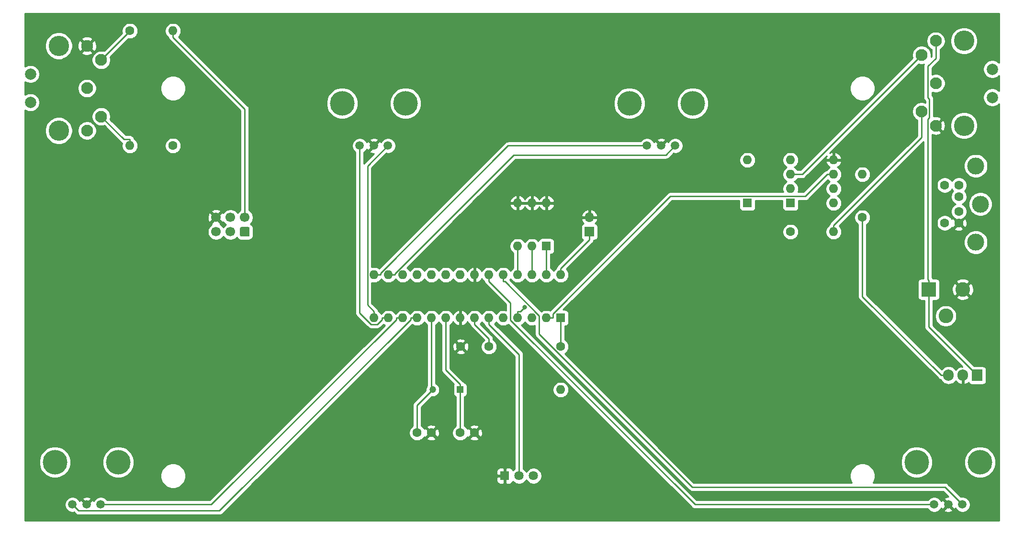
<source format=gbl>
G04 #@! TF.GenerationSoftware,KiCad,Pcbnew,(5.1.9-0-10_14)*
G04 #@! TF.CreationDate,2024-01-04T20:03:31+01:00*
G04 #@! TF.ProjectId,v2_atmega8_encoder,76325f61-746d-4656-9761-385f656e636f,rev?*
G04 #@! TF.SameCoordinates,Original*
G04 #@! TF.FileFunction,Copper,L2,Bot*
G04 #@! TF.FilePolarity,Positive*
%FSLAX46Y46*%
G04 Gerber Fmt 4.6, Leading zero omitted, Abs format (unit mm)*
G04 Created by KiCad (PCBNEW (5.1.9-0-10_14)) date 2024-01-04 20:03:31*
%MOMM*%
%LPD*%
G01*
G04 APERTURE LIST*
G04 #@! TA.AperFunction,ComponentPad*
%ADD10O,1.600000X1.600000*%
G04 #@! TD*
G04 #@! TA.AperFunction,ComponentPad*
%ADD11R,1.600000X1.600000*%
G04 #@! TD*
G04 #@! TA.AperFunction,ComponentPad*
%ADD12O,1.700000X1.700000*%
G04 #@! TD*
G04 #@! TA.AperFunction,ComponentPad*
%ADD13R,1.700000X1.700000*%
G04 #@! TD*
G04 #@! TA.AperFunction,ComponentPad*
%ADD14C,1.600000*%
G04 #@! TD*
G04 #@! TA.AperFunction,ComponentPad*
%ADD15C,1.205000*%
G04 #@! TD*
G04 #@! TA.AperFunction,ComponentPad*
%ADD16R,1.205000X1.205000*%
G04 #@! TD*
G04 #@! TA.AperFunction,ComponentPad*
%ADD17O,1.905000X2.000000*%
G04 #@! TD*
G04 #@! TA.AperFunction,ComponentPad*
%ADD18R,1.905000X2.000000*%
G04 #@! TD*
G04 #@! TA.AperFunction,ComponentPad*
%ADD19C,1.635000*%
G04 #@! TD*
G04 #@! TA.AperFunction,ComponentPad*
%ADD20R,1.635000X1.635000*%
G04 #@! TD*
G04 #@! TA.AperFunction,ComponentPad*
%ADD21C,3.600000*%
G04 #@! TD*
G04 #@! TA.AperFunction,ComponentPad*
%ADD22C,2.000000*%
G04 #@! TD*
G04 #@! TA.AperFunction,ComponentPad*
%ADD23C,2.100000*%
G04 #@! TD*
G04 #@! TA.AperFunction,ComponentPad*
%ADD24C,2.600000*%
G04 #@! TD*
G04 #@! TA.AperFunction,ComponentPad*
%ADD25R,2.600000X2.600000*%
G04 #@! TD*
G04 #@! TA.AperFunction,ComponentPad*
%ADD26C,1.700000*%
G04 #@! TD*
G04 #@! TA.AperFunction,ComponentPad*
%ADD27C,4.350000*%
G04 #@! TD*
G04 #@! TA.AperFunction,ComponentPad*
%ADD28C,1.500000*%
G04 #@! TD*
G04 #@! TA.AperFunction,ComponentPad*
%ADD29C,2.990000*%
G04 #@! TD*
G04 #@! TA.AperFunction,ViaPad*
%ADD30C,0.800000*%
G04 #@! TD*
G04 #@! TA.AperFunction,Conductor*
%ADD31C,0.250000*%
G04 #@! TD*
G04 #@! TA.AperFunction,Conductor*
%ADD32C,0.254000*%
G04 #@! TD*
G04 #@! TA.AperFunction,Conductor*
%ADD33C,0.100000*%
G04 #@! TD*
G04 APERTURE END LIST*
D10*
X147320000Y-76200000D03*
X142240000Y-83820000D03*
X144780000Y-76200000D03*
X144780000Y-83820000D03*
X142240000Y-76200000D03*
D11*
X147320000Y-83820000D03*
D12*
X154940000Y-78740000D03*
D13*
X154940000Y-81280000D03*
D10*
X149860000Y-109220000D03*
D14*
X149860000Y-101600000D03*
X134580000Y-116840000D03*
X132080000Y-116840000D03*
D15*
X127200000Y-109220000D03*
D16*
X132080000Y-109220000D03*
D17*
X218440000Y-106680000D03*
X220980000Y-106680000D03*
D18*
X223520000Y-106680000D03*
D10*
X198120000Y-76200000D03*
X190500000Y-68580000D03*
X198120000Y-73660000D03*
X190500000Y-71120000D03*
X198120000Y-71120000D03*
X190500000Y-73660000D03*
X198120000Y-68580000D03*
D11*
X190500000Y-76200000D03*
D19*
X142505000Y-124460000D03*
X145045000Y-124460000D03*
D20*
X139965000Y-124460000D03*
D10*
X203200000Y-71120000D03*
D14*
X203200000Y-78740000D03*
D10*
X198120000Y-81280000D03*
D14*
X190500000Y-81280000D03*
D10*
X73660000Y-66040000D03*
D14*
X81280000Y-66040000D03*
D10*
X81280000Y-45720000D03*
D14*
X73660000Y-45720000D03*
D21*
X61080000Y-48380000D03*
X61080000Y-63380000D03*
D22*
X56080000Y-53380000D03*
X56080000Y-58380000D03*
D23*
X68580000Y-60880000D03*
X68580000Y-50880000D03*
X66080000Y-63380000D03*
X66080000Y-55880000D03*
X66080000Y-48380000D03*
D21*
X221180000Y-62500000D03*
X221180000Y-47500000D03*
D22*
X226180000Y-57500000D03*
X226180000Y-52500000D03*
D23*
X213680000Y-50000000D03*
X213680000Y-60000000D03*
X216180000Y-47500000D03*
X216180000Y-55000000D03*
X216180000Y-62500000D03*
D24*
X217950000Y-96175000D03*
X220950000Y-91475000D03*
D25*
X214950000Y-91475000D03*
D26*
X88900000Y-78740000D03*
X91440000Y-78740000D03*
X93980000Y-78740000D03*
X88900000Y-81280000D03*
X91440000Y-81280000D03*
G04 #@! TA.AperFunction,ComponentPad*
G36*
G01*
X94580000Y-82130000D02*
X93380000Y-82130000D01*
G75*
G02*
X93130000Y-81880000I0J250000D01*
G01*
X93130000Y-80680000D01*
G75*
G02*
X93380000Y-80430000I250000J0D01*
G01*
X94580000Y-80430000D01*
G75*
G02*
X94830000Y-80680000I0J-250000D01*
G01*
X94830000Y-81880000D01*
G75*
G02*
X94580000Y-82130000I-250000J0D01*
G01*
G37*
G04 #@! TD.AperFunction*
D27*
X224000000Y-122040000D03*
X212800000Y-122040000D03*
D28*
X218400000Y-129540000D03*
X220900000Y-129540000D03*
X215900000Y-129540000D03*
D27*
X173200000Y-58540000D03*
X162000000Y-58540000D03*
D28*
X167600000Y-66040000D03*
X170100000Y-66040000D03*
X165100000Y-66040000D03*
D27*
X122400000Y-58540000D03*
X111200000Y-58540000D03*
D28*
X116800000Y-66040000D03*
X119300000Y-66040000D03*
X114300000Y-66040000D03*
D27*
X71600000Y-122040000D03*
X60400000Y-122040000D03*
D28*
X66000000Y-129540000D03*
X68500000Y-129540000D03*
X63500000Y-129540000D03*
D14*
X132160000Y-101600000D03*
X137160000Y-101600000D03*
X126960000Y-116840000D03*
X124460000Y-116840000D03*
D29*
X223265000Y-69615000D03*
X224075000Y-76375000D03*
X223265000Y-83135000D03*
D14*
X217775000Y-79725000D03*
X217775000Y-73025000D03*
X220265000Y-79725000D03*
X220265000Y-73025000D03*
X220265000Y-77675000D03*
X220265000Y-75075000D03*
D10*
X149860000Y-88900000D03*
X116840000Y-96520000D03*
X147320000Y-88900000D03*
X119380000Y-96520000D03*
X144780000Y-88900000D03*
X121920000Y-96520000D03*
X142240000Y-88900000D03*
X124460000Y-96520000D03*
X139700000Y-88900000D03*
X127000000Y-96520000D03*
X137160000Y-88900000D03*
X129540000Y-96520000D03*
X134620000Y-88900000D03*
X132080000Y-96520000D03*
X132080000Y-88900000D03*
X134620000Y-96520000D03*
X129540000Y-88900000D03*
X137160000Y-96520000D03*
X127000000Y-88900000D03*
X139700000Y-96520000D03*
X124460000Y-88900000D03*
X142240000Y-96520000D03*
X121920000Y-88900000D03*
X144780000Y-96520000D03*
X119380000Y-88900000D03*
X147320000Y-96520000D03*
X116840000Y-88900000D03*
D11*
X149860000Y-96520000D03*
D10*
X182880000Y-68580000D03*
D11*
X182880000Y-76200000D03*
D30*
X143514500Y-94590300D03*
D31*
X190500000Y-71120000D02*
X192560000Y-71120000D01*
X192560000Y-71120000D02*
X213680000Y-50000000D01*
X127200000Y-109220000D02*
X124460000Y-111960000D01*
X124460000Y-111960000D02*
X124460000Y-116840000D01*
X127000000Y-96520000D02*
X127000000Y-109020000D01*
X127000000Y-109020000D02*
X127200000Y-109220000D01*
X132080000Y-109220000D02*
X132080000Y-108290600D01*
X129540000Y-96520000D02*
X129540000Y-105750600D01*
X129540000Y-105750600D02*
X132080000Y-108290600D01*
X132080000Y-109220000D02*
X132080000Y-116840000D01*
X81280000Y-45720000D02*
X81280000Y-46846900D01*
X93980000Y-78740000D02*
X93980000Y-59546900D01*
X93980000Y-59546900D02*
X81280000Y-46846900D01*
X218440000Y-106680000D02*
X217160600Y-106680000D01*
X217160600Y-106680000D02*
X203200000Y-92719400D01*
X203200000Y-92719400D02*
X203200000Y-78740000D01*
X134620000Y-96520000D02*
X134620000Y-97646900D01*
X134620000Y-97646900D02*
X137160000Y-100186900D01*
X137160000Y-100186900D02*
X137160000Y-101600000D01*
X149860000Y-96520000D02*
X149860000Y-101600000D01*
X198120000Y-81280000D02*
X198120000Y-80153100D01*
X213680000Y-60000000D02*
X213680000Y-64593100D01*
X213680000Y-64593100D02*
X198120000Y-80153100D01*
X214950000Y-91475000D02*
X214950000Y-89848100D01*
X214950000Y-89848100D02*
X214794400Y-89692500D01*
X214794400Y-89692500D02*
X214794400Y-61385600D01*
X214794400Y-61385600D02*
X215066700Y-61113300D01*
X215066700Y-61113300D02*
X215066700Y-57788600D01*
X215066700Y-57788600D02*
X214792000Y-57513900D01*
X214792000Y-57513900D02*
X214792000Y-51942800D01*
X214792000Y-51942800D02*
X216180000Y-50554800D01*
X216180000Y-50554800D02*
X216180000Y-47500000D01*
X214950000Y-91475000D02*
X214950000Y-98110000D01*
X214950000Y-98110000D02*
X223520000Y-106680000D01*
X73660000Y-66040000D02*
X73660000Y-64913100D01*
X68580000Y-60880000D02*
X72613100Y-64913100D01*
X72613100Y-64913100D02*
X73660000Y-64913100D01*
X68580000Y-50880000D02*
X73660000Y-45800000D01*
X73660000Y-45800000D02*
X73660000Y-45720000D01*
X198120000Y-71120000D02*
X196993100Y-71120000D01*
X147320000Y-96520000D02*
X148446900Y-96520000D01*
X148446900Y-96520000D02*
X148446900Y-95815700D01*
X148446900Y-95815700D02*
X169260200Y-75002400D01*
X169260200Y-75002400D02*
X193110700Y-75002400D01*
X193110700Y-75002400D02*
X196993100Y-71120000D01*
X142240000Y-88900000D02*
X142240000Y-83820000D01*
X144780000Y-88900000D02*
X144780000Y-83820000D01*
X147320000Y-88900000D02*
X147320000Y-83820000D01*
X137160000Y-96520000D02*
X137160000Y-97646900D01*
X137160000Y-97646900D02*
X142505000Y-102991900D01*
X142505000Y-102991900D02*
X142505000Y-124460000D01*
X116840000Y-96520000D02*
X116840000Y-95393100D01*
X116840000Y-95393100D02*
X115670000Y-94223100D01*
X115670000Y-94223100D02*
X115670000Y-69670000D01*
X115670000Y-69670000D02*
X119300000Y-66040000D01*
X119380000Y-96520000D02*
X118253100Y-96520000D01*
X118253100Y-96520000D02*
X118253100Y-96801700D01*
X118253100Y-96801700D02*
X117390800Y-97664000D01*
X117390800Y-97664000D02*
X116338700Y-97664000D01*
X116338700Y-97664000D02*
X114300000Y-95625300D01*
X114300000Y-95625300D02*
X114300000Y-66040000D01*
X121920000Y-96520000D02*
X120793100Y-96520000D01*
X120793100Y-96520000D02*
X120793100Y-96801700D01*
X120793100Y-96801700D02*
X88054800Y-129540000D01*
X88054800Y-129540000D02*
X68500000Y-129540000D01*
X124460000Y-96520000D02*
X123333100Y-96520000D01*
X123333100Y-96520000D02*
X123333100Y-96801700D01*
X123333100Y-96801700D02*
X89490700Y-130644100D01*
X89490700Y-130644100D02*
X64604100Y-130644100D01*
X64604100Y-130644100D02*
X63500000Y-129540000D01*
X220900000Y-129540000D02*
X217786700Y-126426700D01*
X217786700Y-126426700D02*
X173088900Y-126426700D01*
X173088900Y-126426700D02*
X146058900Y-99396700D01*
X146058900Y-99396700D02*
X146058900Y-96106700D01*
X146058900Y-96106700D02*
X139979100Y-90026900D01*
X139979100Y-90026900D02*
X139700000Y-90026900D01*
X139700000Y-88900000D02*
X139700000Y-90026900D01*
X137160000Y-88900000D02*
X137160000Y-90026900D01*
X137160000Y-90026900D02*
X140970000Y-93836900D01*
X140970000Y-93836900D02*
X140970000Y-96908300D01*
X140970000Y-96908300D02*
X173601700Y-129540000D01*
X173601700Y-129540000D02*
X215900000Y-129540000D01*
X120506900Y-88900000D02*
X120506900Y-88701800D01*
X120506900Y-88701800D02*
X141544700Y-67664000D01*
X141544700Y-67664000D02*
X168476000Y-67664000D01*
X168476000Y-67664000D02*
X170100000Y-66040000D01*
X119380000Y-88900000D02*
X120506900Y-88900000D01*
X116840000Y-88900000D02*
X117966900Y-88900000D01*
X117966900Y-88900000D02*
X117966900Y-88618300D01*
X117966900Y-88618300D02*
X140545200Y-66040000D01*
X140545200Y-66040000D02*
X165100000Y-66040000D01*
X149860000Y-88900000D02*
X149860000Y-87773100D01*
X149860000Y-87773100D02*
X154940000Y-82693100D01*
X154940000Y-82693100D02*
X154940000Y-81280000D01*
X142240000Y-95393100D02*
X142711700Y-95393100D01*
X142711700Y-95393100D02*
X143514500Y-94590300D01*
X142240000Y-96520000D02*
X142240000Y-95393100D01*
D32*
X227373000Y-51380761D02*
X227222252Y-51230013D01*
X226954463Y-51051082D01*
X226656912Y-50927832D01*
X226341033Y-50865000D01*
X226018967Y-50865000D01*
X225703088Y-50927832D01*
X225405537Y-51051082D01*
X225137748Y-51230013D01*
X224910013Y-51457748D01*
X224731082Y-51725537D01*
X224607832Y-52023088D01*
X224545000Y-52338967D01*
X224545000Y-52661033D01*
X224607832Y-52976912D01*
X224731082Y-53274463D01*
X224910013Y-53542252D01*
X225137748Y-53769987D01*
X225405537Y-53948918D01*
X225703088Y-54072168D01*
X226018967Y-54135000D01*
X226341033Y-54135000D01*
X226656912Y-54072168D01*
X226954463Y-53948918D01*
X227222252Y-53769987D01*
X227373000Y-53619239D01*
X227373000Y-56380761D01*
X227222252Y-56230013D01*
X226954463Y-56051082D01*
X226656912Y-55927832D01*
X226341033Y-55865000D01*
X226018967Y-55865000D01*
X225703088Y-55927832D01*
X225405537Y-56051082D01*
X225137748Y-56230013D01*
X224910013Y-56457748D01*
X224731082Y-56725537D01*
X224607832Y-57023088D01*
X224545000Y-57338967D01*
X224545000Y-57661033D01*
X224607832Y-57976912D01*
X224731082Y-58274463D01*
X224910013Y-58542252D01*
X225137748Y-58769987D01*
X225405537Y-58948918D01*
X225703088Y-59072168D01*
X226018967Y-59135000D01*
X226341033Y-59135000D01*
X226656912Y-59072168D01*
X226954463Y-58948918D01*
X227222252Y-58769987D01*
X227373000Y-58619239D01*
X227373000Y-132373000D01*
X55127000Y-132373000D01*
X55127000Y-129403589D01*
X62115000Y-129403589D01*
X62115000Y-129676411D01*
X62168225Y-129943989D01*
X62272629Y-130196043D01*
X62424201Y-130422886D01*
X62617114Y-130615799D01*
X62843957Y-130767371D01*
X63096011Y-130871775D01*
X63363589Y-130925000D01*
X63636411Y-130925000D01*
X63781365Y-130896167D01*
X64040301Y-131155103D01*
X64064099Y-131184101D01*
X64179824Y-131279074D01*
X64311853Y-131349646D01*
X64455114Y-131393103D01*
X64566767Y-131404100D01*
X64566776Y-131404100D01*
X64604099Y-131407776D01*
X64641422Y-131404100D01*
X89453378Y-131404100D01*
X89490700Y-131407776D01*
X89528022Y-131404100D01*
X89528033Y-131404100D01*
X89639686Y-131393103D01*
X89782947Y-131349646D01*
X89914976Y-131279074D01*
X90030701Y-131184101D01*
X90054504Y-131155097D01*
X95932101Y-125277500D01*
X138509428Y-125277500D01*
X138521688Y-125401982D01*
X138557998Y-125521680D01*
X138616963Y-125631994D01*
X138696315Y-125728685D01*
X138793006Y-125808037D01*
X138903320Y-125867002D01*
X139023018Y-125903312D01*
X139147500Y-125915572D01*
X139679250Y-125912500D01*
X139838000Y-125753750D01*
X139838000Y-124587000D01*
X138671250Y-124587000D01*
X138512500Y-124745750D01*
X138509428Y-125277500D01*
X95932101Y-125277500D01*
X97567101Y-123642500D01*
X138509428Y-123642500D01*
X138512500Y-124174250D01*
X138671250Y-124333000D01*
X139838000Y-124333000D01*
X139838000Y-123166250D01*
X139679250Y-123007500D01*
X139147500Y-123004428D01*
X139023018Y-123016688D01*
X138903320Y-123052998D01*
X138793006Y-123111963D01*
X138696315Y-123191315D01*
X138616963Y-123288006D01*
X138557998Y-123398320D01*
X138521688Y-123518018D01*
X138509428Y-123642500D01*
X97567101Y-123642500D01*
X123563059Y-97646543D01*
X123780273Y-97791680D01*
X124041426Y-97899853D01*
X124318665Y-97955000D01*
X124601335Y-97955000D01*
X124878574Y-97899853D01*
X125139727Y-97791680D01*
X125374759Y-97634637D01*
X125574637Y-97434759D01*
X125730000Y-97202241D01*
X125885363Y-97434759D01*
X126085241Y-97634637D01*
X126240000Y-97738043D01*
X126240001Y-108429910D01*
X126238771Y-108431140D01*
X126103341Y-108633824D01*
X126010056Y-108859034D01*
X125962500Y-109098117D01*
X125962500Y-109341883D01*
X125969272Y-109375927D01*
X123949003Y-111396196D01*
X123919999Y-111419999D01*
X123864871Y-111487174D01*
X123825026Y-111535724D01*
X123754455Y-111667753D01*
X123754454Y-111667754D01*
X123710997Y-111811015D01*
X123700000Y-111922668D01*
X123700000Y-111922678D01*
X123696324Y-111960000D01*
X123700000Y-111997323D01*
X123700001Y-115621956D01*
X123545241Y-115725363D01*
X123345363Y-115925241D01*
X123188320Y-116160273D01*
X123080147Y-116421426D01*
X123025000Y-116698665D01*
X123025000Y-116981335D01*
X123080147Y-117258574D01*
X123188320Y-117519727D01*
X123345363Y-117754759D01*
X123545241Y-117954637D01*
X123780273Y-118111680D01*
X124041426Y-118219853D01*
X124318665Y-118275000D01*
X124601335Y-118275000D01*
X124878574Y-118219853D01*
X125139727Y-118111680D01*
X125374759Y-117954637D01*
X125496694Y-117832702D01*
X126146903Y-117832702D01*
X126218486Y-118076671D01*
X126473996Y-118197571D01*
X126748184Y-118266300D01*
X127030512Y-118280217D01*
X127310130Y-118238787D01*
X127576292Y-118143603D01*
X127701514Y-118076671D01*
X127773097Y-117832702D01*
X126960000Y-117019605D01*
X126146903Y-117832702D01*
X125496694Y-117832702D01*
X125574637Y-117754759D01*
X125708692Y-117554131D01*
X125723329Y-117581514D01*
X125967298Y-117653097D01*
X126780395Y-116840000D01*
X127139605Y-116840000D01*
X127952702Y-117653097D01*
X128196671Y-117581514D01*
X128317571Y-117326004D01*
X128386300Y-117051816D01*
X128400217Y-116769488D01*
X128358787Y-116489870D01*
X128263603Y-116223708D01*
X128196671Y-116098486D01*
X127952702Y-116026903D01*
X127139605Y-116840000D01*
X126780395Y-116840000D01*
X125967298Y-116026903D01*
X125723329Y-116098486D01*
X125709676Y-116127341D01*
X125574637Y-115925241D01*
X125496694Y-115847298D01*
X126146903Y-115847298D01*
X126960000Y-116660395D01*
X127773097Y-115847298D01*
X127701514Y-115603329D01*
X127446004Y-115482429D01*
X127171816Y-115413700D01*
X126889488Y-115399783D01*
X126609870Y-115441213D01*
X126343708Y-115536397D01*
X126218486Y-115603329D01*
X126146903Y-115847298D01*
X125496694Y-115847298D01*
X125374759Y-115725363D01*
X125220000Y-115621957D01*
X125220000Y-112274801D01*
X127044073Y-110450728D01*
X127078117Y-110457500D01*
X127321883Y-110457500D01*
X127560966Y-110409944D01*
X127786176Y-110316659D01*
X127988860Y-110181229D01*
X128161229Y-110008860D01*
X128296659Y-109806176D01*
X128389944Y-109580966D01*
X128437500Y-109341883D01*
X128437500Y-109098117D01*
X128389944Y-108859034D01*
X128296659Y-108633824D01*
X128161229Y-108431140D01*
X127988860Y-108258771D01*
X127786176Y-108123341D01*
X127760000Y-108112499D01*
X127760000Y-97738043D01*
X127914759Y-97634637D01*
X128114637Y-97434759D01*
X128270000Y-97202241D01*
X128425363Y-97434759D01*
X128625241Y-97634637D01*
X128780000Y-97738044D01*
X128780001Y-105713268D01*
X128776324Y-105750600D01*
X128780001Y-105787933D01*
X128790998Y-105899586D01*
X128800526Y-105930997D01*
X128834454Y-106042846D01*
X128905026Y-106174876D01*
X128971376Y-106255723D01*
X129000000Y-106290601D01*
X129028998Y-106314399D01*
X130960774Y-108246177D01*
X130946963Y-108263006D01*
X130887998Y-108373320D01*
X130851688Y-108493018D01*
X130839428Y-108617500D01*
X130839428Y-109822500D01*
X130851688Y-109946982D01*
X130887998Y-110066680D01*
X130946963Y-110176994D01*
X131026315Y-110273685D01*
X131123006Y-110353037D01*
X131233320Y-110412002D01*
X131320000Y-110438296D01*
X131320001Y-115621956D01*
X131165241Y-115725363D01*
X130965363Y-115925241D01*
X130808320Y-116160273D01*
X130700147Y-116421426D01*
X130645000Y-116698665D01*
X130645000Y-116981335D01*
X130700147Y-117258574D01*
X130808320Y-117519727D01*
X130965363Y-117754759D01*
X131165241Y-117954637D01*
X131400273Y-118111680D01*
X131661426Y-118219853D01*
X131938665Y-118275000D01*
X132221335Y-118275000D01*
X132498574Y-118219853D01*
X132759727Y-118111680D01*
X132994759Y-117954637D01*
X133116694Y-117832702D01*
X133766903Y-117832702D01*
X133838486Y-118076671D01*
X134093996Y-118197571D01*
X134368184Y-118266300D01*
X134650512Y-118280217D01*
X134930130Y-118238787D01*
X135196292Y-118143603D01*
X135321514Y-118076671D01*
X135393097Y-117832702D01*
X134580000Y-117019605D01*
X133766903Y-117832702D01*
X133116694Y-117832702D01*
X133194637Y-117754759D01*
X133328692Y-117554131D01*
X133343329Y-117581514D01*
X133587298Y-117653097D01*
X134400395Y-116840000D01*
X134759605Y-116840000D01*
X135572702Y-117653097D01*
X135816671Y-117581514D01*
X135937571Y-117326004D01*
X136006300Y-117051816D01*
X136020217Y-116769488D01*
X135978787Y-116489870D01*
X135883603Y-116223708D01*
X135816671Y-116098486D01*
X135572702Y-116026903D01*
X134759605Y-116840000D01*
X134400395Y-116840000D01*
X133587298Y-116026903D01*
X133343329Y-116098486D01*
X133329676Y-116127341D01*
X133194637Y-115925241D01*
X133116694Y-115847298D01*
X133766903Y-115847298D01*
X134580000Y-116660395D01*
X135393097Y-115847298D01*
X135321514Y-115603329D01*
X135066004Y-115482429D01*
X134791816Y-115413700D01*
X134509488Y-115399783D01*
X134229870Y-115441213D01*
X133963708Y-115536397D01*
X133838486Y-115603329D01*
X133766903Y-115847298D01*
X133116694Y-115847298D01*
X132994759Y-115725363D01*
X132840000Y-115621957D01*
X132840000Y-110438296D01*
X132926680Y-110412002D01*
X133036994Y-110353037D01*
X133133685Y-110273685D01*
X133213037Y-110176994D01*
X133272002Y-110066680D01*
X133308312Y-109946982D01*
X133320572Y-109822500D01*
X133320572Y-108617500D01*
X133308312Y-108493018D01*
X133272002Y-108373320D01*
X133213037Y-108263006D01*
X133133685Y-108166315D01*
X133036994Y-108086963D01*
X132926680Y-108027998D01*
X132806982Y-107991688D01*
X132780594Y-107989089D01*
X132714974Y-107866324D01*
X132664222Y-107804482D01*
X132643799Y-107779596D01*
X132643795Y-107779592D01*
X132620001Y-107750599D01*
X132591008Y-107726805D01*
X130300000Y-105435799D01*
X130300000Y-102592702D01*
X131346903Y-102592702D01*
X131418486Y-102836671D01*
X131673996Y-102957571D01*
X131948184Y-103026300D01*
X132230512Y-103040217D01*
X132510130Y-102998787D01*
X132776292Y-102903603D01*
X132901514Y-102836671D01*
X132973097Y-102592702D01*
X132160000Y-101779605D01*
X131346903Y-102592702D01*
X130300000Y-102592702D01*
X130300000Y-101670512D01*
X130719783Y-101670512D01*
X130761213Y-101950130D01*
X130856397Y-102216292D01*
X130923329Y-102341514D01*
X131167298Y-102413097D01*
X131980395Y-101600000D01*
X132339605Y-101600000D01*
X133152702Y-102413097D01*
X133396671Y-102341514D01*
X133517571Y-102086004D01*
X133586300Y-101811816D01*
X133600217Y-101529488D01*
X133558787Y-101249870D01*
X133463603Y-100983708D01*
X133396671Y-100858486D01*
X133152702Y-100786903D01*
X132339605Y-101600000D01*
X131980395Y-101600000D01*
X131167298Y-100786903D01*
X130923329Y-100858486D01*
X130802429Y-101113996D01*
X130733700Y-101388184D01*
X130719783Y-101670512D01*
X130300000Y-101670512D01*
X130300000Y-100607298D01*
X131346903Y-100607298D01*
X132160000Y-101420395D01*
X132973097Y-100607298D01*
X132901514Y-100363329D01*
X132646004Y-100242429D01*
X132371816Y-100173700D01*
X132089488Y-100159783D01*
X131809870Y-100201213D01*
X131543708Y-100296397D01*
X131418486Y-100363329D01*
X131346903Y-100607298D01*
X130300000Y-100607298D01*
X130300000Y-97738043D01*
X130454759Y-97634637D01*
X130654637Y-97434759D01*
X130811680Y-97199727D01*
X130816067Y-97189135D01*
X130927615Y-97375131D01*
X131116586Y-97583519D01*
X131342580Y-97751037D01*
X131596913Y-97871246D01*
X131730961Y-97911904D01*
X131953000Y-97789915D01*
X131953000Y-96647000D01*
X131933000Y-96647000D01*
X131933000Y-96393000D01*
X131953000Y-96393000D01*
X131953000Y-95250085D01*
X132207000Y-95250085D01*
X132207000Y-96393000D01*
X132227000Y-96393000D01*
X132227000Y-96647000D01*
X132207000Y-96647000D01*
X132207000Y-97789915D01*
X132429039Y-97911904D01*
X132563087Y-97871246D01*
X132817420Y-97751037D01*
X133043414Y-97583519D01*
X133232385Y-97375131D01*
X133343933Y-97189135D01*
X133348320Y-97199727D01*
X133505363Y-97434759D01*
X133705241Y-97634637D01*
X133865674Y-97741835D01*
X133870998Y-97795886D01*
X133884180Y-97839342D01*
X133914454Y-97939146D01*
X133985026Y-98071176D01*
X134047527Y-98147333D01*
X134080000Y-98186901D01*
X134108998Y-98210699D01*
X136328217Y-100429920D01*
X136245241Y-100485363D01*
X136045363Y-100685241D01*
X135888320Y-100920273D01*
X135780147Y-101181426D01*
X135725000Y-101458665D01*
X135725000Y-101741335D01*
X135780147Y-102018574D01*
X135888320Y-102279727D01*
X136045363Y-102514759D01*
X136245241Y-102714637D01*
X136480273Y-102871680D01*
X136741426Y-102979853D01*
X137018665Y-103035000D01*
X137301335Y-103035000D01*
X137578574Y-102979853D01*
X137839727Y-102871680D01*
X138074759Y-102714637D01*
X138274637Y-102514759D01*
X138431680Y-102279727D01*
X138539853Y-102018574D01*
X138595000Y-101741335D01*
X138595000Y-101458665D01*
X138539853Y-101181426D01*
X138431680Y-100920273D01*
X138274637Y-100685241D01*
X138074759Y-100485363D01*
X137920000Y-100381957D01*
X137920000Y-100224222D01*
X137923676Y-100186899D01*
X137920000Y-100149576D01*
X137920000Y-100149567D01*
X137909003Y-100037914D01*
X137865546Y-99894653D01*
X137794974Y-99762624D01*
X137781811Y-99746585D01*
X137723799Y-99675896D01*
X137723795Y-99675892D01*
X137700001Y-99646899D01*
X137671009Y-99623106D01*
X135608649Y-97560747D01*
X135734637Y-97434759D01*
X135890000Y-97202241D01*
X136045363Y-97434759D01*
X136245241Y-97634637D01*
X136405674Y-97741835D01*
X136410998Y-97795886D01*
X136424180Y-97839342D01*
X136454454Y-97939146D01*
X136525026Y-98071176D01*
X136587527Y-98147333D01*
X136620000Y-98186901D01*
X136648998Y-98210699D01*
X141745000Y-103306703D01*
X141745001Y-123220908D01*
X141579085Y-123331770D01*
X141404710Y-123506145D01*
X141372002Y-123398320D01*
X141313037Y-123288006D01*
X141233685Y-123191315D01*
X141136994Y-123111963D01*
X141026680Y-123052998D01*
X140906982Y-123016688D01*
X140782500Y-123004428D01*
X140250750Y-123007500D01*
X140092000Y-123166250D01*
X140092000Y-124333000D01*
X140112000Y-124333000D01*
X140112000Y-124587000D01*
X140092000Y-124587000D01*
X140092000Y-125753750D01*
X140250750Y-125912500D01*
X140782500Y-125915572D01*
X140906982Y-125903312D01*
X141026680Y-125867002D01*
X141136994Y-125808037D01*
X141233685Y-125728685D01*
X141313037Y-125631994D01*
X141372002Y-125521680D01*
X141404710Y-125413855D01*
X141579085Y-125588230D01*
X141816983Y-125747189D01*
X142081321Y-125856681D01*
X142361941Y-125912500D01*
X142648059Y-125912500D01*
X142928679Y-125856681D01*
X143193017Y-125747189D01*
X143430915Y-125588230D01*
X143633230Y-125385915D01*
X143775000Y-125173742D01*
X143916770Y-125385915D01*
X144119085Y-125588230D01*
X144356983Y-125747189D01*
X144621321Y-125856681D01*
X144901941Y-125912500D01*
X145188059Y-125912500D01*
X145468679Y-125856681D01*
X145733017Y-125747189D01*
X145970915Y-125588230D01*
X146173230Y-125385915D01*
X146332189Y-125148017D01*
X146441681Y-124883679D01*
X146497500Y-124603059D01*
X146497500Y-124316941D01*
X146441681Y-124036321D01*
X146332189Y-123771983D01*
X146173230Y-123534085D01*
X145970915Y-123331770D01*
X145733017Y-123172811D01*
X145468679Y-123063319D01*
X145188059Y-123007500D01*
X144901941Y-123007500D01*
X144621321Y-123063319D01*
X144356983Y-123172811D01*
X144119085Y-123331770D01*
X143916770Y-123534085D01*
X143775000Y-123746258D01*
X143633230Y-123534085D01*
X143430915Y-123331770D01*
X143265000Y-123220909D01*
X143265000Y-109078665D01*
X148425000Y-109078665D01*
X148425000Y-109361335D01*
X148480147Y-109638574D01*
X148588320Y-109899727D01*
X148745363Y-110134759D01*
X148945241Y-110334637D01*
X149180273Y-110491680D01*
X149441426Y-110599853D01*
X149718665Y-110655000D01*
X150001335Y-110655000D01*
X150278574Y-110599853D01*
X150539727Y-110491680D01*
X150774759Y-110334637D01*
X150974637Y-110134759D01*
X151131680Y-109899727D01*
X151239853Y-109638574D01*
X151295000Y-109361335D01*
X151295000Y-109078665D01*
X151239853Y-108801426D01*
X151131680Y-108540273D01*
X150974637Y-108305241D01*
X150774759Y-108105363D01*
X150539727Y-107948320D01*
X150278574Y-107840147D01*
X150001335Y-107785000D01*
X149718665Y-107785000D01*
X149441426Y-107840147D01*
X149180273Y-107948320D01*
X148945241Y-108105363D01*
X148745363Y-108305241D01*
X148588320Y-108540273D01*
X148480147Y-108801426D01*
X148425000Y-109078665D01*
X143265000Y-109078665D01*
X143265000Y-103029222D01*
X143268676Y-102991899D01*
X143265000Y-102954576D01*
X143265000Y-102954567D01*
X143254003Y-102842914D01*
X143210546Y-102699653D01*
X143139974Y-102567624D01*
X143096589Y-102514759D01*
X143068799Y-102480896D01*
X143068795Y-102480892D01*
X143045001Y-102451899D01*
X143016009Y-102428106D01*
X138148649Y-97560747D01*
X138274637Y-97434759D01*
X138430000Y-97202241D01*
X138585363Y-97434759D01*
X138785241Y-97634637D01*
X139020273Y-97791680D01*
X139281426Y-97899853D01*
X139558665Y-97955000D01*
X139841335Y-97955000D01*
X140118574Y-97899853D01*
X140379727Y-97791680D01*
X140614759Y-97634637D01*
X140618147Y-97631249D01*
X173037900Y-130051002D01*
X173061699Y-130080001D01*
X173177424Y-130174974D01*
X173309453Y-130245546D01*
X173452714Y-130289003D01*
X173564367Y-130300000D01*
X173564375Y-130300000D01*
X173601700Y-130303676D01*
X173639025Y-130300000D01*
X214742091Y-130300000D01*
X214824201Y-130422886D01*
X215017114Y-130615799D01*
X215243957Y-130767371D01*
X215496011Y-130871775D01*
X215763589Y-130925000D01*
X216036411Y-130925000D01*
X216303989Y-130871775D01*
X216556043Y-130767371D01*
X216782886Y-130615799D01*
X216901692Y-130496993D01*
X217622612Y-130496993D01*
X217688137Y-130735860D01*
X217935116Y-130851760D01*
X218199960Y-130917250D01*
X218472492Y-130929812D01*
X218742238Y-130888965D01*
X218998832Y-130796277D01*
X219111863Y-130735860D01*
X219177388Y-130496993D01*
X218400000Y-129719605D01*
X217622612Y-130496993D01*
X216901692Y-130496993D01*
X216975799Y-130422886D01*
X217127371Y-130196043D01*
X217147861Y-130146574D01*
X217204140Y-130251863D01*
X217443007Y-130317388D01*
X218220395Y-129540000D01*
X217443007Y-128762612D01*
X217204140Y-128828137D01*
X217151082Y-128941201D01*
X217127371Y-128883957D01*
X216975799Y-128657114D01*
X216782886Y-128464201D01*
X216556043Y-128312629D01*
X216303989Y-128208225D01*
X216036411Y-128155000D01*
X215763589Y-128155000D01*
X215496011Y-128208225D01*
X215243957Y-128312629D01*
X215017114Y-128464201D01*
X214824201Y-128657114D01*
X214742091Y-128780000D01*
X173916502Y-128780000D01*
X142924795Y-97788294D01*
X143154759Y-97634637D01*
X143354637Y-97434759D01*
X143510000Y-97202241D01*
X143665363Y-97434759D01*
X143865241Y-97634637D01*
X144100273Y-97791680D01*
X144361426Y-97899853D01*
X144638665Y-97955000D01*
X144921335Y-97955000D01*
X145198574Y-97899853D01*
X145298900Y-97858296D01*
X145298900Y-99359377D01*
X145295224Y-99396700D01*
X145298900Y-99434022D01*
X145298900Y-99434032D01*
X145309897Y-99545685D01*
X145349395Y-99675896D01*
X145353354Y-99688946D01*
X145423926Y-99820976D01*
X145463771Y-99869526D01*
X145518899Y-99936701D01*
X145547903Y-99960504D01*
X172525100Y-126937702D01*
X172548899Y-126966701D01*
X172577897Y-126990499D01*
X172664624Y-127061674D01*
X172796653Y-127132246D01*
X172939914Y-127175703D01*
X173088900Y-127190377D01*
X173126233Y-127186700D01*
X217471899Y-127186700D01*
X218440599Y-128155401D01*
X218327508Y-128150188D01*
X218057762Y-128191035D01*
X217801168Y-128283723D01*
X217688137Y-128344140D01*
X217622612Y-128583007D01*
X218400000Y-129360395D01*
X218414143Y-129346253D01*
X218593748Y-129525858D01*
X218579605Y-129540000D01*
X219356993Y-130317388D01*
X219595860Y-130251863D01*
X219648918Y-130138799D01*
X219672629Y-130196043D01*
X219824201Y-130422886D01*
X220017114Y-130615799D01*
X220243957Y-130767371D01*
X220496011Y-130871775D01*
X220763589Y-130925000D01*
X221036411Y-130925000D01*
X221303989Y-130871775D01*
X221556043Y-130767371D01*
X221782886Y-130615799D01*
X221975799Y-130422886D01*
X222127371Y-130196043D01*
X222231775Y-129943989D01*
X222285000Y-129676411D01*
X222285000Y-129403589D01*
X222231775Y-129136011D01*
X222127371Y-128883957D01*
X221975799Y-128657114D01*
X221782886Y-128464201D01*
X221556043Y-128312629D01*
X221303989Y-128208225D01*
X221036411Y-128155000D01*
X220763589Y-128155000D01*
X220618635Y-128183833D01*
X218350504Y-125915703D01*
X218326701Y-125886699D01*
X218210976Y-125791726D01*
X218078947Y-125721154D01*
X217935686Y-125677697D01*
X217824033Y-125666700D01*
X217824022Y-125666700D01*
X217786700Y-125663024D01*
X217749378Y-125666700D01*
X205081720Y-125666700D01*
X205180631Y-125518669D01*
X205349110Y-125111925D01*
X205435000Y-124680128D01*
X205435000Y-124239872D01*
X205349110Y-123808075D01*
X205180631Y-123401331D01*
X204936038Y-123035271D01*
X204624729Y-122723962D01*
X204258669Y-122479369D01*
X203851925Y-122310890D01*
X203420128Y-122225000D01*
X202979872Y-122225000D01*
X202548075Y-122310890D01*
X202141331Y-122479369D01*
X201775271Y-122723962D01*
X201463962Y-123035271D01*
X201219369Y-123401331D01*
X201050890Y-123808075D01*
X200965000Y-124239872D01*
X200965000Y-124680128D01*
X201050890Y-125111925D01*
X201219369Y-125518669D01*
X201318280Y-125666700D01*
X173403702Y-125666700D01*
X169500241Y-121763239D01*
X209990000Y-121763239D01*
X209990000Y-122316761D01*
X210097987Y-122859647D01*
X210309811Y-123371034D01*
X210617331Y-123831270D01*
X211008730Y-124222669D01*
X211468966Y-124530189D01*
X211980353Y-124742013D01*
X212523239Y-124850000D01*
X213076761Y-124850000D01*
X213619647Y-124742013D01*
X214131034Y-124530189D01*
X214591270Y-124222669D01*
X214982669Y-123831270D01*
X215290189Y-123371034D01*
X215502013Y-122859647D01*
X215610000Y-122316761D01*
X215610000Y-121763239D01*
X221190000Y-121763239D01*
X221190000Y-122316761D01*
X221297987Y-122859647D01*
X221509811Y-123371034D01*
X221817331Y-123831270D01*
X222208730Y-124222669D01*
X222668966Y-124530189D01*
X223180353Y-124742013D01*
X223723239Y-124850000D01*
X224276761Y-124850000D01*
X224819647Y-124742013D01*
X225331034Y-124530189D01*
X225791270Y-124222669D01*
X226182669Y-123831270D01*
X226490189Y-123371034D01*
X226702013Y-122859647D01*
X226810000Y-122316761D01*
X226810000Y-121763239D01*
X226702013Y-121220353D01*
X226490189Y-120708966D01*
X226182669Y-120248730D01*
X225791270Y-119857331D01*
X225331034Y-119549811D01*
X224819647Y-119337987D01*
X224276761Y-119230000D01*
X223723239Y-119230000D01*
X223180353Y-119337987D01*
X222668966Y-119549811D01*
X222208730Y-119857331D01*
X221817331Y-120248730D01*
X221509811Y-120708966D01*
X221297987Y-121220353D01*
X221190000Y-121763239D01*
X215610000Y-121763239D01*
X215502013Y-121220353D01*
X215290189Y-120708966D01*
X214982669Y-120248730D01*
X214591270Y-119857331D01*
X214131034Y-119549811D01*
X213619647Y-119337987D01*
X213076761Y-119230000D01*
X212523239Y-119230000D01*
X211980353Y-119337987D01*
X211468966Y-119549811D01*
X211008730Y-119857331D01*
X210617331Y-120248730D01*
X210309811Y-120708966D01*
X210097987Y-121220353D01*
X209990000Y-121763239D01*
X169500241Y-121763239D01*
X150581062Y-102844061D01*
X150774759Y-102714637D01*
X150974637Y-102514759D01*
X151131680Y-102279727D01*
X151239853Y-102018574D01*
X151295000Y-101741335D01*
X151295000Y-101458665D01*
X151239853Y-101181426D01*
X151131680Y-100920273D01*
X150974637Y-100685241D01*
X150774759Y-100485363D01*
X150620000Y-100381957D01*
X150620000Y-97958072D01*
X150660000Y-97958072D01*
X150784482Y-97945812D01*
X150904180Y-97909502D01*
X151014494Y-97850537D01*
X151111185Y-97771185D01*
X151190537Y-97674494D01*
X151249502Y-97564180D01*
X151285812Y-97444482D01*
X151298072Y-97320000D01*
X151298072Y-95720000D01*
X151285812Y-95595518D01*
X151249502Y-95475820D01*
X151190537Y-95365506D01*
X151111185Y-95268815D01*
X151014494Y-95189463D01*
X150904180Y-95130498D01*
X150784482Y-95094188D01*
X150660000Y-95081928D01*
X150255473Y-95081928D01*
X164198736Y-81138665D01*
X189065000Y-81138665D01*
X189065000Y-81421335D01*
X189120147Y-81698574D01*
X189228320Y-81959727D01*
X189385363Y-82194759D01*
X189585241Y-82394637D01*
X189820273Y-82551680D01*
X190081426Y-82659853D01*
X190358665Y-82715000D01*
X190641335Y-82715000D01*
X190918574Y-82659853D01*
X191179727Y-82551680D01*
X191414759Y-82394637D01*
X191614637Y-82194759D01*
X191771680Y-81959727D01*
X191879853Y-81698574D01*
X191935000Y-81421335D01*
X191935000Y-81138665D01*
X191879853Y-80861426D01*
X191771680Y-80600273D01*
X191614637Y-80365241D01*
X191414759Y-80165363D01*
X191179727Y-80008320D01*
X190918574Y-79900147D01*
X190641335Y-79845000D01*
X190358665Y-79845000D01*
X190081426Y-79900147D01*
X189820273Y-80008320D01*
X189585241Y-80165363D01*
X189385363Y-80365241D01*
X189228320Y-80600273D01*
X189120147Y-80861426D01*
X189065000Y-81138665D01*
X164198736Y-81138665D01*
X169575002Y-75762400D01*
X181441928Y-75762400D01*
X181441928Y-77000000D01*
X181454188Y-77124482D01*
X181490498Y-77244180D01*
X181549463Y-77354494D01*
X181628815Y-77451185D01*
X181725506Y-77530537D01*
X181835820Y-77589502D01*
X181955518Y-77625812D01*
X182080000Y-77638072D01*
X183680000Y-77638072D01*
X183804482Y-77625812D01*
X183924180Y-77589502D01*
X184034494Y-77530537D01*
X184131185Y-77451185D01*
X184210537Y-77354494D01*
X184269502Y-77244180D01*
X184305812Y-77124482D01*
X184318072Y-77000000D01*
X184318072Y-75762400D01*
X189061928Y-75762400D01*
X189061928Y-77000000D01*
X189074188Y-77124482D01*
X189110498Y-77244180D01*
X189169463Y-77354494D01*
X189248815Y-77451185D01*
X189345506Y-77530537D01*
X189455820Y-77589502D01*
X189575518Y-77625812D01*
X189700000Y-77638072D01*
X191300000Y-77638072D01*
X191424482Y-77625812D01*
X191544180Y-77589502D01*
X191654494Y-77530537D01*
X191751185Y-77451185D01*
X191830537Y-77354494D01*
X191889502Y-77244180D01*
X191925812Y-77124482D01*
X191938072Y-77000000D01*
X191938072Y-75762400D01*
X193073378Y-75762400D01*
X193110700Y-75766076D01*
X193148022Y-75762400D01*
X193148033Y-75762400D01*
X193259686Y-75751403D01*
X193402947Y-75707946D01*
X193534976Y-75637374D01*
X193650701Y-75542401D01*
X193674504Y-75513397D01*
X197079253Y-72108649D01*
X197205241Y-72234637D01*
X197437759Y-72390000D01*
X197205241Y-72545363D01*
X197005363Y-72745241D01*
X196848320Y-72980273D01*
X196740147Y-73241426D01*
X196685000Y-73518665D01*
X196685000Y-73801335D01*
X196740147Y-74078574D01*
X196848320Y-74339727D01*
X197005363Y-74574759D01*
X197205241Y-74774637D01*
X197437759Y-74930000D01*
X197205241Y-75085363D01*
X197005363Y-75285241D01*
X196848320Y-75520273D01*
X196740147Y-75781426D01*
X196685000Y-76058665D01*
X196685000Y-76341335D01*
X196740147Y-76618574D01*
X196848320Y-76879727D01*
X197005363Y-77114759D01*
X197205241Y-77314637D01*
X197440273Y-77471680D01*
X197701426Y-77579853D01*
X197978665Y-77635000D01*
X198261335Y-77635000D01*
X198538574Y-77579853D01*
X198799727Y-77471680D01*
X199034759Y-77314637D01*
X199234637Y-77114759D01*
X199391680Y-76879727D01*
X199499853Y-76618574D01*
X199555000Y-76341335D01*
X199555000Y-76058665D01*
X199499853Y-75781426D01*
X199391680Y-75520273D01*
X199234637Y-75285241D01*
X199034759Y-75085363D01*
X198802241Y-74930000D01*
X199034759Y-74774637D01*
X199234637Y-74574759D01*
X199391680Y-74339727D01*
X199499853Y-74078574D01*
X199555000Y-73801335D01*
X199555000Y-73518665D01*
X199499853Y-73241426D01*
X199391680Y-72980273D01*
X199234637Y-72745241D01*
X199034759Y-72545363D01*
X198802241Y-72390000D01*
X199034759Y-72234637D01*
X199234637Y-72034759D01*
X199391680Y-71799727D01*
X199499853Y-71538574D01*
X199555000Y-71261335D01*
X199555000Y-70978665D01*
X201765000Y-70978665D01*
X201765000Y-71261335D01*
X201820147Y-71538574D01*
X201928320Y-71799727D01*
X202085363Y-72034759D01*
X202285241Y-72234637D01*
X202520273Y-72391680D01*
X202781426Y-72499853D01*
X203058665Y-72555000D01*
X203341335Y-72555000D01*
X203618574Y-72499853D01*
X203879727Y-72391680D01*
X204114759Y-72234637D01*
X204314637Y-72034759D01*
X204471680Y-71799727D01*
X204579853Y-71538574D01*
X204635000Y-71261335D01*
X204635000Y-70978665D01*
X204579853Y-70701426D01*
X204471680Y-70440273D01*
X204314637Y-70205241D01*
X204114759Y-70005363D01*
X203879727Y-69848320D01*
X203618574Y-69740147D01*
X203341335Y-69685000D01*
X203058665Y-69685000D01*
X202781426Y-69740147D01*
X202520273Y-69848320D01*
X202285241Y-70005363D01*
X202085363Y-70205241D01*
X201928320Y-70440273D01*
X201820147Y-70701426D01*
X201765000Y-70978665D01*
X199555000Y-70978665D01*
X199499853Y-70701426D01*
X199391680Y-70440273D01*
X199234637Y-70205241D01*
X199034759Y-70005363D01*
X198799727Y-69848320D01*
X198789135Y-69843933D01*
X198975131Y-69732385D01*
X199183519Y-69543414D01*
X199351037Y-69317420D01*
X199471246Y-69063087D01*
X199511904Y-68929039D01*
X199389915Y-68707000D01*
X198247000Y-68707000D01*
X198247000Y-68727000D01*
X197993000Y-68727000D01*
X197993000Y-68707000D01*
X196850085Y-68707000D01*
X196728096Y-68929039D01*
X196768754Y-69063087D01*
X196888963Y-69317420D01*
X197056481Y-69543414D01*
X197264869Y-69732385D01*
X197450865Y-69843933D01*
X197440273Y-69848320D01*
X197205241Y-70005363D01*
X197005363Y-70205241D01*
X196898166Y-70365673D01*
X196844114Y-70370997D01*
X196700853Y-70414454D01*
X196568824Y-70485026D01*
X196453099Y-70579999D01*
X196429301Y-70608997D01*
X192795899Y-74242400D01*
X191811994Y-74242400D01*
X191879853Y-74078574D01*
X191935000Y-73801335D01*
X191935000Y-73518665D01*
X191879853Y-73241426D01*
X191771680Y-72980273D01*
X191614637Y-72745241D01*
X191414759Y-72545363D01*
X191182241Y-72390000D01*
X191414759Y-72234637D01*
X191614637Y-72034759D01*
X191718043Y-71880000D01*
X192522678Y-71880000D01*
X192560000Y-71883676D01*
X192597322Y-71880000D01*
X192597333Y-71880000D01*
X192708986Y-71869003D01*
X192852247Y-71825546D01*
X192984276Y-71754974D01*
X193100001Y-71660001D01*
X193123804Y-71630997D01*
X196868118Y-67886684D01*
X196768754Y-68096913D01*
X196728096Y-68230961D01*
X196850085Y-68453000D01*
X197993000Y-68453000D01*
X197993000Y-67309376D01*
X198247000Y-67309376D01*
X198247000Y-68453000D01*
X199389915Y-68453000D01*
X199511904Y-68230961D01*
X199471246Y-68096913D01*
X199351037Y-67842580D01*
X199183519Y-67616586D01*
X198975131Y-67427615D01*
X198733881Y-67282930D01*
X198469040Y-67188091D01*
X198247000Y-67309376D01*
X197993000Y-67309376D01*
X197770960Y-67188091D01*
X197506119Y-67282930D01*
X197420558Y-67334244D01*
X213150358Y-51604445D01*
X213188504Y-51620246D01*
X213514042Y-51685000D01*
X213845958Y-51685000D01*
X214094464Y-51635569D01*
X214086454Y-51650554D01*
X214042998Y-51793815D01*
X214028324Y-51942800D01*
X214032001Y-51980132D01*
X214032000Y-57476577D01*
X214028324Y-57513900D01*
X214032000Y-57551222D01*
X214032000Y-57551232D01*
X214042997Y-57662885D01*
X214069807Y-57751267D01*
X214086454Y-57806146D01*
X214157026Y-57938176D01*
X214188816Y-57976912D01*
X214251999Y-58053901D01*
X214281002Y-58077703D01*
X214306701Y-58103402D01*
X214306701Y-58435757D01*
X214171496Y-58379754D01*
X213845958Y-58315000D01*
X213514042Y-58315000D01*
X213188504Y-58379754D01*
X212881853Y-58506772D01*
X212605875Y-58691175D01*
X212371175Y-58925875D01*
X212186772Y-59201853D01*
X212059754Y-59508504D01*
X211995000Y-59834042D01*
X211995000Y-60165958D01*
X212059754Y-60491496D01*
X212186772Y-60798147D01*
X212371175Y-61074125D01*
X212605875Y-61308825D01*
X212881853Y-61493228D01*
X212920000Y-61509029D01*
X212920001Y-64278297D01*
X197608998Y-79589301D01*
X197580000Y-79613099D01*
X197556202Y-79642097D01*
X197556201Y-79642098D01*
X197485026Y-79728824D01*
X197414454Y-79860854D01*
X197384180Y-79960658D01*
X197370998Y-80004114D01*
X197365674Y-80058165D01*
X197205241Y-80165363D01*
X197005363Y-80365241D01*
X196848320Y-80600273D01*
X196740147Y-80861426D01*
X196685000Y-81138665D01*
X196685000Y-81421335D01*
X196740147Y-81698574D01*
X196848320Y-81959727D01*
X197005363Y-82194759D01*
X197205241Y-82394637D01*
X197440273Y-82551680D01*
X197701426Y-82659853D01*
X197978665Y-82715000D01*
X198261335Y-82715000D01*
X198538574Y-82659853D01*
X198799727Y-82551680D01*
X199034759Y-82394637D01*
X199234637Y-82194759D01*
X199391680Y-81959727D01*
X199499853Y-81698574D01*
X199555000Y-81421335D01*
X199555000Y-81138665D01*
X199499853Y-80861426D01*
X199391680Y-80600273D01*
X199234637Y-80365241D01*
X199108649Y-80239253D01*
X214034401Y-65313501D01*
X214034400Y-89536928D01*
X213650000Y-89536928D01*
X213525518Y-89549188D01*
X213405820Y-89585498D01*
X213295506Y-89644463D01*
X213198815Y-89723815D01*
X213119463Y-89820506D01*
X213060498Y-89930820D01*
X213024188Y-90050518D01*
X213011928Y-90175000D01*
X213011928Y-92775000D01*
X213024188Y-92899482D01*
X213060498Y-93019180D01*
X213119463Y-93129494D01*
X213198815Y-93226185D01*
X213295506Y-93305537D01*
X213405820Y-93364502D01*
X213525518Y-93400812D01*
X213650000Y-93413072D01*
X214190000Y-93413072D01*
X214190001Y-98072668D01*
X214186324Y-98110000D01*
X214200998Y-98258985D01*
X214244454Y-98402246D01*
X214315026Y-98534276D01*
X214386201Y-98621002D01*
X214410000Y-98650001D01*
X214438998Y-98673799D01*
X220852998Y-105087800D01*
X220852998Y-105209405D01*
X220607020Y-105089437D01*
X220388906Y-105160429D01*
X220113077Y-105304031D01*
X219870563Y-105498685D01*
X219715162Y-105683900D01*
X219567963Y-105504537D01*
X219326235Y-105306155D01*
X219050449Y-105158745D01*
X218751204Y-105067970D01*
X218440000Y-105037319D01*
X218128797Y-105067970D01*
X217829552Y-105158745D01*
X217553766Y-105306155D01*
X217312037Y-105504537D01*
X217198402Y-105643000D01*
X203960000Y-92404599D01*
X203960000Y-79958043D01*
X204114759Y-79854637D01*
X204314637Y-79654759D01*
X204471680Y-79419727D01*
X204579853Y-79158574D01*
X204635000Y-78881335D01*
X204635000Y-78598665D01*
X204579853Y-78321426D01*
X204471680Y-78060273D01*
X204314637Y-77825241D01*
X204114759Y-77625363D01*
X203879727Y-77468320D01*
X203618574Y-77360147D01*
X203341335Y-77305000D01*
X203058665Y-77305000D01*
X202781426Y-77360147D01*
X202520273Y-77468320D01*
X202285241Y-77625363D01*
X202085363Y-77825241D01*
X201928320Y-78060273D01*
X201820147Y-78321426D01*
X201765000Y-78598665D01*
X201765000Y-78881335D01*
X201820147Y-79158574D01*
X201928320Y-79419727D01*
X202085363Y-79654759D01*
X202285241Y-79854637D01*
X202440001Y-79958044D01*
X202440000Y-92682078D01*
X202436324Y-92719400D01*
X202440000Y-92756722D01*
X202440000Y-92756732D01*
X202450997Y-92868385D01*
X202494454Y-93011646D01*
X202565026Y-93143676D01*
X202604871Y-93192226D01*
X202659999Y-93259401D01*
X202689003Y-93283204D01*
X216596801Y-107191003D01*
X216620599Y-107220001D01*
X216736324Y-107314974D01*
X216868353Y-107385546D01*
X217011614Y-107429003D01*
X217015098Y-107429346D01*
X217113655Y-107613734D01*
X217312037Y-107855463D01*
X217553765Y-108053845D01*
X217829551Y-108201255D01*
X218128796Y-108292030D01*
X218440000Y-108322681D01*
X218751203Y-108292030D01*
X219050448Y-108201255D01*
X219326234Y-108053845D01*
X219567963Y-107855463D01*
X219715163Y-107676101D01*
X219870563Y-107861315D01*
X220113077Y-108055969D01*
X220388906Y-108199571D01*
X220607020Y-108270563D01*
X220853000Y-108150594D01*
X220853000Y-106807000D01*
X220833000Y-106807000D01*
X220833000Y-106553000D01*
X220853000Y-106553000D01*
X220853000Y-106533000D01*
X221107000Y-106533000D01*
X221107000Y-106553000D01*
X221127000Y-106553000D01*
X221127000Y-106807000D01*
X221107000Y-106807000D01*
X221107000Y-108150594D01*
X221352980Y-108270563D01*
X221571094Y-108199571D01*
X221846923Y-108055969D01*
X221987941Y-107942781D01*
X222036963Y-108034494D01*
X222116315Y-108131185D01*
X222213006Y-108210537D01*
X222323320Y-108269502D01*
X222443018Y-108305812D01*
X222567500Y-108318072D01*
X224472500Y-108318072D01*
X224596982Y-108305812D01*
X224716680Y-108269502D01*
X224826994Y-108210537D01*
X224923685Y-108131185D01*
X225003037Y-108034494D01*
X225062002Y-107924180D01*
X225098312Y-107804482D01*
X225110572Y-107680000D01*
X225110572Y-105680000D01*
X225098312Y-105555518D01*
X225062002Y-105435820D01*
X225003037Y-105325506D01*
X224923685Y-105228815D01*
X224826994Y-105149463D01*
X224716680Y-105090498D01*
X224596982Y-105054188D01*
X224472500Y-105041928D01*
X222956730Y-105041928D01*
X215710000Y-97795199D01*
X215710000Y-95984419D01*
X216015000Y-95984419D01*
X216015000Y-96365581D01*
X216089361Y-96739419D01*
X216235225Y-97091566D01*
X216446987Y-97408491D01*
X216716509Y-97678013D01*
X217033434Y-97889775D01*
X217385581Y-98035639D01*
X217759419Y-98110000D01*
X218140581Y-98110000D01*
X218514419Y-98035639D01*
X218866566Y-97889775D01*
X219183491Y-97678013D01*
X219453013Y-97408491D01*
X219664775Y-97091566D01*
X219810639Y-96739419D01*
X219885000Y-96365581D01*
X219885000Y-95984419D01*
X219810639Y-95610581D01*
X219664775Y-95258434D01*
X219453013Y-94941509D01*
X219183491Y-94671987D01*
X218866566Y-94460225D01*
X218514419Y-94314361D01*
X218140581Y-94240000D01*
X217759419Y-94240000D01*
X217385581Y-94314361D01*
X217033434Y-94460225D01*
X216716509Y-94671987D01*
X216446987Y-94941509D01*
X216235225Y-95258434D01*
X216089361Y-95610581D01*
X216015000Y-95984419D01*
X215710000Y-95984419D01*
X215710000Y-93413072D01*
X216250000Y-93413072D01*
X216374482Y-93400812D01*
X216494180Y-93364502D01*
X216604494Y-93305537D01*
X216701185Y-93226185D01*
X216780537Y-93129494D01*
X216839502Y-93019180D01*
X216875812Y-92899482D01*
X216883224Y-92824224D01*
X219780381Y-92824224D01*
X219912317Y-93119312D01*
X220253045Y-93290159D01*
X220620557Y-93391250D01*
X221000729Y-93418701D01*
X221378951Y-93371457D01*
X221740690Y-93251333D01*
X221987683Y-93119312D01*
X222119619Y-92824224D01*
X220950000Y-91654605D01*
X219780381Y-92824224D01*
X216883224Y-92824224D01*
X216888072Y-92775000D01*
X216888072Y-91525729D01*
X219006299Y-91525729D01*
X219053543Y-91903951D01*
X219173667Y-92265690D01*
X219305688Y-92512683D01*
X219600776Y-92644619D01*
X220770395Y-91475000D01*
X221129605Y-91475000D01*
X222299224Y-92644619D01*
X222594312Y-92512683D01*
X222765159Y-92171955D01*
X222866250Y-91804443D01*
X222893701Y-91424271D01*
X222846457Y-91046049D01*
X222726333Y-90684310D01*
X222594312Y-90437317D01*
X222299224Y-90305381D01*
X221129605Y-91475000D01*
X220770395Y-91475000D01*
X219600776Y-90305381D01*
X219305688Y-90437317D01*
X219134841Y-90778045D01*
X219033750Y-91145557D01*
X219006299Y-91525729D01*
X216888072Y-91525729D01*
X216888072Y-90175000D01*
X216883225Y-90125776D01*
X219780381Y-90125776D01*
X220950000Y-91295395D01*
X222119619Y-90125776D01*
X221987683Y-89830688D01*
X221646955Y-89659841D01*
X221279443Y-89558750D01*
X220899271Y-89531299D01*
X220521049Y-89578543D01*
X220159310Y-89698667D01*
X219912317Y-89830688D01*
X219780381Y-90125776D01*
X216883225Y-90125776D01*
X216875812Y-90050518D01*
X216839502Y-89930820D01*
X216780537Y-89820506D01*
X216701185Y-89723815D01*
X216604494Y-89644463D01*
X216494180Y-89585498D01*
X216374482Y-89549188D01*
X216250000Y-89536928D01*
X215645430Y-89536928D01*
X215584974Y-89423824D01*
X215554400Y-89386569D01*
X215554400Y-82925213D01*
X221135000Y-82925213D01*
X221135000Y-83344787D01*
X221216855Y-83756298D01*
X221377419Y-84143933D01*
X221610521Y-84492796D01*
X221907204Y-84789479D01*
X222256067Y-85022581D01*
X222643702Y-85183145D01*
X223055213Y-85265000D01*
X223474787Y-85265000D01*
X223886298Y-85183145D01*
X224273933Y-85022581D01*
X224622796Y-84789479D01*
X224919479Y-84492796D01*
X225152581Y-84143933D01*
X225313145Y-83756298D01*
X225395000Y-83344787D01*
X225395000Y-82925213D01*
X225313145Y-82513702D01*
X225152581Y-82126067D01*
X224919479Y-81777204D01*
X224622796Y-81480521D01*
X224273933Y-81247419D01*
X223886298Y-81086855D01*
X223474787Y-81005000D01*
X223055213Y-81005000D01*
X222643702Y-81086855D01*
X222256067Y-81247419D01*
X221907204Y-81480521D01*
X221610521Y-81777204D01*
X221377419Y-82126067D01*
X221216855Y-82513702D01*
X221135000Y-82925213D01*
X215554400Y-82925213D01*
X215554400Y-79583665D01*
X216340000Y-79583665D01*
X216340000Y-79866335D01*
X216395147Y-80143574D01*
X216503320Y-80404727D01*
X216660363Y-80639759D01*
X216860241Y-80839637D01*
X217095273Y-80996680D01*
X217356426Y-81104853D01*
X217633665Y-81160000D01*
X217916335Y-81160000D01*
X218193574Y-81104853D01*
X218454727Y-80996680D01*
X218689759Y-80839637D01*
X218811694Y-80717702D01*
X219451903Y-80717702D01*
X219523486Y-80961671D01*
X219778996Y-81082571D01*
X220053184Y-81151300D01*
X220335512Y-81165217D01*
X220615130Y-81123787D01*
X220881292Y-81028603D01*
X221006514Y-80961671D01*
X221078097Y-80717702D01*
X220265000Y-79904605D01*
X219451903Y-80717702D01*
X218811694Y-80717702D01*
X218889637Y-80639759D01*
X219018137Y-80447445D01*
X219028329Y-80466514D01*
X219272298Y-80538097D01*
X220085395Y-79725000D01*
X220444605Y-79725000D01*
X221257702Y-80538097D01*
X221501671Y-80466514D01*
X221622571Y-80211004D01*
X221691300Y-79936816D01*
X221705217Y-79654488D01*
X221663787Y-79374870D01*
X221568603Y-79108708D01*
X221501671Y-78983486D01*
X221257702Y-78911903D01*
X220444605Y-79725000D01*
X220085395Y-79725000D01*
X219272298Y-78911903D01*
X219028329Y-78983486D01*
X219018821Y-79003579D01*
X218889637Y-78810241D01*
X218689759Y-78610363D01*
X218454727Y-78453320D01*
X218193574Y-78345147D01*
X217916335Y-78290000D01*
X217633665Y-78290000D01*
X217356426Y-78345147D01*
X217095273Y-78453320D01*
X216860241Y-78610363D01*
X216660363Y-78810241D01*
X216503320Y-79045273D01*
X216395147Y-79306426D01*
X216340000Y-79583665D01*
X215554400Y-79583665D01*
X215554400Y-72883665D01*
X216340000Y-72883665D01*
X216340000Y-73166335D01*
X216395147Y-73443574D01*
X216503320Y-73704727D01*
X216660363Y-73939759D01*
X216860241Y-74139637D01*
X217095273Y-74296680D01*
X217356426Y-74404853D01*
X217633665Y-74460000D01*
X217916335Y-74460000D01*
X218193574Y-74404853D01*
X218454727Y-74296680D01*
X218689759Y-74139637D01*
X218889637Y-73939759D01*
X219020000Y-73744657D01*
X219150363Y-73939759D01*
X219260604Y-74050000D01*
X219150363Y-74160241D01*
X218993320Y-74395273D01*
X218885147Y-74656426D01*
X218830000Y-74933665D01*
X218830000Y-75216335D01*
X218885147Y-75493574D01*
X218993320Y-75754727D01*
X219150363Y-75989759D01*
X219350241Y-76189637D01*
X219585273Y-76346680D01*
X219653644Y-76375000D01*
X219585273Y-76403320D01*
X219350241Y-76560363D01*
X219150363Y-76760241D01*
X218993320Y-76995273D01*
X218885147Y-77256426D01*
X218830000Y-77533665D01*
X218830000Y-77816335D01*
X218885147Y-78093574D01*
X218993320Y-78354727D01*
X219150363Y-78589759D01*
X219350241Y-78789637D01*
X219585273Y-78946680D01*
X219723569Y-79003964D01*
X220265000Y-79545395D01*
X220806431Y-79003964D01*
X220944727Y-78946680D01*
X221179759Y-78789637D01*
X221379637Y-78589759D01*
X221536680Y-78354727D01*
X221644853Y-78093574D01*
X221700000Y-77816335D01*
X221700000Y-77533665D01*
X221644853Y-77256426D01*
X221536680Y-76995273D01*
X221379637Y-76760241D01*
X221179759Y-76560363D01*
X220944727Y-76403320D01*
X220876356Y-76375000D01*
X220944727Y-76346680D01*
X221179759Y-76189637D01*
X221204183Y-76165213D01*
X221945000Y-76165213D01*
X221945000Y-76584787D01*
X222026855Y-76996298D01*
X222187419Y-77383933D01*
X222420521Y-77732796D01*
X222717204Y-78029479D01*
X223066067Y-78262581D01*
X223453702Y-78423145D01*
X223865213Y-78505000D01*
X224284787Y-78505000D01*
X224696298Y-78423145D01*
X225083933Y-78262581D01*
X225432796Y-78029479D01*
X225729479Y-77732796D01*
X225962581Y-77383933D01*
X226123145Y-76996298D01*
X226205000Y-76584787D01*
X226205000Y-76165213D01*
X226123145Y-75753702D01*
X225962581Y-75366067D01*
X225729479Y-75017204D01*
X225432796Y-74720521D01*
X225083933Y-74487419D01*
X224696298Y-74326855D01*
X224284787Y-74245000D01*
X223865213Y-74245000D01*
X223453702Y-74326855D01*
X223066067Y-74487419D01*
X222717204Y-74720521D01*
X222420521Y-75017204D01*
X222187419Y-75366067D01*
X222026855Y-75753702D01*
X221945000Y-76165213D01*
X221204183Y-76165213D01*
X221379637Y-75989759D01*
X221536680Y-75754727D01*
X221644853Y-75493574D01*
X221700000Y-75216335D01*
X221700000Y-74933665D01*
X221644853Y-74656426D01*
X221536680Y-74395273D01*
X221379637Y-74160241D01*
X221269396Y-74050000D01*
X221379637Y-73939759D01*
X221536680Y-73704727D01*
X221644853Y-73443574D01*
X221700000Y-73166335D01*
X221700000Y-72883665D01*
X221644853Y-72606426D01*
X221536680Y-72345273D01*
X221379637Y-72110241D01*
X221179759Y-71910363D01*
X220944727Y-71753320D01*
X220683574Y-71645147D01*
X220406335Y-71590000D01*
X220123665Y-71590000D01*
X219846426Y-71645147D01*
X219585273Y-71753320D01*
X219350241Y-71910363D01*
X219150363Y-72110241D01*
X219020000Y-72305343D01*
X218889637Y-72110241D01*
X218689759Y-71910363D01*
X218454727Y-71753320D01*
X218193574Y-71645147D01*
X217916335Y-71590000D01*
X217633665Y-71590000D01*
X217356426Y-71645147D01*
X217095273Y-71753320D01*
X216860241Y-71910363D01*
X216660363Y-72110241D01*
X216503320Y-72345273D01*
X216395147Y-72606426D01*
X216340000Y-72883665D01*
X215554400Y-72883665D01*
X215554400Y-69405213D01*
X221135000Y-69405213D01*
X221135000Y-69824787D01*
X221216855Y-70236298D01*
X221377419Y-70623933D01*
X221610521Y-70972796D01*
X221907204Y-71269479D01*
X222256067Y-71502581D01*
X222643702Y-71663145D01*
X223055213Y-71745000D01*
X223474787Y-71745000D01*
X223886298Y-71663145D01*
X224273933Y-71502581D01*
X224622796Y-71269479D01*
X224919479Y-70972796D01*
X225152581Y-70623933D01*
X225313145Y-70236298D01*
X225395000Y-69824787D01*
X225395000Y-69405213D01*
X225313145Y-68993702D01*
X225152581Y-68606067D01*
X224919479Y-68257204D01*
X224622796Y-67960521D01*
X224273933Y-67727419D01*
X223886298Y-67566855D01*
X223474787Y-67485000D01*
X223055213Y-67485000D01*
X222643702Y-67566855D01*
X222256067Y-67727419D01*
X221907204Y-67960521D01*
X221610521Y-68257204D01*
X221377419Y-68606067D01*
X221216855Y-68993702D01*
X221135000Y-69405213D01*
X215554400Y-69405213D01*
X215554400Y-64069789D01*
X215588477Y-64086463D01*
X215909346Y-64171380D01*
X216240617Y-64192066D01*
X216569557Y-64147728D01*
X216883527Y-64040069D01*
X217069661Y-63940579D01*
X217171461Y-63671066D01*
X216180000Y-62679605D01*
X216165858Y-62693748D01*
X215986253Y-62514143D01*
X216000395Y-62500000D01*
X216359605Y-62500000D01*
X217351066Y-63491461D01*
X217620579Y-63389661D01*
X217766463Y-63091523D01*
X217851380Y-62770654D01*
X217872066Y-62439383D01*
X217847911Y-62260173D01*
X218745000Y-62260173D01*
X218745000Y-62739827D01*
X218838576Y-63210263D01*
X219022131Y-63653405D01*
X219288612Y-64052222D01*
X219627778Y-64391388D01*
X220026595Y-64657869D01*
X220469737Y-64841424D01*
X220940173Y-64935000D01*
X221419827Y-64935000D01*
X221890263Y-64841424D01*
X222333405Y-64657869D01*
X222732222Y-64391388D01*
X223071388Y-64052222D01*
X223337869Y-63653405D01*
X223521424Y-63210263D01*
X223615000Y-62739827D01*
X223615000Y-62260173D01*
X223521424Y-61789737D01*
X223337869Y-61346595D01*
X223071388Y-60947778D01*
X222732222Y-60608612D01*
X222333405Y-60342131D01*
X221890263Y-60158576D01*
X221419827Y-60065000D01*
X220940173Y-60065000D01*
X220469737Y-60158576D01*
X220026595Y-60342131D01*
X219627778Y-60608612D01*
X219288612Y-60947778D01*
X219022131Y-61346595D01*
X218838576Y-61789737D01*
X218745000Y-62260173D01*
X217847911Y-62260173D01*
X217827728Y-62110443D01*
X217720069Y-61796473D01*
X217620579Y-61610339D01*
X217351066Y-61508539D01*
X216359605Y-62500000D01*
X216000395Y-62500000D01*
X215986253Y-62485858D01*
X216165858Y-62306253D01*
X216180000Y-62320395D01*
X217171461Y-61328934D01*
X217069661Y-61059421D01*
X216771523Y-60913537D01*
X216450654Y-60828620D01*
X216119383Y-60807934D01*
X215826700Y-60847385D01*
X215826700Y-57825922D01*
X215830376Y-57788599D01*
X215826700Y-57751276D01*
X215826700Y-57751267D01*
X215815703Y-57639614D01*
X215772246Y-57496353D01*
X215701674Y-57364324D01*
X215606701Y-57248599D01*
X215577702Y-57224800D01*
X215552000Y-57199098D01*
X215552000Y-56563705D01*
X215688504Y-56620246D01*
X216014042Y-56685000D01*
X216345958Y-56685000D01*
X216671496Y-56620246D01*
X216978147Y-56493228D01*
X217254125Y-56308825D01*
X217488825Y-56074125D01*
X217673228Y-55798147D01*
X217800246Y-55491496D01*
X217865000Y-55165958D01*
X217865000Y-54834042D01*
X217800246Y-54508504D01*
X217673228Y-54201853D01*
X217488825Y-53925875D01*
X217254125Y-53691175D01*
X216978147Y-53506772D01*
X216671496Y-53379754D01*
X216345958Y-53315000D01*
X216014042Y-53315000D01*
X215688504Y-53379754D01*
X215552000Y-53436295D01*
X215552000Y-52257601D01*
X216691009Y-51118594D01*
X216720001Y-51094801D01*
X216743795Y-51065808D01*
X216743799Y-51065804D01*
X216814973Y-50979077D01*
X216814974Y-50979076D01*
X216885546Y-50847047D01*
X216929003Y-50703786D01*
X216940000Y-50592133D01*
X216940000Y-50592124D01*
X216943676Y-50554801D01*
X216940000Y-50517478D01*
X216940000Y-49009029D01*
X216978147Y-48993228D01*
X217254125Y-48808825D01*
X217488825Y-48574125D01*
X217673228Y-48298147D01*
X217800246Y-47991496D01*
X217865000Y-47665958D01*
X217865000Y-47334042D01*
X217850307Y-47260173D01*
X218745000Y-47260173D01*
X218745000Y-47739827D01*
X218838576Y-48210263D01*
X219022131Y-48653405D01*
X219288612Y-49052222D01*
X219627778Y-49391388D01*
X220026595Y-49657869D01*
X220469737Y-49841424D01*
X220940173Y-49935000D01*
X221419827Y-49935000D01*
X221890263Y-49841424D01*
X222333405Y-49657869D01*
X222732222Y-49391388D01*
X223071388Y-49052222D01*
X223337869Y-48653405D01*
X223521424Y-48210263D01*
X223615000Y-47739827D01*
X223615000Y-47260173D01*
X223521424Y-46789737D01*
X223337869Y-46346595D01*
X223071388Y-45947778D01*
X222732222Y-45608612D01*
X222333405Y-45342131D01*
X221890263Y-45158576D01*
X221419827Y-45065000D01*
X220940173Y-45065000D01*
X220469737Y-45158576D01*
X220026595Y-45342131D01*
X219627778Y-45608612D01*
X219288612Y-45947778D01*
X219022131Y-46346595D01*
X218838576Y-46789737D01*
X218745000Y-47260173D01*
X217850307Y-47260173D01*
X217800246Y-47008504D01*
X217673228Y-46701853D01*
X217488825Y-46425875D01*
X217254125Y-46191175D01*
X216978147Y-46006772D01*
X216671496Y-45879754D01*
X216345958Y-45815000D01*
X216014042Y-45815000D01*
X215688504Y-45879754D01*
X215381853Y-46006772D01*
X215105875Y-46191175D01*
X214871175Y-46425875D01*
X214686772Y-46701853D01*
X214559754Y-47008504D01*
X214495000Y-47334042D01*
X214495000Y-47665958D01*
X214559754Y-47991496D01*
X214686772Y-48298147D01*
X214871175Y-48574125D01*
X215105875Y-48808825D01*
X215381853Y-48993228D01*
X215420001Y-49009029D01*
X215420000Y-50239997D01*
X215332959Y-50327039D01*
X215365000Y-50165958D01*
X215365000Y-49834042D01*
X215300246Y-49508504D01*
X215173228Y-49201853D01*
X214988825Y-48925875D01*
X214754125Y-48691175D01*
X214478147Y-48506772D01*
X214171496Y-48379754D01*
X213845958Y-48315000D01*
X213514042Y-48315000D01*
X213188504Y-48379754D01*
X212881853Y-48506772D01*
X212605875Y-48691175D01*
X212371175Y-48925875D01*
X212186772Y-49201853D01*
X212059754Y-49508504D01*
X211995000Y-49834042D01*
X211995000Y-50165958D01*
X212059754Y-50491496D01*
X212075555Y-50529642D01*
X192245199Y-70360000D01*
X191718043Y-70360000D01*
X191614637Y-70205241D01*
X191414759Y-70005363D01*
X191182241Y-69850000D01*
X191414759Y-69694637D01*
X191614637Y-69494759D01*
X191771680Y-69259727D01*
X191879853Y-68998574D01*
X191935000Y-68721335D01*
X191935000Y-68438665D01*
X191879853Y-68161426D01*
X191771680Y-67900273D01*
X191614637Y-67665241D01*
X191414759Y-67465363D01*
X191179727Y-67308320D01*
X190918574Y-67200147D01*
X190641335Y-67145000D01*
X190358665Y-67145000D01*
X190081426Y-67200147D01*
X189820273Y-67308320D01*
X189585241Y-67465363D01*
X189385363Y-67665241D01*
X189228320Y-67900273D01*
X189120147Y-68161426D01*
X189065000Y-68438665D01*
X189065000Y-68721335D01*
X189120147Y-68998574D01*
X189228320Y-69259727D01*
X189385363Y-69494759D01*
X189585241Y-69694637D01*
X189817759Y-69850000D01*
X189585241Y-70005363D01*
X189385363Y-70205241D01*
X189228320Y-70440273D01*
X189120147Y-70701426D01*
X189065000Y-70978665D01*
X189065000Y-71261335D01*
X189120147Y-71538574D01*
X189228320Y-71799727D01*
X189385363Y-72034759D01*
X189585241Y-72234637D01*
X189817759Y-72390000D01*
X189585241Y-72545363D01*
X189385363Y-72745241D01*
X189228320Y-72980273D01*
X189120147Y-73241426D01*
X189065000Y-73518665D01*
X189065000Y-73801335D01*
X189120147Y-74078574D01*
X189188006Y-74242400D01*
X169297522Y-74242400D01*
X169260199Y-74238724D01*
X169222876Y-74242400D01*
X169222867Y-74242400D01*
X169111214Y-74253397D01*
X168968527Y-74296680D01*
X168967953Y-74296854D01*
X168835923Y-74367426D01*
X168801992Y-74395273D01*
X168720199Y-74462399D01*
X168696401Y-74491397D01*
X147957125Y-95230674D01*
X147738574Y-95140147D01*
X147461335Y-95085000D01*
X147178665Y-95085000D01*
X146901426Y-95140147D01*
X146640273Y-95248320D01*
X146421501Y-95394499D01*
X140825501Y-89798500D01*
X140970000Y-89582241D01*
X141125363Y-89814759D01*
X141325241Y-90014637D01*
X141560273Y-90171680D01*
X141821426Y-90279853D01*
X142098665Y-90335000D01*
X142381335Y-90335000D01*
X142658574Y-90279853D01*
X142919727Y-90171680D01*
X143154759Y-90014637D01*
X143354637Y-89814759D01*
X143510000Y-89582241D01*
X143665363Y-89814759D01*
X143865241Y-90014637D01*
X144100273Y-90171680D01*
X144361426Y-90279853D01*
X144638665Y-90335000D01*
X144921335Y-90335000D01*
X145198574Y-90279853D01*
X145459727Y-90171680D01*
X145694759Y-90014637D01*
X145894637Y-89814759D01*
X146050000Y-89582241D01*
X146205363Y-89814759D01*
X146405241Y-90014637D01*
X146640273Y-90171680D01*
X146901426Y-90279853D01*
X147178665Y-90335000D01*
X147461335Y-90335000D01*
X147738574Y-90279853D01*
X147999727Y-90171680D01*
X148234759Y-90014637D01*
X148434637Y-89814759D01*
X148590000Y-89582241D01*
X148745363Y-89814759D01*
X148945241Y-90014637D01*
X149180273Y-90171680D01*
X149441426Y-90279853D01*
X149718665Y-90335000D01*
X150001335Y-90335000D01*
X150278574Y-90279853D01*
X150539727Y-90171680D01*
X150774759Y-90014637D01*
X150974637Y-89814759D01*
X151131680Y-89579727D01*
X151239853Y-89318574D01*
X151295000Y-89041335D01*
X151295000Y-88758665D01*
X151239853Y-88481426D01*
X151131680Y-88220273D01*
X150974637Y-87985241D01*
X150848649Y-87859253D01*
X155451004Y-83256898D01*
X155480001Y-83233101D01*
X155519455Y-83185026D01*
X155574974Y-83117377D01*
X155645546Y-82985347D01*
X155669845Y-82905241D01*
X155689003Y-82842086D01*
X155696293Y-82768072D01*
X155790000Y-82768072D01*
X155914482Y-82755812D01*
X156034180Y-82719502D01*
X156144494Y-82660537D01*
X156241185Y-82581185D01*
X156320537Y-82484494D01*
X156379502Y-82374180D01*
X156415812Y-82254482D01*
X156428072Y-82130000D01*
X156428072Y-80430000D01*
X156415812Y-80305518D01*
X156379502Y-80185820D01*
X156320537Y-80075506D01*
X156241185Y-79978815D01*
X156144494Y-79899463D01*
X156034180Y-79840498D01*
X155953534Y-79816034D01*
X156037588Y-79740269D01*
X156211641Y-79506920D01*
X156336825Y-79244099D01*
X156381476Y-79096890D01*
X156260155Y-78867000D01*
X155067000Y-78867000D01*
X155067000Y-78887000D01*
X154813000Y-78887000D01*
X154813000Y-78867000D01*
X153619845Y-78867000D01*
X153498524Y-79096890D01*
X153543175Y-79244099D01*
X153668359Y-79506920D01*
X153842412Y-79740269D01*
X153926466Y-79816034D01*
X153845820Y-79840498D01*
X153735506Y-79899463D01*
X153638815Y-79978815D01*
X153559463Y-80075506D01*
X153500498Y-80185820D01*
X153464188Y-80305518D01*
X153451928Y-80430000D01*
X153451928Y-82130000D01*
X153464188Y-82254482D01*
X153500498Y-82374180D01*
X153559463Y-82484494D01*
X153638815Y-82581185D01*
X153735506Y-82660537D01*
X153841243Y-82717055D01*
X149348998Y-87209301D01*
X149320000Y-87233099D01*
X149296202Y-87262097D01*
X149296201Y-87262098D01*
X149225026Y-87348824D01*
X149154454Y-87480854D01*
X149110998Y-87624115D01*
X149105674Y-87678165D01*
X148945241Y-87785363D01*
X148745363Y-87985241D01*
X148590000Y-88217759D01*
X148434637Y-87985241D01*
X148234759Y-87785363D01*
X148080000Y-87681957D01*
X148080000Y-85258072D01*
X148120000Y-85258072D01*
X148244482Y-85245812D01*
X148364180Y-85209502D01*
X148474494Y-85150537D01*
X148571185Y-85071185D01*
X148650537Y-84974494D01*
X148709502Y-84864180D01*
X148745812Y-84744482D01*
X148758072Y-84620000D01*
X148758072Y-83020000D01*
X148745812Y-82895518D01*
X148709502Y-82775820D01*
X148650537Y-82665506D01*
X148571185Y-82568815D01*
X148474494Y-82489463D01*
X148364180Y-82430498D01*
X148244482Y-82394188D01*
X148120000Y-82381928D01*
X146520000Y-82381928D01*
X146395518Y-82394188D01*
X146275820Y-82430498D01*
X146165506Y-82489463D01*
X146068815Y-82568815D01*
X145989463Y-82665506D01*
X145930498Y-82775820D01*
X145894188Y-82895518D01*
X145893357Y-82903961D01*
X145694759Y-82705363D01*
X145459727Y-82548320D01*
X145198574Y-82440147D01*
X144921335Y-82385000D01*
X144638665Y-82385000D01*
X144361426Y-82440147D01*
X144100273Y-82548320D01*
X143865241Y-82705363D01*
X143665363Y-82905241D01*
X143510000Y-83137759D01*
X143354637Y-82905241D01*
X143154759Y-82705363D01*
X142919727Y-82548320D01*
X142658574Y-82440147D01*
X142381335Y-82385000D01*
X142098665Y-82385000D01*
X141821426Y-82440147D01*
X141560273Y-82548320D01*
X141325241Y-82705363D01*
X141125363Y-82905241D01*
X140968320Y-83140273D01*
X140860147Y-83401426D01*
X140805000Y-83678665D01*
X140805000Y-83961335D01*
X140860147Y-84238574D01*
X140968320Y-84499727D01*
X141125363Y-84734759D01*
X141325241Y-84934637D01*
X141480001Y-85038044D01*
X141480000Y-87681956D01*
X141325241Y-87785363D01*
X141125363Y-87985241D01*
X140970000Y-88217759D01*
X140814637Y-87985241D01*
X140614759Y-87785363D01*
X140379727Y-87628320D01*
X140118574Y-87520147D01*
X139841335Y-87465000D01*
X139558665Y-87465000D01*
X139281426Y-87520147D01*
X139020273Y-87628320D01*
X138785241Y-87785363D01*
X138585363Y-87985241D01*
X138430000Y-88217759D01*
X138274637Y-87985241D01*
X138074759Y-87785363D01*
X137839727Y-87628320D01*
X137578574Y-87520147D01*
X137301335Y-87465000D01*
X137018665Y-87465000D01*
X136741426Y-87520147D01*
X136480273Y-87628320D01*
X136245241Y-87785363D01*
X136045363Y-87985241D01*
X135888320Y-88220273D01*
X135883933Y-88230865D01*
X135772385Y-88044869D01*
X135583414Y-87836481D01*
X135357420Y-87668963D01*
X135103087Y-87548754D01*
X134969039Y-87508096D01*
X134747000Y-87630085D01*
X134747000Y-88773000D01*
X134767000Y-88773000D01*
X134767000Y-89027000D01*
X134747000Y-89027000D01*
X134747000Y-90169915D01*
X134969039Y-90291904D01*
X135103087Y-90251246D01*
X135357420Y-90131037D01*
X135583414Y-89963519D01*
X135772385Y-89755131D01*
X135883933Y-89569135D01*
X135888320Y-89579727D01*
X136045363Y-89814759D01*
X136245241Y-90014637D01*
X136405674Y-90121835D01*
X136410998Y-90175885D01*
X136454454Y-90319146D01*
X136525026Y-90451176D01*
X136596201Y-90537902D01*
X136620000Y-90566901D01*
X136648998Y-90590699D01*
X140210000Y-94151702D01*
X140210000Y-95178017D01*
X140118574Y-95140147D01*
X139841335Y-95085000D01*
X139558665Y-95085000D01*
X139281426Y-95140147D01*
X139020273Y-95248320D01*
X138785241Y-95405363D01*
X138585363Y-95605241D01*
X138430000Y-95837759D01*
X138274637Y-95605241D01*
X138074759Y-95405363D01*
X137839727Y-95248320D01*
X137578574Y-95140147D01*
X137301335Y-95085000D01*
X137018665Y-95085000D01*
X136741426Y-95140147D01*
X136480273Y-95248320D01*
X136245241Y-95405363D01*
X136045363Y-95605241D01*
X135890000Y-95837759D01*
X135734637Y-95605241D01*
X135534759Y-95405363D01*
X135299727Y-95248320D01*
X135038574Y-95140147D01*
X134761335Y-95085000D01*
X134478665Y-95085000D01*
X134201426Y-95140147D01*
X133940273Y-95248320D01*
X133705241Y-95405363D01*
X133505363Y-95605241D01*
X133348320Y-95840273D01*
X133343933Y-95850865D01*
X133232385Y-95664869D01*
X133043414Y-95456481D01*
X132817420Y-95288963D01*
X132563087Y-95168754D01*
X132429039Y-95128096D01*
X132207000Y-95250085D01*
X131953000Y-95250085D01*
X131730961Y-95128096D01*
X131596913Y-95168754D01*
X131342580Y-95288963D01*
X131116586Y-95456481D01*
X130927615Y-95664869D01*
X130816067Y-95850865D01*
X130811680Y-95840273D01*
X130654637Y-95605241D01*
X130454759Y-95405363D01*
X130219727Y-95248320D01*
X129958574Y-95140147D01*
X129681335Y-95085000D01*
X129398665Y-95085000D01*
X129121426Y-95140147D01*
X128860273Y-95248320D01*
X128625241Y-95405363D01*
X128425363Y-95605241D01*
X128270000Y-95837759D01*
X128114637Y-95605241D01*
X127914759Y-95405363D01*
X127679727Y-95248320D01*
X127418574Y-95140147D01*
X127141335Y-95085000D01*
X126858665Y-95085000D01*
X126581426Y-95140147D01*
X126320273Y-95248320D01*
X126085241Y-95405363D01*
X125885363Y-95605241D01*
X125730000Y-95837759D01*
X125574637Y-95605241D01*
X125374759Y-95405363D01*
X125139727Y-95248320D01*
X124878574Y-95140147D01*
X124601335Y-95085000D01*
X124318665Y-95085000D01*
X124041426Y-95140147D01*
X123780273Y-95248320D01*
X123545241Y-95405363D01*
X123345363Y-95605241D01*
X123238166Y-95765673D01*
X123184114Y-95770997D01*
X123151917Y-95780764D01*
X123034637Y-95605241D01*
X122834759Y-95405363D01*
X122599727Y-95248320D01*
X122338574Y-95140147D01*
X122061335Y-95085000D01*
X121778665Y-95085000D01*
X121501426Y-95140147D01*
X121240273Y-95248320D01*
X121005241Y-95405363D01*
X120805363Y-95605241D01*
X120698166Y-95765673D01*
X120644114Y-95770997D01*
X120611917Y-95780764D01*
X120494637Y-95605241D01*
X120294759Y-95405363D01*
X120059727Y-95248320D01*
X119798574Y-95140147D01*
X119521335Y-95085000D01*
X119238665Y-95085000D01*
X118961426Y-95140147D01*
X118700273Y-95248320D01*
X118465241Y-95405363D01*
X118265363Y-95605241D01*
X118158166Y-95765673D01*
X118104114Y-95770997D01*
X118071917Y-95780764D01*
X117954637Y-95605241D01*
X117754759Y-95405363D01*
X117594327Y-95298166D01*
X117589003Y-95244114D01*
X117545546Y-95100853D01*
X117474974Y-94968824D01*
X117380001Y-94853099D01*
X117351003Y-94829301D01*
X116430000Y-93908299D01*
X116430000Y-90281558D01*
X116698665Y-90335000D01*
X116981335Y-90335000D01*
X117258574Y-90279853D01*
X117519727Y-90171680D01*
X117754759Y-90014637D01*
X117954637Y-89814759D01*
X118061834Y-89654327D01*
X118115886Y-89649003D01*
X118148083Y-89639236D01*
X118265363Y-89814759D01*
X118465241Y-90014637D01*
X118700273Y-90171680D01*
X118961426Y-90279853D01*
X119238665Y-90335000D01*
X119521335Y-90335000D01*
X119798574Y-90279853D01*
X120059727Y-90171680D01*
X120294759Y-90014637D01*
X120494637Y-89814759D01*
X120601834Y-89654327D01*
X120655886Y-89649003D01*
X120688083Y-89639236D01*
X120805363Y-89814759D01*
X121005241Y-90014637D01*
X121240273Y-90171680D01*
X121501426Y-90279853D01*
X121778665Y-90335000D01*
X122061335Y-90335000D01*
X122338574Y-90279853D01*
X122599727Y-90171680D01*
X122834759Y-90014637D01*
X123034637Y-89814759D01*
X123190000Y-89582241D01*
X123345363Y-89814759D01*
X123545241Y-90014637D01*
X123780273Y-90171680D01*
X124041426Y-90279853D01*
X124318665Y-90335000D01*
X124601335Y-90335000D01*
X124878574Y-90279853D01*
X125139727Y-90171680D01*
X125374759Y-90014637D01*
X125574637Y-89814759D01*
X125730000Y-89582241D01*
X125885363Y-89814759D01*
X126085241Y-90014637D01*
X126320273Y-90171680D01*
X126581426Y-90279853D01*
X126858665Y-90335000D01*
X127141335Y-90335000D01*
X127418574Y-90279853D01*
X127679727Y-90171680D01*
X127914759Y-90014637D01*
X128114637Y-89814759D01*
X128270000Y-89582241D01*
X128425363Y-89814759D01*
X128625241Y-90014637D01*
X128860273Y-90171680D01*
X129121426Y-90279853D01*
X129398665Y-90335000D01*
X129681335Y-90335000D01*
X129958574Y-90279853D01*
X130219727Y-90171680D01*
X130454759Y-90014637D01*
X130654637Y-89814759D01*
X130810000Y-89582241D01*
X130965363Y-89814759D01*
X131165241Y-90014637D01*
X131400273Y-90171680D01*
X131661426Y-90279853D01*
X131938665Y-90335000D01*
X132221335Y-90335000D01*
X132498574Y-90279853D01*
X132759727Y-90171680D01*
X132994759Y-90014637D01*
X133194637Y-89814759D01*
X133351680Y-89579727D01*
X133356067Y-89569135D01*
X133467615Y-89755131D01*
X133656586Y-89963519D01*
X133882580Y-90131037D01*
X134136913Y-90251246D01*
X134270961Y-90291904D01*
X134493000Y-90169915D01*
X134493000Y-89027000D01*
X134473000Y-89027000D01*
X134473000Y-88773000D01*
X134493000Y-88773000D01*
X134493000Y-87630085D01*
X134270961Y-87508096D01*
X134136913Y-87548754D01*
X133882580Y-87668963D01*
X133656586Y-87836481D01*
X133467615Y-88044869D01*
X133356067Y-88230865D01*
X133351680Y-88220273D01*
X133194637Y-87985241D01*
X132994759Y-87785363D01*
X132759727Y-87628320D01*
X132498574Y-87520147D01*
X132221335Y-87465000D01*
X131938665Y-87465000D01*
X131661426Y-87520147D01*
X131400273Y-87628320D01*
X131165241Y-87785363D01*
X130965363Y-87985241D01*
X130810000Y-88217759D01*
X130654637Y-87985241D01*
X130454759Y-87785363D01*
X130219727Y-87628320D01*
X129958574Y-87520147D01*
X129681335Y-87465000D01*
X129398665Y-87465000D01*
X129121426Y-87520147D01*
X128860273Y-87628320D01*
X128625241Y-87785363D01*
X128425363Y-87985241D01*
X128270000Y-88217759D01*
X128114637Y-87985241D01*
X127914759Y-87785363D01*
X127679727Y-87628320D01*
X127418574Y-87520147D01*
X127141335Y-87465000D01*
X126858665Y-87465000D01*
X126581426Y-87520147D01*
X126320273Y-87628320D01*
X126085241Y-87785363D01*
X125885363Y-87985241D01*
X125730000Y-88217759D01*
X125574637Y-87985241D01*
X125374759Y-87785363D01*
X125139727Y-87628320D01*
X124878574Y-87520147D01*
X124601335Y-87465000D01*
X124318665Y-87465000D01*
X124041426Y-87520147D01*
X123780273Y-87628320D01*
X123545241Y-87785363D01*
X123345363Y-87985241D01*
X123190000Y-88217759D01*
X123034637Y-87985241D01*
X122834759Y-87785363D01*
X122632969Y-87650532D01*
X131900391Y-78383110D01*
X153498524Y-78383110D01*
X153619845Y-78613000D01*
X154813000Y-78613000D01*
X154813000Y-77419186D01*
X155067000Y-77419186D01*
X155067000Y-78613000D01*
X156260155Y-78613000D01*
X156381476Y-78383110D01*
X156336825Y-78235901D01*
X156211641Y-77973080D01*
X156037588Y-77739731D01*
X155821355Y-77544822D01*
X155571252Y-77395843D01*
X155296891Y-77298519D01*
X155067000Y-77419186D01*
X154813000Y-77419186D01*
X154583109Y-77298519D01*
X154308748Y-77395843D01*
X154058645Y-77544822D01*
X153842412Y-77739731D01*
X153668359Y-77973080D01*
X153543175Y-78235901D01*
X153498524Y-78383110D01*
X131900391Y-78383110D01*
X133734461Y-76549040D01*
X140848091Y-76549040D01*
X140942930Y-76813881D01*
X141087615Y-77055131D01*
X141276586Y-77263519D01*
X141502580Y-77431037D01*
X141756913Y-77551246D01*
X141890961Y-77591904D01*
X142113000Y-77469915D01*
X142113000Y-76327000D01*
X142367000Y-76327000D01*
X142367000Y-77469915D01*
X142589039Y-77591904D01*
X142723087Y-77551246D01*
X142977420Y-77431037D01*
X143203414Y-77263519D01*
X143392385Y-77055131D01*
X143510000Y-76859018D01*
X143627615Y-77055131D01*
X143816586Y-77263519D01*
X144042580Y-77431037D01*
X144296913Y-77551246D01*
X144430961Y-77591904D01*
X144653000Y-77469915D01*
X144653000Y-76327000D01*
X144907000Y-76327000D01*
X144907000Y-77469915D01*
X145129039Y-77591904D01*
X145263087Y-77551246D01*
X145517420Y-77431037D01*
X145743414Y-77263519D01*
X145932385Y-77055131D01*
X146050000Y-76859018D01*
X146167615Y-77055131D01*
X146356586Y-77263519D01*
X146582580Y-77431037D01*
X146836913Y-77551246D01*
X146970961Y-77591904D01*
X147193000Y-77469915D01*
X147193000Y-76327000D01*
X147447000Y-76327000D01*
X147447000Y-77469915D01*
X147669039Y-77591904D01*
X147803087Y-77551246D01*
X148057420Y-77431037D01*
X148283414Y-77263519D01*
X148472385Y-77055131D01*
X148617070Y-76813881D01*
X148711909Y-76549040D01*
X148590624Y-76327000D01*
X147447000Y-76327000D01*
X147193000Y-76327000D01*
X144907000Y-76327000D01*
X144653000Y-76327000D01*
X142367000Y-76327000D01*
X142113000Y-76327000D01*
X140969376Y-76327000D01*
X140848091Y-76549040D01*
X133734461Y-76549040D01*
X134432541Y-75850960D01*
X140848091Y-75850960D01*
X140969376Y-76073000D01*
X142113000Y-76073000D01*
X142113000Y-74930085D01*
X142367000Y-74930085D01*
X142367000Y-76073000D01*
X144653000Y-76073000D01*
X144653000Y-74930085D01*
X144907000Y-74930085D01*
X144907000Y-76073000D01*
X147193000Y-76073000D01*
X147193000Y-74930085D01*
X147447000Y-74930085D01*
X147447000Y-76073000D01*
X148590624Y-76073000D01*
X148711909Y-75850960D01*
X148617070Y-75586119D01*
X148472385Y-75344869D01*
X148283414Y-75136481D01*
X148057420Y-74968963D01*
X147803087Y-74848754D01*
X147669039Y-74808096D01*
X147447000Y-74930085D01*
X147193000Y-74930085D01*
X146970961Y-74808096D01*
X146836913Y-74848754D01*
X146582580Y-74968963D01*
X146356586Y-75136481D01*
X146167615Y-75344869D01*
X146050000Y-75540982D01*
X145932385Y-75344869D01*
X145743414Y-75136481D01*
X145517420Y-74968963D01*
X145263087Y-74848754D01*
X145129039Y-74808096D01*
X144907000Y-74930085D01*
X144653000Y-74930085D01*
X144430961Y-74808096D01*
X144296913Y-74848754D01*
X144042580Y-74968963D01*
X143816586Y-75136481D01*
X143627615Y-75344869D01*
X143510000Y-75540982D01*
X143392385Y-75344869D01*
X143203414Y-75136481D01*
X142977420Y-74968963D01*
X142723087Y-74848754D01*
X142589039Y-74808096D01*
X142367000Y-74930085D01*
X142113000Y-74930085D01*
X141890961Y-74808096D01*
X141756913Y-74848754D01*
X141502580Y-74968963D01*
X141276586Y-75136481D01*
X141087615Y-75344869D01*
X140942930Y-75586119D01*
X140848091Y-75850960D01*
X134432541Y-75850960D01*
X141844836Y-68438665D01*
X181445000Y-68438665D01*
X181445000Y-68721335D01*
X181500147Y-68998574D01*
X181608320Y-69259727D01*
X181765363Y-69494759D01*
X181965241Y-69694637D01*
X182200273Y-69851680D01*
X182461426Y-69959853D01*
X182738665Y-70015000D01*
X183021335Y-70015000D01*
X183298574Y-69959853D01*
X183559727Y-69851680D01*
X183794759Y-69694637D01*
X183994637Y-69494759D01*
X184151680Y-69259727D01*
X184259853Y-68998574D01*
X184315000Y-68721335D01*
X184315000Y-68438665D01*
X184259853Y-68161426D01*
X184151680Y-67900273D01*
X183994637Y-67665241D01*
X183794759Y-67465363D01*
X183559727Y-67308320D01*
X183298574Y-67200147D01*
X183021335Y-67145000D01*
X182738665Y-67145000D01*
X182461426Y-67200147D01*
X182200273Y-67308320D01*
X181965241Y-67465363D01*
X181765363Y-67665241D01*
X181608320Y-67900273D01*
X181500147Y-68161426D01*
X181445000Y-68438665D01*
X141844836Y-68438665D01*
X141859502Y-68424000D01*
X168438678Y-68424000D01*
X168476000Y-68427676D01*
X168513322Y-68424000D01*
X168513333Y-68424000D01*
X168624986Y-68413003D01*
X168768247Y-68369546D01*
X168900276Y-68298974D01*
X169016001Y-68204001D01*
X169039804Y-68174997D01*
X169818635Y-67396167D01*
X169963589Y-67425000D01*
X170236411Y-67425000D01*
X170503989Y-67371775D01*
X170756043Y-67267371D01*
X170982886Y-67115799D01*
X171175799Y-66922886D01*
X171327371Y-66696043D01*
X171431775Y-66443989D01*
X171485000Y-66176411D01*
X171485000Y-65903589D01*
X171431775Y-65636011D01*
X171327371Y-65383957D01*
X171175799Y-65157114D01*
X170982886Y-64964201D01*
X170756043Y-64812629D01*
X170503989Y-64708225D01*
X170236411Y-64655000D01*
X169963589Y-64655000D01*
X169696011Y-64708225D01*
X169443957Y-64812629D01*
X169217114Y-64964201D01*
X169024201Y-65157114D01*
X168872629Y-65383957D01*
X168852139Y-65433426D01*
X168795860Y-65328137D01*
X168556993Y-65262612D01*
X167779605Y-66040000D01*
X167793748Y-66054143D01*
X167614143Y-66233748D01*
X167600000Y-66219605D01*
X167585858Y-66233748D01*
X167406253Y-66054143D01*
X167420395Y-66040000D01*
X166643007Y-65262612D01*
X166404140Y-65328137D01*
X166351082Y-65441201D01*
X166327371Y-65383957D01*
X166175799Y-65157114D01*
X166101692Y-65083007D01*
X166822612Y-65083007D01*
X167600000Y-65860395D01*
X168377388Y-65083007D01*
X168311863Y-64844140D01*
X168064884Y-64728240D01*
X167800040Y-64662750D01*
X167527508Y-64650188D01*
X167257762Y-64691035D01*
X167001168Y-64783723D01*
X166888137Y-64844140D01*
X166822612Y-65083007D01*
X166101692Y-65083007D01*
X165982886Y-64964201D01*
X165756043Y-64812629D01*
X165503989Y-64708225D01*
X165236411Y-64655000D01*
X164963589Y-64655000D01*
X164696011Y-64708225D01*
X164443957Y-64812629D01*
X164217114Y-64964201D01*
X164024201Y-65157114D01*
X163942091Y-65280000D01*
X140582522Y-65280000D01*
X140545199Y-65276324D01*
X140507876Y-65280000D01*
X140507867Y-65280000D01*
X140396214Y-65290997D01*
X140273778Y-65328137D01*
X140252953Y-65334454D01*
X140120923Y-65405026D01*
X140062344Y-65453101D01*
X140005199Y-65499999D01*
X139981401Y-65528997D01*
X117736941Y-87773458D01*
X117519727Y-87628320D01*
X117258574Y-87520147D01*
X116981335Y-87465000D01*
X116698665Y-87465000D01*
X116430000Y-87518442D01*
X116430000Y-69984801D01*
X119018635Y-67396167D01*
X119163589Y-67425000D01*
X119436411Y-67425000D01*
X119703989Y-67371775D01*
X119956043Y-67267371D01*
X120182886Y-67115799D01*
X120375799Y-66922886D01*
X120527371Y-66696043D01*
X120631775Y-66443989D01*
X120685000Y-66176411D01*
X120685000Y-65903589D01*
X120631775Y-65636011D01*
X120527371Y-65383957D01*
X120375799Y-65157114D01*
X120182886Y-64964201D01*
X119956043Y-64812629D01*
X119703989Y-64708225D01*
X119436411Y-64655000D01*
X119163589Y-64655000D01*
X118896011Y-64708225D01*
X118643957Y-64812629D01*
X118417114Y-64964201D01*
X118224201Y-65157114D01*
X118072629Y-65383957D01*
X118052139Y-65433426D01*
X117995860Y-65328137D01*
X117756993Y-65262612D01*
X116979605Y-66040000D01*
X116993748Y-66054143D01*
X116814143Y-66233748D01*
X116800000Y-66219605D01*
X116022612Y-66996993D01*
X116088137Y-67235860D01*
X116335116Y-67351760D01*
X116599960Y-67417250D01*
X116837021Y-67428177D01*
X115158998Y-69106201D01*
X115130000Y-69129999D01*
X115106202Y-69158997D01*
X115106201Y-69158998D01*
X115060000Y-69215293D01*
X115060000Y-67197909D01*
X115182886Y-67115799D01*
X115375799Y-66922886D01*
X115527371Y-66696043D01*
X115547861Y-66646574D01*
X115604140Y-66751863D01*
X115843007Y-66817388D01*
X116620395Y-66040000D01*
X115843007Y-65262612D01*
X115604140Y-65328137D01*
X115551082Y-65441201D01*
X115527371Y-65383957D01*
X115375799Y-65157114D01*
X115301692Y-65083007D01*
X116022612Y-65083007D01*
X116800000Y-65860395D01*
X117577388Y-65083007D01*
X117511863Y-64844140D01*
X117264884Y-64728240D01*
X117000040Y-64662750D01*
X116727508Y-64650188D01*
X116457762Y-64691035D01*
X116201168Y-64783723D01*
X116088137Y-64844140D01*
X116022612Y-65083007D01*
X115301692Y-65083007D01*
X115182886Y-64964201D01*
X114956043Y-64812629D01*
X114703989Y-64708225D01*
X114436411Y-64655000D01*
X114163589Y-64655000D01*
X113896011Y-64708225D01*
X113643957Y-64812629D01*
X113417114Y-64964201D01*
X113224201Y-65157114D01*
X113072629Y-65383957D01*
X112968225Y-65636011D01*
X112915000Y-65903589D01*
X112915000Y-66176411D01*
X112968225Y-66443989D01*
X113072629Y-66696043D01*
X113224201Y-66922886D01*
X113417114Y-67115799D01*
X113540001Y-67197910D01*
X113540000Y-95587978D01*
X113536324Y-95625300D01*
X113540000Y-95662622D01*
X113540000Y-95662632D01*
X113550997Y-95774285D01*
X113590988Y-95906119D01*
X113594454Y-95917546D01*
X113665026Y-96049576D01*
X113702899Y-96095724D01*
X113759999Y-96165301D01*
X113789003Y-96189104D01*
X115774901Y-98175003D01*
X115798699Y-98204001D01*
X115914424Y-98298974D01*
X116046453Y-98369546D01*
X116189714Y-98413003D01*
X116301367Y-98424000D01*
X116301376Y-98424000D01*
X116338699Y-98427676D01*
X116376022Y-98424000D01*
X117353478Y-98424000D01*
X117390800Y-98427676D01*
X117428122Y-98424000D01*
X117428133Y-98424000D01*
X117539786Y-98413003D01*
X117683047Y-98369546D01*
X117815076Y-98298974D01*
X117930801Y-98204001D01*
X117954603Y-98174998D01*
X118483059Y-97646543D01*
X118700273Y-97791680D01*
X118720104Y-97799894D01*
X87739999Y-128780000D01*
X69657909Y-128780000D01*
X69575799Y-128657114D01*
X69382886Y-128464201D01*
X69156043Y-128312629D01*
X68903989Y-128208225D01*
X68636411Y-128155000D01*
X68363589Y-128155000D01*
X68096011Y-128208225D01*
X67843957Y-128312629D01*
X67617114Y-128464201D01*
X67424201Y-128657114D01*
X67272629Y-128883957D01*
X67252139Y-128933426D01*
X67195860Y-128828137D01*
X66956993Y-128762612D01*
X66179605Y-129540000D01*
X66193748Y-129554143D01*
X66014143Y-129733748D01*
X66000000Y-129719605D01*
X65985858Y-129733748D01*
X65806253Y-129554143D01*
X65820395Y-129540000D01*
X65043007Y-128762612D01*
X64804140Y-128828137D01*
X64751082Y-128941201D01*
X64727371Y-128883957D01*
X64575799Y-128657114D01*
X64501692Y-128583007D01*
X65222612Y-128583007D01*
X66000000Y-129360395D01*
X66777388Y-128583007D01*
X66711863Y-128344140D01*
X66464884Y-128228240D01*
X66200040Y-128162750D01*
X65927508Y-128150188D01*
X65657762Y-128191035D01*
X65401168Y-128283723D01*
X65288137Y-128344140D01*
X65222612Y-128583007D01*
X64501692Y-128583007D01*
X64382886Y-128464201D01*
X64156043Y-128312629D01*
X63903989Y-128208225D01*
X63636411Y-128155000D01*
X63363589Y-128155000D01*
X63096011Y-128208225D01*
X62843957Y-128312629D01*
X62617114Y-128464201D01*
X62424201Y-128657114D01*
X62272629Y-128883957D01*
X62168225Y-129136011D01*
X62115000Y-129403589D01*
X55127000Y-129403589D01*
X55127000Y-121763239D01*
X57590000Y-121763239D01*
X57590000Y-122316761D01*
X57697987Y-122859647D01*
X57909811Y-123371034D01*
X58217331Y-123831270D01*
X58608730Y-124222669D01*
X59068966Y-124530189D01*
X59580353Y-124742013D01*
X60123239Y-124850000D01*
X60676761Y-124850000D01*
X61219647Y-124742013D01*
X61731034Y-124530189D01*
X62191270Y-124222669D01*
X62582669Y-123831270D01*
X62890189Y-123371034D01*
X63102013Y-122859647D01*
X63210000Y-122316761D01*
X63210000Y-121763239D01*
X68790000Y-121763239D01*
X68790000Y-122316761D01*
X68897987Y-122859647D01*
X69109811Y-123371034D01*
X69417331Y-123831270D01*
X69808730Y-124222669D01*
X70268966Y-124530189D01*
X70780353Y-124742013D01*
X71323239Y-124850000D01*
X71876761Y-124850000D01*
X72419647Y-124742013D01*
X72931034Y-124530189D01*
X73365523Y-124239872D01*
X79045000Y-124239872D01*
X79045000Y-124680128D01*
X79130890Y-125111925D01*
X79299369Y-125518669D01*
X79543962Y-125884729D01*
X79855271Y-126196038D01*
X80221331Y-126440631D01*
X80628075Y-126609110D01*
X81059872Y-126695000D01*
X81500128Y-126695000D01*
X81931925Y-126609110D01*
X82338669Y-126440631D01*
X82704729Y-126196038D01*
X83016038Y-125884729D01*
X83260631Y-125518669D01*
X83429110Y-125111925D01*
X83515000Y-124680128D01*
X83515000Y-124239872D01*
X83429110Y-123808075D01*
X83260631Y-123401331D01*
X83016038Y-123035271D01*
X82704729Y-122723962D01*
X82338669Y-122479369D01*
X81931925Y-122310890D01*
X81500128Y-122225000D01*
X81059872Y-122225000D01*
X80628075Y-122310890D01*
X80221331Y-122479369D01*
X79855271Y-122723962D01*
X79543962Y-123035271D01*
X79299369Y-123401331D01*
X79130890Y-123808075D01*
X79045000Y-124239872D01*
X73365523Y-124239872D01*
X73391270Y-124222669D01*
X73782669Y-123831270D01*
X74090189Y-123371034D01*
X74302013Y-122859647D01*
X74410000Y-122316761D01*
X74410000Y-121763239D01*
X74302013Y-121220353D01*
X74090189Y-120708966D01*
X73782669Y-120248730D01*
X73391270Y-119857331D01*
X72931034Y-119549811D01*
X72419647Y-119337987D01*
X71876761Y-119230000D01*
X71323239Y-119230000D01*
X70780353Y-119337987D01*
X70268966Y-119549811D01*
X69808730Y-119857331D01*
X69417331Y-120248730D01*
X69109811Y-120708966D01*
X68897987Y-121220353D01*
X68790000Y-121763239D01*
X63210000Y-121763239D01*
X63102013Y-121220353D01*
X62890189Y-120708966D01*
X62582669Y-120248730D01*
X62191270Y-119857331D01*
X61731034Y-119549811D01*
X61219647Y-119337987D01*
X60676761Y-119230000D01*
X60123239Y-119230000D01*
X59580353Y-119337987D01*
X59068966Y-119549811D01*
X58608730Y-119857331D01*
X58217331Y-120248730D01*
X57909811Y-120708966D01*
X57697987Y-121220353D01*
X57590000Y-121763239D01*
X55127000Y-121763239D01*
X55127000Y-78808531D01*
X87409389Y-78808531D01*
X87451401Y-79098019D01*
X87549081Y-79373747D01*
X87622528Y-79511157D01*
X87871603Y-79588792D01*
X88720395Y-78740000D01*
X87871603Y-77891208D01*
X87622528Y-77968843D01*
X87496629Y-78232883D01*
X87424661Y-78516411D01*
X87409389Y-78808531D01*
X55127000Y-78808531D01*
X55127000Y-77711603D01*
X88051208Y-77711603D01*
X88900000Y-78560395D01*
X89748792Y-77711603D01*
X89671157Y-77462528D01*
X89407117Y-77336629D01*
X89123589Y-77264661D01*
X88831469Y-77249389D01*
X88541981Y-77291401D01*
X88266253Y-77389081D01*
X88128843Y-77462528D01*
X88051208Y-77711603D01*
X55127000Y-77711603D01*
X55127000Y-63140173D01*
X58645000Y-63140173D01*
X58645000Y-63619827D01*
X58738576Y-64090263D01*
X58922131Y-64533405D01*
X59188612Y-64932222D01*
X59527778Y-65271388D01*
X59926595Y-65537869D01*
X60369737Y-65721424D01*
X60840173Y-65815000D01*
X61319827Y-65815000D01*
X61790263Y-65721424D01*
X62233405Y-65537869D01*
X62632222Y-65271388D01*
X62971388Y-64932222D01*
X63237869Y-64533405D01*
X63421424Y-64090263D01*
X63515000Y-63619827D01*
X63515000Y-63214042D01*
X64395000Y-63214042D01*
X64395000Y-63545958D01*
X64459754Y-63871496D01*
X64586772Y-64178147D01*
X64771175Y-64454125D01*
X65005875Y-64688825D01*
X65281853Y-64873228D01*
X65588504Y-65000246D01*
X65914042Y-65065000D01*
X66245958Y-65065000D01*
X66571496Y-65000246D01*
X66878147Y-64873228D01*
X67154125Y-64688825D01*
X67388825Y-64454125D01*
X67573228Y-64178147D01*
X67700246Y-63871496D01*
X67765000Y-63545958D01*
X67765000Y-63214042D01*
X67700246Y-62888504D01*
X67573228Y-62581853D01*
X67388825Y-62305875D01*
X67154125Y-62071175D01*
X66878147Y-61886772D01*
X66571496Y-61759754D01*
X66245958Y-61695000D01*
X65914042Y-61695000D01*
X65588504Y-61759754D01*
X65281853Y-61886772D01*
X65005875Y-62071175D01*
X64771175Y-62305875D01*
X64586772Y-62581853D01*
X64459754Y-62888504D01*
X64395000Y-63214042D01*
X63515000Y-63214042D01*
X63515000Y-63140173D01*
X63421424Y-62669737D01*
X63237869Y-62226595D01*
X62971388Y-61827778D01*
X62632222Y-61488612D01*
X62233405Y-61222131D01*
X61790263Y-61038576D01*
X61319827Y-60945000D01*
X60840173Y-60945000D01*
X60369737Y-61038576D01*
X59926595Y-61222131D01*
X59527778Y-61488612D01*
X59188612Y-61827778D01*
X58922131Y-62226595D01*
X58738576Y-62669737D01*
X58645000Y-63140173D01*
X55127000Y-63140173D01*
X55127000Y-60714042D01*
X66895000Y-60714042D01*
X66895000Y-61045958D01*
X66959754Y-61371496D01*
X67086772Y-61678147D01*
X67271175Y-61954125D01*
X67505875Y-62188825D01*
X67781853Y-62373228D01*
X68088504Y-62500246D01*
X68414042Y-62565000D01*
X68745958Y-62565000D01*
X69071496Y-62500246D01*
X69109644Y-62484445D01*
X72049301Y-65424103D01*
X72073099Y-65453101D01*
X72188824Y-65548074D01*
X72288469Y-65601336D01*
X72280147Y-65621426D01*
X72225000Y-65898665D01*
X72225000Y-66181335D01*
X72280147Y-66458574D01*
X72388320Y-66719727D01*
X72545363Y-66954759D01*
X72745241Y-67154637D01*
X72980273Y-67311680D01*
X73241426Y-67419853D01*
X73518665Y-67475000D01*
X73801335Y-67475000D01*
X74078574Y-67419853D01*
X74339727Y-67311680D01*
X74574759Y-67154637D01*
X74774637Y-66954759D01*
X74931680Y-66719727D01*
X75039853Y-66458574D01*
X75095000Y-66181335D01*
X75095000Y-65898665D01*
X79845000Y-65898665D01*
X79845000Y-66181335D01*
X79900147Y-66458574D01*
X80008320Y-66719727D01*
X80165363Y-66954759D01*
X80365241Y-67154637D01*
X80600273Y-67311680D01*
X80861426Y-67419853D01*
X81138665Y-67475000D01*
X81421335Y-67475000D01*
X81698574Y-67419853D01*
X81959727Y-67311680D01*
X82194759Y-67154637D01*
X82394637Y-66954759D01*
X82551680Y-66719727D01*
X82659853Y-66458574D01*
X82715000Y-66181335D01*
X82715000Y-65898665D01*
X82659853Y-65621426D01*
X82551680Y-65360273D01*
X82394637Y-65125241D01*
X82194759Y-64925363D01*
X81959727Y-64768320D01*
X81698574Y-64660147D01*
X81421335Y-64605000D01*
X81138665Y-64605000D01*
X80861426Y-64660147D01*
X80600273Y-64768320D01*
X80365241Y-64925363D01*
X80165363Y-65125241D01*
X80008320Y-65360273D01*
X79900147Y-65621426D01*
X79845000Y-65898665D01*
X75095000Y-65898665D01*
X75039853Y-65621426D01*
X74931680Y-65360273D01*
X74774637Y-65125241D01*
X74574759Y-64925363D01*
X74414327Y-64818166D01*
X74409003Y-64764114D01*
X74365546Y-64620853D01*
X74294974Y-64488824D01*
X74200001Y-64373099D01*
X74084276Y-64278126D01*
X73952247Y-64207554D01*
X73808986Y-64164097D01*
X73697333Y-64153100D01*
X73660000Y-64149423D01*
X73622667Y-64153100D01*
X72927902Y-64153100D01*
X70184445Y-61409644D01*
X70200246Y-61371496D01*
X70265000Y-61045958D01*
X70265000Y-60714042D01*
X70200246Y-60388504D01*
X70073228Y-60081853D01*
X69888825Y-59805875D01*
X69654125Y-59571175D01*
X69378147Y-59386772D01*
X69071496Y-59259754D01*
X68745958Y-59195000D01*
X68414042Y-59195000D01*
X68088504Y-59259754D01*
X67781853Y-59386772D01*
X67505875Y-59571175D01*
X67271175Y-59805875D01*
X67086772Y-60081853D01*
X66959754Y-60388504D01*
X66895000Y-60714042D01*
X55127000Y-60714042D01*
X55127000Y-59709623D01*
X55305537Y-59828918D01*
X55603088Y-59952168D01*
X55918967Y-60015000D01*
X56241033Y-60015000D01*
X56556912Y-59952168D01*
X56854463Y-59828918D01*
X57122252Y-59649987D01*
X57349987Y-59422252D01*
X57528918Y-59154463D01*
X57652168Y-58856912D01*
X57715000Y-58541033D01*
X57715000Y-58218967D01*
X57652168Y-57903088D01*
X57528918Y-57605537D01*
X57349987Y-57337748D01*
X57122252Y-57110013D01*
X56854463Y-56931082D01*
X56556912Y-56807832D01*
X56241033Y-56745000D01*
X55918967Y-56745000D01*
X55603088Y-56807832D01*
X55305537Y-56931082D01*
X55127000Y-57050377D01*
X55127000Y-55714042D01*
X64395000Y-55714042D01*
X64395000Y-56045958D01*
X64459754Y-56371496D01*
X64586772Y-56678147D01*
X64771175Y-56954125D01*
X65005875Y-57188825D01*
X65281853Y-57373228D01*
X65588504Y-57500246D01*
X65914042Y-57565000D01*
X66245958Y-57565000D01*
X66571496Y-57500246D01*
X66878147Y-57373228D01*
X67154125Y-57188825D01*
X67388825Y-56954125D01*
X67573228Y-56678147D01*
X67700246Y-56371496D01*
X67765000Y-56045958D01*
X67765000Y-55714042D01*
X67754225Y-55659872D01*
X79045000Y-55659872D01*
X79045000Y-56100128D01*
X79130890Y-56531925D01*
X79299369Y-56938669D01*
X79543962Y-57304729D01*
X79855271Y-57616038D01*
X80221331Y-57860631D01*
X80628075Y-58029110D01*
X81059872Y-58115000D01*
X81500128Y-58115000D01*
X81931925Y-58029110D01*
X82338669Y-57860631D01*
X82704729Y-57616038D01*
X83016038Y-57304729D01*
X83260631Y-56938669D01*
X83429110Y-56531925D01*
X83515000Y-56100128D01*
X83515000Y-55659872D01*
X83429110Y-55228075D01*
X83260631Y-54821331D01*
X83016038Y-54455271D01*
X82704729Y-54143962D01*
X82338669Y-53899369D01*
X81931925Y-53730890D01*
X81500128Y-53645000D01*
X81059872Y-53645000D01*
X80628075Y-53730890D01*
X80221331Y-53899369D01*
X79855271Y-54143962D01*
X79543962Y-54455271D01*
X79299369Y-54821331D01*
X79130890Y-55228075D01*
X79045000Y-55659872D01*
X67754225Y-55659872D01*
X67700246Y-55388504D01*
X67573228Y-55081853D01*
X67388825Y-54805875D01*
X67154125Y-54571175D01*
X66878147Y-54386772D01*
X66571496Y-54259754D01*
X66245958Y-54195000D01*
X65914042Y-54195000D01*
X65588504Y-54259754D01*
X65281853Y-54386772D01*
X65005875Y-54571175D01*
X64771175Y-54805875D01*
X64586772Y-55081853D01*
X64459754Y-55388504D01*
X64395000Y-55714042D01*
X55127000Y-55714042D01*
X55127000Y-54709623D01*
X55305537Y-54828918D01*
X55603088Y-54952168D01*
X55918967Y-55015000D01*
X56241033Y-55015000D01*
X56556912Y-54952168D01*
X56854463Y-54828918D01*
X57122252Y-54649987D01*
X57349987Y-54422252D01*
X57528918Y-54154463D01*
X57652168Y-53856912D01*
X57715000Y-53541033D01*
X57715000Y-53218967D01*
X57652168Y-52903088D01*
X57528918Y-52605537D01*
X57349987Y-52337748D01*
X57122252Y-52110013D01*
X56854463Y-51931082D01*
X56556912Y-51807832D01*
X56241033Y-51745000D01*
X55918967Y-51745000D01*
X55603088Y-51807832D01*
X55305537Y-51931082D01*
X55127000Y-52050377D01*
X55127000Y-48140173D01*
X58645000Y-48140173D01*
X58645000Y-48619827D01*
X58738576Y-49090263D01*
X58922131Y-49533405D01*
X59188612Y-49932222D01*
X59527778Y-50271388D01*
X59926595Y-50537869D01*
X60369737Y-50721424D01*
X60840173Y-50815000D01*
X61319827Y-50815000D01*
X61790263Y-50721424D01*
X61808084Y-50714042D01*
X66895000Y-50714042D01*
X66895000Y-51045958D01*
X66959754Y-51371496D01*
X67086772Y-51678147D01*
X67271175Y-51954125D01*
X67505875Y-52188825D01*
X67781853Y-52373228D01*
X68088504Y-52500246D01*
X68414042Y-52565000D01*
X68745958Y-52565000D01*
X69071496Y-52500246D01*
X69378147Y-52373228D01*
X69654125Y-52188825D01*
X69888825Y-51954125D01*
X70073228Y-51678147D01*
X70200246Y-51371496D01*
X70265000Y-51045958D01*
X70265000Y-50714042D01*
X70200246Y-50388504D01*
X70184445Y-50350356D01*
X73402841Y-47131961D01*
X73518665Y-47155000D01*
X73801335Y-47155000D01*
X74078574Y-47099853D01*
X74339727Y-46991680D01*
X74574759Y-46834637D01*
X74774637Y-46634759D01*
X74931680Y-46399727D01*
X75039853Y-46138574D01*
X75095000Y-45861335D01*
X75095000Y-45578665D01*
X79845000Y-45578665D01*
X79845000Y-45861335D01*
X79900147Y-46138574D01*
X80008320Y-46399727D01*
X80165363Y-46634759D01*
X80365241Y-46834637D01*
X80525674Y-46941835D01*
X80530998Y-46995885D01*
X80574454Y-47139146D01*
X80645026Y-47271176D01*
X80710548Y-47351014D01*
X80740000Y-47386901D01*
X80768998Y-47410699D01*
X93220001Y-59861703D01*
X93220000Y-77461821D01*
X93033368Y-77586525D01*
X92826525Y-77793368D01*
X92710000Y-77967760D01*
X92593475Y-77793368D01*
X92386632Y-77586525D01*
X92143411Y-77424010D01*
X91873158Y-77312068D01*
X91586260Y-77255000D01*
X91293740Y-77255000D01*
X91006842Y-77312068D01*
X90736589Y-77424010D01*
X90493368Y-77586525D01*
X90286525Y-77793368D01*
X90170689Y-77966729D01*
X89928397Y-77891208D01*
X89079605Y-78740000D01*
X89928397Y-79588792D01*
X90170689Y-79513271D01*
X90286525Y-79686632D01*
X90493368Y-79893475D01*
X90667760Y-80010000D01*
X90493368Y-80126525D01*
X90286525Y-80333368D01*
X90170000Y-80507760D01*
X90053475Y-80333368D01*
X89846632Y-80126525D01*
X89673271Y-80010689D01*
X89748792Y-79768397D01*
X88900000Y-78919605D01*
X88051208Y-79768397D01*
X88126729Y-80010689D01*
X87953368Y-80126525D01*
X87746525Y-80333368D01*
X87584010Y-80576589D01*
X87472068Y-80846842D01*
X87415000Y-81133740D01*
X87415000Y-81426260D01*
X87472068Y-81713158D01*
X87584010Y-81983411D01*
X87746525Y-82226632D01*
X87953368Y-82433475D01*
X88196589Y-82595990D01*
X88466842Y-82707932D01*
X88753740Y-82765000D01*
X89046260Y-82765000D01*
X89333158Y-82707932D01*
X89603411Y-82595990D01*
X89846632Y-82433475D01*
X90053475Y-82226632D01*
X90170000Y-82052240D01*
X90286525Y-82226632D01*
X90493368Y-82433475D01*
X90736589Y-82595990D01*
X91006842Y-82707932D01*
X91293740Y-82765000D01*
X91586260Y-82765000D01*
X91873158Y-82707932D01*
X92143411Y-82595990D01*
X92386632Y-82433475D01*
X92573715Y-82246392D01*
X92641595Y-82373386D01*
X92752038Y-82507962D01*
X92886614Y-82618405D01*
X93040150Y-82700472D01*
X93206746Y-82751008D01*
X93380000Y-82768072D01*
X94580000Y-82768072D01*
X94753254Y-82751008D01*
X94919850Y-82700472D01*
X95073386Y-82618405D01*
X95207962Y-82507962D01*
X95318405Y-82373386D01*
X95400472Y-82219850D01*
X95451008Y-82053254D01*
X95468072Y-81880000D01*
X95468072Y-80680000D01*
X95451008Y-80506746D01*
X95400472Y-80340150D01*
X95318405Y-80186614D01*
X95207962Y-80052038D01*
X95073386Y-79941595D01*
X94946392Y-79873715D01*
X95133475Y-79686632D01*
X95295990Y-79443411D01*
X95407932Y-79173158D01*
X95465000Y-78886260D01*
X95465000Y-78593740D01*
X95407932Y-78306842D01*
X95295990Y-78036589D01*
X95133475Y-77793368D01*
X94926632Y-77586525D01*
X94740000Y-77461822D01*
X94740000Y-59584222D01*
X94743676Y-59546899D01*
X94740000Y-59509576D01*
X94740000Y-59509567D01*
X94729003Y-59397914D01*
X94685546Y-59254653D01*
X94614974Y-59122624D01*
X94520001Y-59006899D01*
X94491003Y-58983101D01*
X93771141Y-58263239D01*
X108390000Y-58263239D01*
X108390000Y-58816761D01*
X108497987Y-59359647D01*
X108709811Y-59871034D01*
X109017331Y-60331270D01*
X109408730Y-60722669D01*
X109868966Y-61030189D01*
X110380353Y-61242013D01*
X110923239Y-61350000D01*
X111476761Y-61350000D01*
X112019647Y-61242013D01*
X112531034Y-61030189D01*
X112991270Y-60722669D01*
X113382669Y-60331270D01*
X113690189Y-59871034D01*
X113902013Y-59359647D01*
X114010000Y-58816761D01*
X114010000Y-58263239D01*
X119590000Y-58263239D01*
X119590000Y-58816761D01*
X119697987Y-59359647D01*
X119909811Y-59871034D01*
X120217331Y-60331270D01*
X120608730Y-60722669D01*
X121068966Y-61030189D01*
X121580353Y-61242013D01*
X122123239Y-61350000D01*
X122676761Y-61350000D01*
X123219647Y-61242013D01*
X123731034Y-61030189D01*
X124191270Y-60722669D01*
X124582669Y-60331270D01*
X124890189Y-59871034D01*
X125102013Y-59359647D01*
X125210000Y-58816761D01*
X125210000Y-58263239D01*
X159190000Y-58263239D01*
X159190000Y-58816761D01*
X159297987Y-59359647D01*
X159509811Y-59871034D01*
X159817331Y-60331270D01*
X160208730Y-60722669D01*
X160668966Y-61030189D01*
X161180353Y-61242013D01*
X161723239Y-61350000D01*
X162276761Y-61350000D01*
X162819647Y-61242013D01*
X163331034Y-61030189D01*
X163791270Y-60722669D01*
X164182669Y-60331270D01*
X164490189Y-59871034D01*
X164702013Y-59359647D01*
X164810000Y-58816761D01*
X164810000Y-58263239D01*
X170390000Y-58263239D01*
X170390000Y-58816761D01*
X170497987Y-59359647D01*
X170709811Y-59871034D01*
X171017331Y-60331270D01*
X171408730Y-60722669D01*
X171868966Y-61030189D01*
X172380353Y-61242013D01*
X172923239Y-61350000D01*
X173476761Y-61350000D01*
X174019647Y-61242013D01*
X174531034Y-61030189D01*
X174991270Y-60722669D01*
X175382669Y-60331270D01*
X175690189Y-59871034D01*
X175902013Y-59359647D01*
X176010000Y-58816761D01*
X176010000Y-58263239D01*
X175902013Y-57720353D01*
X175690189Y-57208966D01*
X175382669Y-56748730D01*
X174991270Y-56357331D01*
X174531034Y-56049811D01*
X174019647Y-55837987D01*
X173476761Y-55730000D01*
X172923239Y-55730000D01*
X172380353Y-55837987D01*
X171868966Y-56049811D01*
X171408730Y-56357331D01*
X171017331Y-56748730D01*
X170709811Y-57208966D01*
X170497987Y-57720353D01*
X170390000Y-58263239D01*
X164810000Y-58263239D01*
X164702013Y-57720353D01*
X164490189Y-57208966D01*
X164182669Y-56748730D01*
X163791270Y-56357331D01*
X163331034Y-56049811D01*
X162819647Y-55837987D01*
X162276761Y-55730000D01*
X161723239Y-55730000D01*
X161180353Y-55837987D01*
X160668966Y-56049811D01*
X160208730Y-56357331D01*
X159817331Y-56748730D01*
X159509811Y-57208966D01*
X159297987Y-57720353D01*
X159190000Y-58263239D01*
X125210000Y-58263239D01*
X125102013Y-57720353D01*
X124890189Y-57208966D01*
X124582669Y-56748730D01*
X124191270Y-56357331D01*
X123731034Y-56049811D01*
X123219647Y-55837987D01*
X122676761Y-55730000D01*
X122123239Y-55730000D01*
X121580353Y-55837987D01*
X121068966Y-56049811D01*
X120608730Y-56357331D01*
X120217331Y-56748730D01*
X119909811Y-57208966D01*
X119697987Y-57720353D01*
X119590000Y-58263239D01*
X114010000Y-58263239D01*
X113902013Y-57720353D01*
X113690189Y-57208966D01*
X113382669Y-56748730D01*
X112991270Y-56357331D01*
X112531034Y-56049811D01*
X112019647Y-55837987D01*
X111476761Y-55730000D01*
X110923239Y-55730000D01*
X110380353Y-55837987D01*
X109868966Y-56049811D01*
X109408730Y-56357331D01*
X109017331Y-56748730D01*
X108709811Y-57208966D01*
X108497987Y-57720353D01*
X108390000Y-58263239D01*
X93771141Y-58263239D01*
X91167774Y-55659872D01*
X200965000Y-55659872D01*
X200965000Y-56100128D01*
X201050890Y-56531925D01*
X201219369Y-56938669D01*
X201463962Y-57304729D01*
X201775271Y-57616038D01*
X202141331Y-57860631D01*
X202548075Y-58029110D01*
X202979872Y-58115000D01*
X203420128Y-58115000D01*
X203851925Y-58029110D01*
X204258669Y-57860631D01*
X204624729Y-57616038D01*
X204936038Y-57304729D01*
X205180631Y-56938669D01*
X205349110Y-56531925D01*
X205435000Y-56100128D01*
X205435000Y-55659872D01*
X205349110Y-55228075D01*
X205180631Y-54821331D01*
X204936038Y-54455271D01*
X204624729Y-54143962D01*
X204258669Y-53899369D01*
X203851925Y-53730890D01*
X203420128Y-53645000D01*
X202979872Y-53645000D01*
X202548075Y-53730890D01*
X202141331Y-53899369D01*
X201775271Y-54143962D01*
X201463962Y-54455271D01*
X201219369Y-54821331D01*
X201050890Y-55228075D01*
X200965000Y-55659872D01*
X91167774Y-55659872D01*
X82268649Y-46760747D01*
X82394637Y-46634759D01*
X82551680Y-46399727D01*
X82659853Y-46138574D01*
X82715000Y-45861335D01*
X82715000Y-45578665D01*
X82659853Y-45301426D01*
X82551680Y-45040273D01*
X82394637Y-44805241D01*
X82194759Y-44605363D01*
X81959727Y-44448320D01*
X81698574Y-44340147D01*
X81421335Y-44285000D01*
X81138665Y-44285000D01*
X80861426Y-44340147D01*
X80600273Y-44448320D01*
X80365241Y-44605363D01*
X80165363Y-44805241D01*
X80008320Y-45040273D01*
X79900147Y-45301426D01*
X79845000Y-45578665D01*
X75095000Y-45578665D01*
X75039853Y-45301426D01*
X74931680Y-45040273D01*
X74774637Y-44805241D01*
X74574759Y-44605363D01*
X74339727Y-44448320D01*
X74078574Y-44340147D01*
X73801335Y-44285000D01*
X73518665Y-44285000D01*
X73241426Y-44340147D01*
X72980273Y-44448320D01*
X72745241Y-44605363D01*
X72545363Y-44805241D01*
X72388320Y-45040273D01*
X72280147Y-45301426D01*
X72225000Y-45578665D01*
X72225000Y-45861335D01*
X72274585Y-46110613D01*
X69109644Y-49275555D01*
X69071496Y-49259754D01*
X68745958Y-49195000D01*
X68414042Y-49195000D01*
X68088504Y-49259754D01*
X67781853Y-49386772D01*
X67505875Y-49571175D01*
X67271175Y-49805875D01*
X67086772Y-50081853D01*
X66959754Y-50388504D01*
X66895000Y-50714042D01*
X61808084Y-50714042D01*
X62233405Y-50537869D01*
X62632222Y-50271388D01*
X62971388Y-49932222D01*
X63226068Y-49551066D01*
X65088539Y-49551066D01*
X65190339Y-49820579D01*
X65488477Y-49966463D01*
X65809346Y-50051380D01*
X66140617Y-50072066D01*
X66469557Y-50027728D01*
X66783527Y-49920069D01*
X66969661Y-49820579D01*
X67071461Y-49551066D01*
X66080000Y-48559605D01*
X65088539Y-49551066D01*
X63226068Y-49551066D01*
X63237869Y-49533405D01*
X63421424Y-49090263D01*
X63515000Y-48619827D01*
X63515000Y-48440617D01*
X64387934Y-48440617D01*
X64432272Y-48769557D01*
X64539931Y-49083527D01*
X64639421Y-49269661D01*
X64908934Y-49371461D01*
X65900395Y-48380000D01*
X66259605Y-48380000D01*
X67251066Y-49371461D01*
X67520579Y-49269661D01*
X67666463Y-48971523D01*
X67751380Y-48650654D01*
X67772066Y-48319383D01*
X67727728Y-47990443D01*
X67620069Y-47676473D01*
X67520579Y-47490339D01*
X67251066Y-47388539D01*
X66259605Y-48380000D01*
X65900395Y-48380000D01*
X64908934Y-47388539D01*
X64639421Y-47490339D01*
X64493537Y-47788477D01*
X64408620Y-48109346D01*
X64387934Y-48440617D01*
X63515000Y-48440617D01*
X63515000Y-48140173D01*
X63421424Y-47669737D01*
X63237869Y-47226595D01*
X63226069Y-47208934D01*
X65088539Y-47208934D01*
X66080000Y-48200395D01*
X67071461Y-47208934D01*
X66969661Y-46939421D01*
X66671523Y-46793537D01*
X66350654Y-46708620D01*
X66019383Y-46687934D01*
X65690443Y-46732272D01*
X65376473Y-46839931D01*
X65190339Y-46939421D01*
X65088539Y-47208934D01*
X63226069Y-47208934D01*
X62971388Y-46827778D01*
X62632222Y-46488612D01*
X62233405Y-46222131D01*
X61790263Y-46038576D01*
X61319827Y-45945000D01*
X60840173Y-45945000D01*
X60369737Y-46038576D01*
X59926595Y-46222131D01*
X59527778Y-46488612D01*
X59188612Y-46827778D01*
X58922131Y-47226595D01*
X58738576Y-47669737D01*
X58645000Y-48140173D01*
X55127000Y-48140173D01*
X55127000Y-42627000D01*
X227373000Y-42627000D01*
X227373000Y-51380761D01*
G04 #@! TA.AperFunction,Conductor*
D33*
G36*
X227373000Y-51380761D02*
G01*
X227222252Y-51230013D01*
X226954463Y-51051082D01*
X226656912Y-50927832D01*
X226341033Y-50865000D01*
X226018967Y-50865000D01*
X225703088Y-50927832D01*
X225405537Y-51051082D01*
X225137748Y-51230013D01*
X224910013Y-51457748D01*
X224731082Y-51725537D01*
X224607832Y-52023088D01*
X224545000Y-52338967D01*
X224545000Y-52661033D01*
X224607832Y-52976912D01*
X224731082Y-53274463D01*
X224910013Y-53542252D01*
X225137748Y-53769987D01*
X225405537Y-53948918D01*
X225703088Y-54072168D01*
X226018967Y-54135000D01*
X226341033Y-54135000D01*
X226656912Y-54072168D01*
X226954463Y-53948918D01*
X227222252Y-53769987D01*
X227373000Y-53619239D01*
X227373000Y-56380761D01*
X227222252Y-56230013D01*
X226954463Y-56051082D01*
X226656912Y-55927832D01*
X226341033Y-55865000D01*
X226018967Y-55865000D01*
X225703088Y-55927832D01*
X225405537Y-56051082D01*
X225137748Y-56230013D01*
X224910013Y-56457748D01*
X224731082Y-56725537D01*
X224607832Y-57023088D01*
X224545000Y-57338967D01*
X224545000Y-57661033D01*
X224607832Y-57976912D01*
X224731082Y-58274463D01*
X224910013Y-58542252D01*
X225137748Y-58769987D01*
X225405537Y-58948918D01*
X225703088Y-59072168D01*
X226018967Y-59135000D01*
X226341033Y-59135000D01*
X226656912Y-59072168D01*
X226954463Y-58948918D01*
X227222252Y-58769987D01*
X227373000Y-58619239D01*
X227373000Y-132373000D01*
X55127000Y-132373000D01*
X55127000Y-129403589D01*
X62115000Y-129403589D01*
X62115000Y-129676411D01*
X62168225Y-129943989D01*
X62272629Y-130196043D01*
X62424201Y-130422886D01*
X62617114Y-130615799D01*
X62843957Y-130767371D01*
X63096011Y-130871775D01*
X63363589Y-130925000D01*
X63636411Y-130925000D01*
X63781365Y-130896167D01*
X64040301Y-131155103D01*
X64064099Y-131184101D01*
X64179824Y-131279074D01*
X64311853Y-131349646D01*
X64455114Y-131393103D01*
X64566767Y-131404100D01*
X64566776Y-131404100D01*
X64604099Y-131407776D01*
X64641422Y-131404100D01*
X89453378Y-131404100D01*
X89490700Y-131407776D01*
X89528022Y-131404100D01*
X89528033Y-131404100D01*
X89639686Y-131393103D01*
X89782947Y-131349646D01*
X89914976Y-131279074D01*
X90030701Y-131184101D01*
X90054504Y-131155097D01*
X95932101Y-125277500D01*
X138509428Y-125277500D01*
X138521688Y-125401982D01*
X138557998Y-125521680D01*
X138616963Y-125631994D01*
X138696315Y-125728685D01*
X138793006Y-125808037D01*
X138903320Y-125867002D01*
X139023018Y-125903312D01*
X139147500Y-125915572D01*
X139679250Y-125912500D01*
X139838000Y-125753750D01*
X139838000Y-124587000D01*
X138671250Y-124587000D01*
X138512500Y-124745750D01*
X138509428Y-125277500D01*
X95932101Y-125277500D01*
X97567101Y-123642500D01*
X138509428Y-123642500D01*
X138512500Y-124174250D01*
X138671250Y-124333000D01*
X139838000Y-124333000D01*
X139838000Y-123166250D01*
X139679250Y-123007500D01*
X139147500Y-123004428D01*
X139023018Y-123016688D01*
X138903320Y-123052998D01*
X138793006Y-123111963D01*
X138696315Y-123191315D01*
X138616963Y-123288006D01*
X138557998Y-123398320D01*
X138521688Y-123518018D01*
X138509428Y-123642500D01*
X97567101Y-123642500D01*
X123563059Y-97646543D01*
X123780273Y-97791680D01*
X124041426Y-97899853D01*
X124318665Y-97955000D01*
X124601335Y-97955000D01*
X124878574Y-97899853D01*
X125139727Y-97791680D01*
X125374759Y-97634637D01*
X125574637Y-97434759D01*
X125730000Y-97202241D01*
X125885363Y-97434759D01*
X126085241Y-97634637D01*
X126240000Y-97738043D01*
X126240001Y-108429910D01*
X126238771Y-108431140D01*
X126103341Y-108633824D01*
X126010056Y-108859034D01*
X125962500Y-109098117D01*
X125962500Y-109341883D01*
X125969272Y-109375927D01*
X123949003Y-111396196D01*
X123919999Y-111419999D01*
X123864871Y-111487174D01*
X123825026Y-111535724D01*
X123754455Y-111667753D01*
X123754454Y-111667754D01*
X123710997Y-111811015D01*
X123700000Y-111922668D01*
X123700000Y-111922678D01*
X123696324Y-111960000D01*
X123700000Y-111997323D01*
X123700001Y-115621956D01*
X123545241Y-115725363D01*
X123345363Y-115925241D01*
X123188320Y-116160273D01*
X123080147Y-116421426D01*
X123025000Y-116698665D01*
X123025000Y-116981335D01*
X123080147Y-117258574D01*
X123188320Y-117519727D01*
X123345363Y-117754759D01*
X123545241Y-117954637D01*
X123780273Y-118111680D01*
X124041426Y-118219853D01*
X124318665Y-118275000D01*
X124601335Y-118275000D01*
X124878574Y-118219853D01*
X125139727Y-118111680D01*
X125374759Y-117954637D01*
X125496694Y-117832702D01*
X126146903Y-117832702D01*
X126218486Y-118076671D01*
X126473996Y-118197571D01*
X126748184Y-118266300D01*
X127030512Y-118280217D01*
X127310130Y-118238787D01*
X127576292Y-118143603D01*
X127701514Y-118076671D01*
X127773097Y-117832702D01*
X126960000Y-117019605D01*
X126146903Y-117832702D01*
X125496694Y-117832702D01*
X125574637Y-117754759D01*
X125708692Y-117554131D01*
X125723329Y-117581514D01*
X125967298Y-117653097D01*
X126780395Y-116840000D01*
X127139605Y-116840000D01*
X127952702Y-117653097D01*
X128196671Y-117581514D01*
X128317571Y-117326004D01*
X128386300Y-117051816D01*
X128400217Y-116769488D01*
X128358787Y-116489870D01*
X128263603Y-116223708D01*
X128196671Y-116098486D01*
X127952702Y-116026903D01*
X127139605Y-116840000D01*
X126780395Y-116840000D01*
X125967298Y-116026903D01*
X125723329Y-116098486D01*
X125709676Y-116127341D01*
X125574637Y-115925241D01*
X125496694Y-115847298D01*
X126146903Y-115847298D01*
X126960000Y-116660395D01*
X127773097Y-115847298D01*
X127701514Y-115603329D01*
X127446004Y-115482429D01*
X127171816Y-115413700D01*
X126889488Y-115399783D01*
X126609870Y-115441213D01*
X126343708Y-115536397D01*
X126218486Y-115603329D01*
X126146903Y-115847298D01*
X125496694Y-115847298D01*
X125374759Y-115725363D01*
X125220000Y-115621957D01*
X125220000Y-112274801D01*
X127044073Y-110450728D01*
X127078117Y-110457500D01*
X127321883Y-110457500D01*
X127560966Y-110409944D01*
X127786176Y-110316659D01*
X127988860Y-110181229D01*
X128161229Y-110008860D01*
X128296659Y-109806176D01*
X128389944Y-109580966D01*
X128437500Y-109341883D01*
X128437500Y-109098117D01*
X128389944Y-108859034D01*
X128296659Y-108633824D01*
X128161229Y-108431140D01*
X127988860Y-108258771D01*
X127786176Y-108123341D01*
X127760000Y-108112499D01*
X127760000Y-97738043D01*
X127914759Y-97634637D01*
X128114637Y-97434759D01*
X128270000Y-97202241D01*
X128425363Y-97434759D01*
X128625241Y-97634637D01*
X128780000Y-97738044D01*
X128780001Y-105713268D01*
X128776324Y-105750600D01*
X128780001Y-105787933D01*
X128790998Y-105899586D01*
X128800526Y-105930997D01*
X128834454Y-106042846D01*
X128905026Y-106174876D01*
X128971376Y-106255723D01*
X129000000Y-106290601D01*
X129028998Y-106314399D01*
X130960774Y-108246177D01*
X130946963Y-108263006D01*
X130887998Y-108373320D01*
X130851688Y-108493018D01*
X130839428Y-108617500D01*
X130839428Y-109822500D01*
X130851688Y-109946982D01*
X130887998Y-110066680D01*
X130946963Y-110176994D01*
X131026315Y-110273685D01*
X131123006Y-110353037D01*
X131233320Y-110412002D01*
X131320000Y-110438296D01*
X131320001Y-115621956D01*
X131165241Y-115725363D01*
X130965363Y-115925241D01*
X130808320Y-116160273D01*
X130700147Y-116421426D01*
X130645000Y-116698665D01*
X130645000Y-116981335D01*
X130700147Y-117258574D01*
X130808320Y-117519727D01*
X130965363Y-117754759D01*
X131165241Y-117954637D01*
X131400273Y-118111680D01*
X131661426Y-118219853D01*
X131938665Y-118275000D01*
X132221335Y-118275000D01*
X132498574Y-118219853D01*
X132759727Y-118111680D01*
X132994759Y-117954637D01*
X133116694Y-117832702D01*
X133766903Y-117832702D01*
X133838486Y-118076671D01*
X134093996Y-118197571D01*
X134368184Y-118266300D01*
X134650512Y-118280217D01*
X134930130Y-118238787D01*
X135196292Y-118143603D01*
X135321514Y-118076671D01*
X135393097Y-117832702D01*
X134580000Y-117019605D01*
X133766903Y-117832702D01*
X133116694Y-117832702D01*
X133194637Y-117754759D01*
X133328692Y-117554131D01*
X133343329Y-117581514D01*
X133587298Y-117653097D01*
X134400395Y-116840000D01*
X134759605Y-116840000D01*
X135572702Y-117653097D01*
X135816671Y-117581514D01*
X135937571Y-117326004D01*
X136006300Y-117051816D01*
X136020217Y-116769488D01*
X135978787Y-116489870D01*
X135883603Y-116223708D01*
X135816671Y-116098486D01*
X135572702Y-116026903D01*
X134759605Y-116840000D01*
X134400395Y-116840000D01*
X133587298Y-116026903D01*
X133343329Y-116098486D01*
X133329676Y-116127341D01*
X133194637Y-115925241D01*
X133116694Y-115847298D01*
X133766903Y-115847298D01*
X134580000Y-116660395D01*
X135393097Y-115847298D01*
X135321514Y-115603329D01*
X135066004Y-115482429D01*
X134791816Y-115413700D01*
X134509488Y-115399783D01*
X134229870Y-115441213D01*
X133963708Y-115536397D01*
X133838486Y-115603329D01*
X133766903Y-115847298D01*
X133116694Y-115847298D01*
X132994759Y-115725363D01*
X132840000Y-115621957D01*
X132840000Y-110438296D01*
X132926680Y-110412002D01*
X133036994Y-110353037D01*
X133133685Y-110273685D01*
X133213037Y-110176994D01*
X133272002Y-110066680D01*
X133308312Y-109946982D01*
X133320572Y-109822500D01*
X133320572Y-108617500D01*
X133308312Y-108493018D01*
X133272002Y-108373320D01*
X133213037Y-108263006D01*
X133133685Y-108166315D01*
X133036994Y-108086963D01*
X132926680Y-108027998D01*
X132806982Y-107991688D01*
X132780594Y-107989089D01*
X132714974Y-107866324D01*
X132664222Y-107804482D01*
X132643799Y-107779596D01*
X132643795Y-107779592D01*
X132620001Y-107750599D01*
X132591008Y-107726805D01*
X130300000Y-105435799D01*
X130300000Y-102592702D01*
X131346903Y-102592702D01*
X131418486Y-102836671D01*
X131673996Y-102957571D01*
X131948184Y-103026300D01*
X132230512Y-103040217D01*
X132510130Y-102998787D01*
X132776292Y-102903603D01*
X132901514Y-102836671D01*
X132973097Y-102592702D01*
X132160000Y-101779605D01*
X131346903Y-102592702D01*
X130300000Y-102592702D01*
X130300000Y-101670512D01*
X130719783Y-101670512D01*
X130761213Y-101950130D01*
X130856397Y-102216292D01*
X130923329Y-102341514D01*
X131167298Y-102413097D01*
X131980395Y-101600000D01*
X132339605Y-101600000D01*
X133152702Y-102413097D01*
X133396671Y-102341514D01*
X133517571Y-102086004D01*
X133586300Y-101811816D01*
X133600217Y-101529488D01*
X133558787Y-101249870D01*
X133463603Y-100983708D01*
X133396671Y-100858486D01*
X133152702Y-100786903D01*
X132339605Y-101600000D01*
X131980395Y-101600000D01*
X131167298Y-100786903D01*
X130923329Y-100858486D01*
X130802429Y-101113996D01*
X130733700Y-101388184D01*
X130719783Y-101670512D01*
X130300000Y-101670512D01*
X130300000Y-100607298D01*
X131346903Y-100607298D01*
X132160000Y-101420395D01*
X132973097Y-100607298D01*
X132901514Y-100363329D01*
X132646004Y-100242429D01*
X132371816Y-100173700D01*
X132089488Y-100159783D01*
X131809870Y-100201213D01*
X131543708Y-100296397D01*
X131418486Y-100363329D01*
X131346903Y-100607298D01*
X130300000Y-100607298D01*
X130300000Y-97738043D01*
X130454759Y-97634637D01*
X130654637Y-97434759D01*
X130811680Y-97199727D01*
X130816067Y-97189135D01*
X130927615Y-97375131D01*
X131116586Y-97583519D01*
X131342580Y-97751037D01*
X131596913Y-97871246D01*
X131730961Y-97911904D01*
X131953000Y-97789915D01*
X131953000Y-96647000D01*
X131933000Y-96647000D01*
X131933000Y-96393000D01*
X131953000Y-96393000D01*
X131953000Y-95250085D01*
X132207000Y-95250085D01*
X132207000Y-96393000D01*
X132227000Y-96393000D01*
X132227000Y-96647000D01*
X132207000Y-96647000D01*
X132207000Y-97789915D01*
X132429039Y-97911904D01*
X132563087Y-97871246D01*
X132817420Y-97751037D01*
X133043414Y-97583519D01*
X133232385Y-97375131D01*
X133343933Y-97189135D01*
X133348320Y-97199727D01*
X133505363Y-97434759D01*
X133705241Y-97634637D01*
X133865674Y-97741835D01*
X133870998Y-97795886D01*
X133884180Y-97839342D01*
X133914454Y-97939146D01*
X133985026Y-98071176D01*
X134047527Y-98147333D01*
X134080000Y-98186901D01*
X134108998Y-98210699D01*
X136328217Y-100429920D01*
X136245241Y-100485363D01*
X136045363Y-100685241D01*
X135888320Y-100920273D01*
X135780147Y-101181426D01*
X135725000Y-101458665D01*
X135725000Y-101741335D01*
X135780147Y-102018574D01*
X135888320Y-102279727D01*
X136045363Y-102514759D01*
X136245241Y-102714637D01*
X136480273Y-102871680D01*
X136741426Y-102979853D01*
X137018665Y-103035000D01*
X137301335Y-103035000D01*
X137578574Y-102979853D01*
X137839727Y-102871680D01*
X138074759Y-102714637D01*
X138274637Y-102514759D01*
X138431680Y-102279727D01*
X138539853Y-102018574D01*
X138595000Y-101741335D01*
X138595000Y-101458665D01*
X138539853Y-101181426D01*
X138431680Y-100920273D01*
X138274637Y-100685241D01*
X138074759Y-100485363D01*
X137920000Y-100381957D01*
X137920000Y-100224222D01*
X137923676Y-100186899D01*
X137920000Y-100149576D01*
X137920000Y-100149567D01*
X137909003Y-100037914D01*
X137865546Y-99894653D01*
X137794974Y-99762624D01*
X137781811Y-99746585D01*
X137723799Y-99675896D01*
X137723795Y-99675892D01*
X137700001Y-99646899D01*
X137671009Y-99623106D01*
X135608649Y-97560747D01*
X135734637Y-97434759D01*
X135890000Y-97202241D01*
X136045363Y-97434759D01*
X136245241Y-97634637D01*
X136405674Y-97741835D01*
X136410998Y-97795886D01*
X136424180Y-97839342D01*
X136454454Y-97939146D01*
X136525026Y-98071176D01*
X136587527Y-98147333D01*
X136620000Y-98186901D01*
X136648998Y-98210699D01*
X141745000Y-103306703D01*
X141745001Y-123220908D01*
X141579085Y-123331770D01*
X141404710Y-123506145D01*
X141372002Y-123398320D01*
X141313037Y-123288006D01*
X141233685Y-123191315D01*
X141136994Y-123111963D01*
X141026680Y-123052998D01*
X140906982Y-123016688D01*
X140782500Y-123004428D01*
X140250750Y-123007500D01*
X140092000Y-123166250D01*
X140092000Y-124333000D01*
X140112000Y-124333000D01*
X140112000Y-124587000D01*
X140092000Y-124587000D01*
X140092000Y-125753750D01*
X140250750Y-125912500D01*
X140782500Y-125915572D01*
X140906982Y-125903312D01*
X141026680Y-125867002D01*
X141136994Y-125808037D01*
X141233685Y-125728685D01*
X141313037Y-125631994D01*
X141372002Y-125521680D01*
X141404710Y-125413855D01*
X141579085Y-125588230D01*
X141816983Y-125747189D01*
X142081321Y-125856681D01*
X142361941Y-125912500D01*
X142648059Y-125912500D01*
X142928679Y-125856681D01*
X143193017Y-125747189D01*
X143430915Y-125588230D01*
X143633230Y-125385915D01*
X143775000Y-125173742D01*
X143916770Y-125385915D01*
X144119085Y-125588230D01*
X144356983Y-125747189D01*
X144621321Y-125856681D01*
X144901941Y-125912500D01*
X145188059Y-125912500D01*
X145468679Y-125856681D01*
X145733017Y-125747189D01*
X145970915Y-125588230D01*
X146173230Y-125385915D01*
X146332189Y-125148017D01*
X146441681Y-124883679D01*
X146497500Y-124603059D01*
X146497500Y-124316941D01*
X146441681Y-124036321D01*
X146332189Y-123771983D01*
X146173230Y-123534085D01*
X145970915Y-123331770D01*
X145733017Y-123172811D01*
X145468679Y-123063319D01*
X145188059Y-123007500D01*
X144901941Y-123007500D01*
X144621321Y-123063319D01*
X144356983Y-123172811D01*
X144119085Y-123331770D01*
X143916770Y-123534085D01*
X143775000Y-123746258D01*
X143633230Y-123534085D01*
X143430915Y-123331770D01*
X143265000Y-123220909D01*
X143265000Y-109078665D01*
X148425000Y-109078665D01*
X148425000Y-109361335D01*
X148480147Y-109638574D01*
X148588320Y-109899727D01*
X148745363Y-110134759D01*
X148945241Y-110334637D01*
X149180273Y-110491680D01*
X149441426Y-110599853D01*
X149718665Y-110655000D01*
X150001335Y-110655000D01*
X150278574Y-110599853D01*
X150539727Y-110491680D01*
X150774759Y-110334637D01*
X150974637Y-110134759D01*
X151131680Y-109899727D01*
X151239853Y-109638574D01*
X151295000Y-109361335D01*
X151295000Y-109078665D01*
X151239853Y-108801426D01*
X151131680Y-108540273D01*
X150974637Y-108305241D01*
X150774759Y-108105363D01*
X150539727Y-107948320D01*
X150278574Y-107840147D01*
X150001335Y-107785000D01*
X149718665Y-107785000D01*
X149441426Y-107840147D01*
X149180273Y-107948320D01*
X148945241Y-108105363D01*
X148745363Y-108305241D01*
X148588320Y-108540273D01*
X148480147Y-108801426D01*
X148425000Y-109078665D01*
X143265000Y-109078665D01*
X143265000Y-103029222D01*
X143268676Y-102991899D01*
X143265000Y-102954576D01*
X143265000Y-102954567D01*
X143254003Y-102842914D01*
X143210546Y-102699653D01*
X143139974Y-102567624D01*
X143096589Y-102514759D01*
X143068799Y-102480896D01*
X143068795Y-102480892D01*
X143045001Y-102451899D01*
X143016009Y-102428106D01*
X138148649Y-97560747D01*
X138274637Y-97434759D01*
X138430000Y-97202241D01*
X138585363Y-97434759D01*
X138785241Y-97634637D01*
X139020273Y-97791680D01*
X139281426Y-97899853D01*
X139558665Y-97955000D01*
X139841335Y-97955000D01*
X140118574Y-97899853D01*
X140379727Y-97791680D01*
X140614759Y-97634637D01*
X140618147Y-97631249D01*
X173037900Y-130051002D01*
X173061699Y-130080001D01*
X173177424Y-130174974D01*
X173309453Y-130245546D01*
X173452714Y-130289003D01*
X173564367Y-130300000D01*
X173564375Y-130300000D01*
X173601700Y-130303676D01*
X173639025Y-130300000D01*
X214742091Y-130300000D01*
X214824201Y-130422886D01*
X215017114Y-130615799D01*
X215243957Y-130767371D01*
X215496011Y-130871775D01*
X215763589Y-130925000D01*
X216036411Y-130925000D01*
X216303989Y-130871775D01*
X216556043Y-130767371D01*
X216782886Y-130615799D01*
X216901692Y-130496993D01*
X217622612Y-130496993D01*
X217688137Y-130735860D01*
X217935116Y-130851760D01*
X218199960Y-130917250D01*
X218472492Y-130929812D01*
X218742238Y-130888965D01*
X218998832Y-130796277D01*
X219111863Y-130735860D01*
X219177388Y-130496993D01*
X218400000Y-129719605D01*
X217622612Y-130496993D01*
X216901692Y-130496993D01*
X216975799Y-130422886D01*
X217127371Y-130196043D01*
X217147861Y-130146574D01*
X217204140Y-130251863D01*
X217443007Y-130317388D01*
X218220395Y-129540000D01*
X217443007Y-128762612D01*
X217204140Y-128828137D01*
X217151082Y-128941201D01*
X217127371Y-128883957D01*
X216975799Y-128657114D01*
X216782886Y-128464201D01*
X216556043Y-128312629D01*
X216303989Y-128208225D01*
X216036411Y-128155000D01*
X215763589Y-128155000D01*
X215496011Y-128208225D01*
X215243957Y-128312629D01*
X215017114Y-128464201D01*
X214824201Y-128657114D01*
X214742091Y-128780000D01*
X173916502Y-128780000D01*
X142924795Y-97788294D01*
X143154759Y-97634637D01*
X143354637Y-97434759D01*
X143510000Y-97202241D01*
X143665363Y-97434759D01*
X143865241Y-97634637D01*
X144100273Y-97791680D01*
X144361426Y-97899853D01*
X144638665Y-97955000D01*
X144921335Y-97955000D01*
X145198574Y-97899853D01*
X145298900Y-97858296D01*
X145298900Y-99359377D01*
X145295224Y-99396700D01*
X145298900Y-99434022D01*
X145298900Y-99434032D01*
X145309897Y-99545685D01*
X145349395Y-99675896D01*
X145353354Y-99688946D01*
X145423926Y-99820976D01*
X145463771Y-99869526D01*
X145518899Y-99936701D01*
X145547903Y-99960504D01*
X172525100Y-126937702D01*
X172548899Y-126966701D01*
X172577897Y-126990499D01*
X172664624Y-127061674D01*
X172796653Y-127132246D01*
X172939914Y-127175703D01*
X173088900Y-127190377D01*
X173126233Y-127186700D01*
X217471899Y-127186700D01*
X218440599Y-128155401D01*
X218327508Y-128150188D01*
X218057762Y-128191035D01*
X217801168Y-128283723D01*
X217688137Y-128344140D01*
X217622612Y-128583007D01*
X218400000Y-129360395D01*
X218414143Y-129346253D01*
X218593748Y-129525858D01*
X218579605Y-129540000D01*
X219356993Y-130317388D01*
X219595860Y-130251863D01*
X219648918Y-130138799D01*
X219672629Y-130196043D01*
X219824201Y-130422886D01*
X220017114Y-130615799D01*
X220243957Y-130767371D01*
X220496011Y-130871775D01*
X220763589Y-130925000D01*
X221036411Y-130925000D01*
X221303989Y-130871775D01*
X221556043Y-130767371D01*
X221782886Y-130615799D01*
X221975799Y-130422886D01*
X222127371Y-130196043D01*
X222231775Y-129943989D01*
X222285000Y-129676411D01*
X222285000Y-129403589D01*
X222231775Y-129136011D01*
X222127371Y-128883957D01*
X221975799Y-128657114D01*
X221782886Y-128464201D01*
X221556043Y-128312629D01*
X221303989Y-128208225D01*
X221036411Y-128155000D01*
X220763589Y-128155000D01*
X220618635Y-128183833D01*
X218350504Y-125915703D01*
X218326701Y-125886699D01*
X218210976Y-125791726D01*
X218078947Y-125721154D01*
X217935686Y-125677697D01*
X217824033Y-125666700D01*
X217824022Y-125666700D01*
X217786700Y-125663024D01*
X217749378Y-125666700D01*
X205081720Y-125666700D01*
X205180631Y-125518669D01*
X205349110Y-125111925D01*
X205435000Y-124680128D01*
X205435000Y-124239872D01*
X205349110Y-123808075D01*
X205180631Y-123401331D01*
X204936038Y-123035271D01*
X204624729Y-122723962D01*
X204258669Y-122479369D01*
X203851925Y-122310890D01*
X203420128Y-122225000D01*
X202979872Y-122225000D01*
X202548075Y-122310890D01*
X202141331Y-122479369D01*
X201775271Y-122723962D01*
X201463962Y-123035271D01*
X201219369Y-123401331D01*
X201050890Y-123808075D01*
X200965000Y-124239872D01*
X200965000Y-124680128D01*
X201050890Y-125111925D01*
X201219369Y-125518669D01*
X201318280Y-125666700D01*
X173403702Y-125666700D01*
X169500241Y-121763239D01*
X209990000Y-121763239D01*
X209990000Y-122316761D01*
X210097987Y-122859647D01*
X210309811Y-123371034D01*
X210617331Y-123831270D01*
X211008730Y-124222669D01*
X211468966Y-124530189D01*
X211980353Y-124742013D01*
X212523239Y-124850000D01*
X213076761Y-124850000D01*
X213619647Y-124742013D01*
X214131034Y-124530189D01*
X214591270Y-124222669D01*
X214982669Y-123831270D01*
X215290189Y-123371034D01*
X215502013Y-122859647D01*
X215610000Y-122316761D01*
X215610000Y-121763239D01*
X221190000Y-121763239D01*
X221190000Y-122316761D01*
X221297987Y-122859647D01*
X221509811Y-123371034D01*
X221817331Y-123831270D01*
X222208730Y-124222669D01*
X222668966Y-124530189D01*
X223180353Y-124742013D01*
X223723239Y-124850000D01*
X224276761Y-124850000D01*
X224819647Y-124742013D01*
X225331034Y-124530189D01*
X225791270Y-124222669D01*
X226182669Y-123831270D01*
X226490189Y-123371034D01*
X226702013Y-122859647D01*
X226810000Y-122316761D01*
X226810000Y-121763239D01*
X226702013Y-121220353D01*
X226490189Y-120708966D01*
X226182669Y-120248730D01*
X225791270Y-119857331D01*
X225331034Y-119549811D01*
X224819647Y-119337987D01*
X224276761Y-119230000D01*
X223723239Y-119230000D01*
X223180353Y-119337987D01*
X222668966Y-119549811D01*
X222208730Y-119857331D01*
X221817331Y-120248730D01*
X221509811Y-120708966D01*
X221297987Y-121220353D01*
X221190000Y-121763239D01*
X215610000Y-121763239D01*
X215502013Y-121220353D01*
X215290189Y-120708966D01*
X214982669Y-120248730D01*
X214591270Y-119857331D01*
X214131034Y-119549811D01*
X213619647Y-119337987D01*
X213076761Y-119230000D01*
X212523239Y-119230000D01*
X211980353Y-119337987D01*
X211468966Y-119549811D01*
X211008730Y-119857331D01*
X210617331Y-120248730D01*
X210309811Y-120708966D01*
X210097987Y-121220353D01*
X209990000Y-121763239D01*
X169500241Y-121763239D01*
X150581062Y-102844061D01*
X150774759Y-102714637D01*
X150974637Y-102514759D01*
X151131680Y-102279727D01*
X151239853Y-102018574D01*
X151295000Y-101741335D01*
X151295000Y-101458665D01*
X151239853Y-101181426D01*
X151131680Y-100920273D01*
X150974637Y-100685241D01*
X150774759Y-100485363D01*
X150620000Y-100381957D01*
X150620000Y-97958072D01*
X150660000Y-97958072D01*
X150784482Y-97945812D01*
X150904180Y-97909502D01*
X151014494Y-97850537D01*
X151111185Y-97771185D01*
X151190537Y-97674494D01*
X151249502Y-97564180D01*
X151285812Y-97444482D01*
X151298072Y-97320000D01*
X151298072Y-95720000D01*
X151285812Y-95595518D01*
X151249502Y-95475820D01*
X151190537Y-95365506D01*
X151111185Y-95268815D01*
X151014494Y-95189463D01*
X150904180Y-95130498D01*
X150784482Y-95094188D01*
X150660000Y-95081928D01*
X150255473Y-95081928D01*
X164198736Y-81138665D01*
X189065000Y-81138665D01*
X189065000Y-81421335D01*
X189120147Y-81698574D01*
X189228320Y-81959727D01*
X189385363Y-82194759D01*
X189585241Y-82394637D01*
X189820273Y-82551680D01*
X190081426Y-82659853D01*
X190358665Y-82715000D01*
X190641335Y-82715000D01*
X190918574Y-82659853D01*
X191179727Y-82551680D01*
X191414759Y-82394637D01*
X191614637Y-82194759D01*
X191771680Y-81959727D01*
X191879853Y-81698574D01*
X191935000Y-81421335D01*
X191935000Y-81138665D01*
X191879853Y-80861426D01*
X191771680Y-80600273D01*
X191614637Y-80365241D01*
X191414759Y-80165363D01*
X191179727Y-80008320D01*
X190918574Y-79900147D01*
X190641335Y-79845000D01*
X190358665Y-79845000D01*
X190081426Y-79900147D01*
X189820273Y-80008320D01*
X189585241Y-80165363D01*
X189385363Y-80365241D01*
X189228320Y-80600273D01*
X189120147Y-80861426D01*
X189065000Y-81138665D01*
X164198736Y-81138665D01*
X169575002Y-75762400D01*
X181441928Y-75762400D01*
X181441928Y-77000000D01*
X181454188Y-77124482D01*
X181490498Y-77244180D01*
X181549463Y-77354494D01*
X181628815Y-77451185D01*
X181725506Y-77530537D01*
X181835820Y-77589502D01*
X181955518Y-77625812D01*
X182080000Y-77638072D01*
X183680000Y-77638072D01*
X183804482Y-77625812D01*
X183924180Y-77589502D01*
X184034494Y-77530537D01*
X184131185Y-77451185D01*
X184210537Y-77354494D01*
X184269502Y-77244180D01*
X184305812Y-77124482D01*
X184318072Y-77000000D01*
X184318072Y-75762400D01*
X189061928Y-75762400D01*
X189061928Y-77000000D01*
X189074188Y-77124482D01*
X189110498Y-77244180D01*
X189169463Y-77354494D01*
X189248815Y-77451185D01*
X189345506Y-77530537D01*
X189455820Y-77589502D01*
X189575518Y-77625812D01*
X189700000Y-77638072D01*
X191300000Y-77638072D01*
X191424482Y-77625812D01*
X191544180Y-77589502D01*
X191654494Y-77530537D01*
X191751185Y-77451185D01*
X191830537Y-77354494D01*
X191889502Y-77244180D01*
X191925812Y-77124482D01*
X191938072Y-77000000D01*
X191938072Y-75762400D01*
X193073378Y-75762400D01*
X193110700Y-75766076D01*
X193148022Y-75762400D01*
X193148033Y-75762400D01*
X193259686Y-75751403D01*
X193402947Y-75707946D01*
X193534976Y-75637374D01*
X193650701Y-75542401D01*
X193674504Y-75513397D01*
X197079253Y-72108649D01*
X197205241Y-72234637D01*
X197437759Y-72390000D01*
X197205241Y-72545363D01*
X197005363Y-72745241D01*
X196848320Y-72980273D01*
X196740147Y-73241426D01*
X196685000Y-73518665D01*
X196685000Y-73801335D01*
X196740147Y-74078574D01*
X196848320Y-74339727D01*
X197005363Y-74574759D01*
X197205241Y-74774637D01*
X197437759Y-74930000D01*
X197205241Y-75085363D01*
X197005363Y-75285241D01*
X196848320Y-75520273D01*
X196740147Y-75781426D01*
X196685000Y-76058665D01*
X196685000Y-76341335D01*
X196740147Y-76618574D01*
X196848320Y-76879727D01*
X197005363Y-77114759D01*
X197205241Y-77314637D01*
X197440273Y-77471680D01*
X197701426Y-77579853D01*
X197978665Y-77635000D01*
X198261335Y-77635000D01*
X198538574Y-77579853D01*
X198799727Y-77471680D01*
X199034759Y-77314637D01*
X199234637Y-77114759D01*
X199391680Y-76879727D01*
X199499853Y-76618574D01*
X199555000Y-76341335D01*
X199555000Y-76058665D01*
X199499853Y-75781426D01*
X199391680Y-75520273D01*
X199234637Y-75285241D01*
X199034759Y-75085363D01*
X198802241Y-74930000D01*
X199034759Y-74774637D01*
X199234637Y-74574759D01*
X199391680Y-74339727D01*
X199499853Y-74078574D01*
X199555000Y-73801335D01*
X199555000Y-73518665D01*
X199499853Y-73241426D01*
X199391680Y-72980273D01*
X199234637Y-72745241D01*
X199034759Y-72545363D01*
X198802241Y-72390000D01*
X199034759Y-72234637D01*
X199234637Y-72034759D01*
X199391680Y-71799727D01*
X199499853Y-71538574D01*
X199555000Y-71261335D01*
X199555000Y-70978665D01*
X201765000Y-70978665D01*
X201765000Y-71261335D01*
X201820147Y-71538574D01*
X201928320Y-71799727D01*
X202085363Y-72034759D01*
X202285241Y-72234637D01*
X202520273Y-72391680D01*
X202781426Y-72499853D01*
X203058665Y-72555000D01*
X203341335Y-72555000D01*
X203618574Y-72499853D01*
X203879727Y-72391680D01*
X204114759Y-72234637D01*
X204314637Y-72034759D01*
X204471680Y-71799727D01*
X204579853Y-71538574D01*
X204635000Y-71261335D01*
X204635000Y-70978665D01*
X204579853Y-70701426D01*
X204471680Y-70440273D01*
X204314637Y-70205241D01*
X204114759Y-70005363D01*
X203879727Y-69848320D01*
X203618574Y-69740147D01*
X203341335Y-69685000D01*
X203058665Y-69685000D01*
X202781426Y-69740147D01*
X202520273Y-69848320D01*
X202285241Y-70005363D01*
X202085363Y-70205241D01*
X201928320Y-70440273D01*
X201820147Y-70701426D01*
X201765000Y-70978665D01*
X199555000Y-70978665D01*
X199499853Y-70701426D01*
X199391680Y-70440273D01*
X199234637Y-70205241D01*
X199034759Y-70005363D01*
X198799727Y-69848320D01*
X198789135Y-69843933D01*
X198975131Y-69732385D01*
X199183519Y-69543414D01*
X199351037Y-69317420D01*
X199471246Y-69063087D01*
X199511904Y-68929039D01*
X199389915Y-68707000D01*
X198247000Y-68707000D01*
X198247000Y-68727000D01*
X197993000Y-68727000D01*
X197993000Y-68707000D01*
X196850085Y-68707000D01*
X196728096Y-68929039D01*
X196768754Y-69063087D01*
X196888963Y-69317420D01*
X197056481Y-69543414D01*
X197264869Y-69732385D01*
X197450865Y-69843933D01*
X197440273Y-69848320D01*
X197205241Y-70005363D01*
X197005363Y-70205241D01*
X196898166Y-70365673D01*
X196844114Y-70370997D01*
X196700853Y-70414454D01*
X196568824Y-70485026D01*
X196453099Y-70579999D01*
X196429301Y-70608997D01*
X192795899Y-74242400D01*
X191811994Y-74242400D01*
X191879853Y-74078574D01*
X191935000Y-73801335D01*
X191935000Y-73518665D01*
X191879853Y-73241426D01*
X191771680Y-72980273D01*
X191614637Y-72745241D01*
X191414759Y-72545363D01*
X191182241Y-72390000D01*
X191414759Y-72234637D01*
X191614637Y-72034759D01*
X191718043Y-71880000D01*
X192522678Y-71880000D01*
X192560000Y-71883676D01*
X192597322Y-71880000D01*
X192597333Y-71880000D01*
X192708986Y-71869003D01*
X192852247Y-71825546D01*
X192984276Y-71754974D01*
X193100001Y-71660001D01*
X193123804Y-71630997D01*
X196868118Y-67886684D01*
X196768754Y-68096913D01*
X196728096Y-68230961D01*
X196850085Y-68453000D01*
X197993000Y-68453000D01*
X197993000Y-67309376D01*
X198247000Y-67309376D01*
X198247000Y-68453000D01*
X199389915Y-68453000D01*
X199511904Y-68230961D01*
X199471246Y-68096913D01*
X199351037Y-67842580D01*
X199183519Y-67616586D01*
X198975131Y-67427615D01*
X198733881Y-67282930D01*
X198469040Y-67188091D01*
X198247000Y-67309376D01*
X197993000Y-67309376D01*
X197770960Y-67188091D01*
X197506119Y-67282930D01*
X197420558Y-67334244D01*
X213150358Y-51604445D01*
X213188504Y-51620246D01*
X213514042Y-51685000D01*
X213845958Y-51685000D01*
X214094464Y-51635569D01*
X214086454Y-51650554D01*
X214042998Y-51793815D01*
X214028324Y-51942800D01*
X214032001Y-51980132D01*
X214032000Y-57476577D01*
X214028324Y-57513900D01*
X214032000Y-57551222D01*
X214032000Y-57551232D01*
X214042997Y-57662885D01*
X214069807Y-57751267D01*
X214086454Y-57806146D01*
X214157026Y-57938176D01*
X214188816Y-57976912D01*
X214251999Y-58053901D01*
X214281002Y-58077703D01*
X214306701Y-58103402D01*
X214306701Y-58435757D01*
X214171496Y-58379754D01*
X213845958Y-58315000D01*
X213514042Y-58315000D01*
X213188504Y-58379754D01*
X212881853Y-58506772D01*
X212605875Y-58691175D01*
X212371175Y-58925875D01*
X212186772Y-59201853D01*
X212059754Y-59508504D01*
X211995000Y-59834042D01*
X211995000Y-60165958D01*
X212059754Y-60491496D01*
X212186772Y-60798147D01*
X212371175Y-61074125D01*
X212605875Y-61308825D01*
X212881853Y-61493228D01*
X212920000Y-61509029D01*
X212920001Y-64278297D01*
X197608998Y-79589301D01*
X197580000Y-79613099D01*
X197556202Y-79642097D01*
X197556201Y-79642098D01*
X197485026Y-79728824D01*
X197414454Y-79860854D01*
X197384180Y-79960658D01*
X197370998Y-80004114D01*
X197365674Y-80058165D01*
X197205241Y-80165363D01*
X197005363Y-80365241D01*
X196848320Y-80600273D01*
X196740147Y-80861426D01*
X196685000Y-81138665D01*
X196685000Y-81421335D01*
X196740147Y-81698574D01*
X196848320Y-81959727D01*
X197005363Y-82194759D01*
X197205241Y-82394637D01*
X197440273Y-82551680D01*
X197701426Y-82659853D01*
X197978665Y-82715000D01*
X198261335Y-82715000D01*
X198538574Y-82659853D01*
X198799727Y-82551680D01*
X199034759Y-82394637D01*
X199234637Y-82194759D01*
X199391680Y-81959727D01*
X199499853Y-81698574D01*
X199555000Y-81421335D01*
X199555000Y-81138665D01*
X199499853Y-80861426D01*
X199391680Y-80600273D01*
X199234637Y-80365241D01*
X199108649Y-80239253D01*
X214034401Y-65313501D01*
X214034400Y-89536928D01*
X213650000Y-89536928D01*
X213525518Y-89549188D01*
X213405820Y-89585498D01*
X213295506Y-89644463D01*
X213198815Y-89723815D01*
X213119463Y-89820506D01*
X213060498Y-89930820D01*
X213024188Y-90050518D01*
X213011928Y-90175000D01*
X213011928Y-92775000D01*
X213024188Y-92899482D01*
X213060498Y-93019180D01*
X213119463Y-93129494D01*
X213198815Y-93226185D01*
X213295506Y-93305537D01*
X213405820Y-93364502D01*
X213525518Y-93400812D01*
X213650000Y-93413072D01*
X214190000Y-93413072D01*
X214190001Y-98072668D01*
X214186324Y-98110000D01*
X214200998Y-98258985D01*
X214244454Y-98402246D01*
X214315026Y-98534276D01*
X214386201Y-98621002D01*
X214410000Y-98650001D01*
X214438998Y-98673799D01*
X220852998Y-105087800D01*
X220852998Y-105209405D01*
X220607020Y-105089437D01*
X220388906Y-105160429D01*
X220113077Y-105304031D01*
X219870563Y-105498685D01*
X219715162Y-105683900D01*
X219567963Y-105504537D01*
X219326235Y-105306155D01*
X219050449Y-105158745D01*
X218751204Y-105067970D01*
X218440000Y-105037319D01*
X218128797Y-105067970D01*
X217829552Y-105158745D01*
X217553766Y-105306155D01*
X217312037Y-105504537D01*
X217198402Y-105643000D01*
X203960000Y-92404599D01*
X203960000Y-79958043D01*
X204114759Y-79854637D01*
X204314637Y-79654759D01*
X204471680Y-79419727D01*
X204579853Y-79158574D01*
X204635000Y-78881335D01*
X204635000Y-78598665D01*
X204579853Y-78321426D01*
X204471680Y-78060273D01*
X204314637Y-77825241D01*
X204114759Y-77625363D01*
X203879727Y-77468320D01*
X203618574Y-77360147D01*
X203341335Y-77305000D01*
X203058665Y-77305000D01*
X202781426Y-77360147D01*
X202520273Y-77468320D01*
X202285241Y-77625363D01*
X202085363Y-77825241D01*
X201928320Y-78060273D01*
X201820147Y-78321426D01*
X201765000Y-78598665D01*
X201765000Y-78881335D01*
X201820147Y-79158574D01*
X201928320Y-79419727D01*
X202085363Y-79654759D01*
X202285241Y-79854637D01*
X202440001Y-79958044D01*
X202440000Y-92682078D01*
X202436324Y-92719400D01*
X202440000Y-92756722D01*
X202440000Y-92756732D01*
X202450997Y-92868385D01*
X202494454Y-93011646D01*
X202565026Y-93143676D01*
X202604871Y-93192226D01*
X202659999Y-93259401D01*
X202689003Y-93283204D01*
X216596801Y-107191003D01*
X216620599Y-107220001D01*
X216736324Y-107314974D01*
X216868353Y-107385546D01*
X217011614Y-107429003D01*
X217015098Y-107429346D01*
X217113655Y-107613734D01*
X217312037Y-107855463D01*
X217553765Y-108053845D01*
X217829551Y-108201255D01*
X218128796Y-108292030D01*
X218440000Y-108322681D01*
X218751203Y-108292030D01*
X219050448Y-108201255D01*
X219326234Y-108053845D01*
X219567963Y-107855463D01*
X219715163Y-107676101D01*
X219870563Y-107861315D01*
X220113077Y-108055969D01*
X220388906Y-108199571D01*
X220607020Y-108270563D01*
X220853000Y-108150594D01*
X220853000Y-106807000D01*
X220833000Y-106807000D01*
X220833000Y-106553000D01*
X220853000Y-106553000D01*
X220853000Y-106533000D01*
X221107000Y-106533000D01*
X221107000Y-106553000D01*
X221127000Y-106553000D01*
X221127000Y-106807000D01*
X221107000Y-106807000D01*
X221107000Y-108150594D01*
X221352980Y-108270563D01*
X221571094Y-108199571D01*
X221846923Y-108055969D01*
X221987941Y-107942781D01*
X222036963Y-108034494D01*
X222116315Y-108131185D01*
X222213006Y-108210537D01*
X222323320Y-108269502D01*
X222443018Y-108305812D01*
X222567500Y-108318072D01*
X224472500Y-108318072D01*
X224596982Y-108305812D01*
X224716680Y-108269502D01*
X224826994Y-108210537D01*
X224923685Y-108131185D01*
X225003037Y-108034494D01*
X225062002Y-107924180D01*
X225098312Y-107804482D01*
X225110572Y-107680000D01*
X225110572Y-105680000D01*
X225098312Y-105555518D01*
X225062002Y-105435820D01*
X225003037Y-105325506D01*
X224923685Y-105228815D01*
X224826994Y-105149463D01*
X224716680Y-105090498D01*
X224596982Y-105054188D01*
X224472500Y-105041928D01*
X222956730Y-105041928D01*
X215710000Y-97795199D01*
X215710000Y-95984419D01*
X216015000Y-95984419D01*
X216015000Y-96365581D01*
X216089361Y-96739419D01*
X216235225Y-97091566D01*
X216446987Y-97408491D01*
X216716509Y-97678013D01*
X217033434Y-97889775D01*
X217385581Y-98035639D01*
X217759419Y-98110000D01*
X218140581Y-98110000D01*
X218514419Y-98035639D01*
X218866566Y-97889775D01*
X219183491Y-97678013D01*
X219453013Y-97408491D01*
X219664775Y-97091566D01*
X219810639Y-96739419D01*
X219885000Y-96365581D01*
X219885000Y-95984419D01*
X219810639Y-95610581D01*
X219664775Y-95258434D01*
X219453013Y-94941509D01*
X219183491Y-94671987D01*
X218866566Y-94460225D01*
X218514419Y-94314361D01*
X218140581Y-94240000D01*
X217759419Y-94240000D01*
X217385581Y-94314361D01*
X217033434Y-94460225D01*
X216716509Y-94671987D01*
X216446987Y-94941509D01*
X216235225Y-95258434D01*
X216089361Y-95610581D01*
X216015000Y-95984419D01*
X215710000Y-95984419D01*
X215710000Y-93413072D01*
X216250000Y-93413072D01*
X216374482Y-93400812D01*
X216494180Y-93364502D01*
X216604494Y-93305537D01*
X216701185Y-93226185D01*
X216780537Y-93129494D01*
X216839502Y-93019180D01*
X216875812Y-92899482D01*
X216883224Y-92824224D01*
X219780381Y-92824224D01*
X219912317Y-93119312D01*
X220253045Y-93290159D01*
X220620557Y-93391250D01*
X221000729Y-93418701D01*
X221378951Y-93371457D01*
X221740690Y-93251333D01*
X221987683Y-93119312D01*
X222119619Y-92824224D01*
X220950000Y-91654605D01*
X219780381Y-92824224D01*
X216883224Y-92824224D01*
X216888072Y-92775000D01*
X216888072Y-91525729D01*
X219006299Y-91525729D01*
X219053543Y-91903951D01*
X219173667Y-92265690D01*
X219305688Y-92512683D01*
X219600776Y-92644619D01*
X220770395Y-91475000D01*
X221129605Y-91475000D01*
X222299224Y-92644619D01*
X222594312Y-92512683D01*
X222765159Y-92171955D01*
X222866250Y-91804443D01*
X222893701Y-91424271D01*
X222846457Y-91046049D01*
X222726333Y-90684310D01*
X222594312Y-90437317D01*
X222299224Y-90305381D01*
X221129605Y-91475000D01*
X220770395Y-91475000D01*
X219600776Y-90305381D01*
X219305688Y-90437317D01*
X219134841Y-90778045D01*
X219033750Y-91145557D01*
X219006299Y-91525729D01*
X216888072Y-91525729D01*
X216888072Y-90175000D01*
X216883225Y-90125776D01*
X219780381Y-90125776D01*
X220950000Y-91295395D01*
X222119619Y-90125776D01*
X221987683Y-89830688D01*
X221646955Y-89659841D01*
X221279443Y-89558750D01*
X220899271Y-89531299D01*
X220521049Y-89578543D01*
X220159310Y-89698667D01*
X219912317Y-89830688D01*
X219780381Y-90125776D01*
X216883225Y-90125776D01*
X216875812Y-90050518D01*
X216839502Y-89930820D01*
X216780537Y-89820506D01*
X216701185Y-89723815D01*
X216604494Y-89644463D01*
X216494180Y-89585498D01*
X216374482Y-89549188D01*
X216250000Y-89536928D01*
X215645430Y-89536928D01*
X215584974Y-89423824D01*
X215554400Y-89386569D01*
X215554400Y-82925213D01*
X221135000Y-82925213D01*
X221135000Y-83344787D01*
X221216855Y-83756298D01*
X221377419Y-84143933D01*
X221610521Y-84492796D01*
X221907204Y-84789479D01*
X222256067Y-85022581D01*
X222643702Y-85183145D01*
X223055213Y-85265000D01*
X223474787Y-85265000D01*
X223886298Y-85183145D01*
X224273933Y-85022581D01*
X224622796Y-84789479D01*
X224919479Y-84492796D01*
X225152581Y-84143933D01*
X225313145Y-83756298D01*
X225395000Y-83344787D01*
X225395000Y-82925213D01*
X225313145Y-82513702D01*
X225152581Y-82126067D01*
X224919479Y-81777204D01*
X224622796Y-81480521D01*
X224273933Y-81247419D01*
X223886298Y-81086855D01*
X223474787Y-81005000D01*
X223055213Y-81005000D01*
X222643702Y-81086855D01*
X222256067Y-81247419D01*
X221907204Y-81480521D01*
X221610521Y-81777204D01*
X221377419Y-82126067D01*
X221216855Y-82513702D01*
X221135000Y-82925213D01*
X215554400Y-82925213D01*
X215554400Y-79583665D01*
X216340000Y-79583665D01*
X216340000Y-79866335D01*
X216395147Y-80143574D01*
X216503320Y-80404727D01*
X216660363Y-80639759D01*
X216860241Y-80839637D01*
X217095273Y-80996680D01*
X217356426Y-81104853D01*
X217633665Y-81160000D01*
X217916335Y-81160000D01*
X218193574Y-81104853D01*
X218454727Y-80996680D01*
X218689759Y-80839637D01*
X218811694Y-80717702D01*
X219451903Y-80717702D01*
X219523486Y-80961671D01*
X219778996Y-81082571D01*
X220053184Y-81151300D01*
X220335512Y-81165217D01*
X220615130Y-81123787D01*
X220881292Y-81028603D01*
X221006514Y-80961671D01*
X221078097Y-80717702D01*
X220265000Y-79904605D01*
X219451903Y-80717702D01*
X218811694Y-80717702D01*
X218889637Y-80639759D01*
X219018137Y-80447445D01*
X219028329Y-80466514D01*
X219272298Y-80538097D01*
X220085395Y-79725000D01*
X220444605Y-79725000D01*
X221257702Y-80538097D01*
X221501671Y-80466514D01*
X221622571Y-80211004D01*
X221691300Y-79936816D01*
X221705217Y-79654488D01*
X221663787Y-79374870D01*
X221568603Y-79108708D01*
X221501671Y-78983486D01*
X221257702Y-78911903D01*
X220444605Y-79725000D01*
X220085395Y-79725000D01*
X219272298Y-78911903D01*
X219028329Y-78983486D01*
X219018821Y-79003579D01*
X218889637Y-78810241D01*
X218689759Y-78610363D01*
X218454727Y-78453320D01*
X218193574Y-78345147D01*
X217916335Y-78290000D01*
X217633665Y-78290000D01*
X217356426Y-78345147D01*
X217095273Y-78453320D01*
X216860241Y-78610363D01*
X216660363Y-78810241D01*
X216503320Y-79045273D01*
X216395147Y-79306426D01*
X216340000Y-79583665D01*
X215554400Y-79583665D01*
X215554400Y-72883665D01*
X216340000Y-72883665D01*
X216340000Y-73166335D01*
X216395147Y-73443574D01*
X216503320Y-73704727D01*
X216660363Y-73939759D01*
X216860241Y-74139637D01*
X217095273Y-74296680D01*
X217356426Y-74404853D01*
X217633665Y-74460000D01*
X217916335Y-74460000D01*
X218193574Y-74404853D01*
X218454727Y-74296680D01*
X218689759Y-74139637D01*
X218889637Y-73939759D01*
X219020000Y-73744657D01*
X219150363Y-73939759D01*
X219260604Y-74050000D01*
X219150363Y-74160241D01*
X218993320Y-74395273D01*
X218885147Y-74656426D01*
X218830000Y-74933665D01*
X218830000Y-75216335D01*
X218885147Y-75493574D01*
X218993320Y-75754727D01*
X219150363Y-75989759D01*
X219350241Y-76189637D01*
X219585273Y-76346680D01*
X219653644Y-76375000D01*
X219585273Y-76403320D01*
X219350241Y-76560363D01*
X219150363Y-76760241D01*
X218993320Y-76995273D01*
X218885147Y-77256426D01*
X218830000Y-77533665D01*
X218830000Y-77816335D01*
X218885147Y-78093574D01*
X218993320Y-78354727D01*
X219150363Y-78589759D01*
X219350241Y-78789637D01*
X219585273Y-78946680D01*
X219723569Y-79003964D01*
X220265000Y-79545395D01*
X220806431Y-79003964D01*
X220944727Y-78946680D01*
X221179759Y-78789637D01*
X221379637Y-78589759D01*
X221536680Y-78354727D01*
X221644853Y-78093574D01*
X221700000Y-77816335D01*
X221700000Y-77533665D01*
X221644853Y-77256426D01*
X221536680Y-76995273D01*
X221379637Y-76760241D01*
X221179759Y-76560363D01*
X220944727Y-76403320D01*
X220876356Y-76375000D01*
X220944727Y-76346680D01*
X221179759Y-76189637D01*
X221204183Y-76165213D01*
X221945000Y-76165213D01*
X221945000Y-76584787D01*
X222026855Y-76996298D01*
X222187419Y-77383933D01*
X222420521Y-77732796D01*
X222717204Y-78029479D01*
X223066067Y-78262581D01*
X223453702Y-78423145D01*
X223865213Y-78505000D01*
X224284787Y-78505000D01*
X224696298Y-78423145D01*
X225083933Y-78262581D01*
X225432796Y-78029479D01*
X225729479Y-77732796D01*
X225962581Y-77383933D01*
X226123145Y-76996298D01*
X226205000Y-76584787D01*
X226205000Y-76165213D01*
X226123145Y-75753702D01*
X225962581Y-75366067D01*
X225729479Y-75017204D01*
X225432796Y-74720521D01*
X225083933Y-74487419D01*
X224696298Y-74326855D01*
X224284787Y-74245000D01*
X223865213Y-74245000D01*
X223453702Y-74326855D01*
X223066067Y-74487419D01*
X222717204Y-74720521D01*
X222420521Y-75017204D01*
X222187419Y-75366067D01*
X222026855Y-75753702D01*
X221945000Y-76165213D01*
X221204183Y-76165213D01*
X221379637Y-75989759D01*
X221536680Y-75754727D01*
X221644853Y-75493574D01*
X221700000Y-75216335D01*
X221700000Y-74933665D01*
X221644853Y-74656426D01*
X221536680Y-74395273D01*
X221379637Y-74160241D01*
X221269396Y-74050000D01*
X221379637Y-73939759D01*
X221536680Y-73704727D01*
X221644853Y-73443574D01*
X221700000Y-73166335D01*
X221700000Y-72883665D01*
X221644853Y-72606426D01*
X221536680Y-72345273D01*
X221379637Y-72110241D01*
X221179759Y-71910363D01*
X220944727Y-71753320D01*
X220683574Y-71645147D01*
X220406335Y-71590000D01*
X220123665Y-71590000D01*
X219846426Y-71645147D01*
X219585273Y-71753320D01*
X219350241Y-71910363D01*
X219150363Y-72110241D01*
X219020000Y-72305343D01*
X218889637Y-72110241D01*
X218689759Y-71910363D01*
X218454727Y-71753320D01*
X218193574Y-71645147D01*
X217916335Y-71590000D01*
X217633665Y-71590000D01*
X217356426Y-71645147D01*
X217095273Y-71753320D01*
X216860241Y-71910363D01*
X216660363Y-72110241D01*
X216503320Y-72345273D01*
X216395147Y-72606426D01*
X216340000Y-72883665D01*
X215554400Y-72883665D01*
X215554400Y-69405213D01*
X221135000Y-69405213D01*
X221135000Y-69824787D01*
X221216855Y-70236298D01*
X221377419Y-70623933D01*
X221610521Y-70972796D01*
X221907204Y-71269479D01*
X222256067Y-71502581D01*
X222643702Y-71663145D01*
X223055213Y-71745000D01*
X223474787Y-71745000D01*
X223886298Y-71663145D01*
X224273933Y-71502581D01*
X224622796Y-71269479D01*
X224919479Y-70972796D01*
X225152581Y-70623933D01*
X225313145Y-70236298D01*
X225395000Y-69824787D01*
X225395000Y-69405213D01*
X225313145Y-68993702D01*
X225152581Y-68606067D01*
X224919479Y-68257204D01*
X224622796Y-67960521D01*
X224273933Y-67727419D01*
X223886298Y-67566855D01*
X223474787Y-67485000D01*
X223055213Y-67485000D01*
X222643702Y-67566855D01*
X222256067Y-67727419D01*
X221907204Y-67960521D01*
X221610521Y-68257204D01*
X221377419Y-68606067D01*
X221216855Y-68993702D01*
X221135000Y-69405213D01*
X215554400Y-69405213D01*
X215554400Y-64069789D01*
X215588477Y-64086463D01*
X215909346Y-64171380D01*
X216240617Y-64192066D01*
X216569557Y-64147728D01*
X216883527Y-64040069D01*
X217069661Y-63940579D01*
X217171461Y-63671066D01*
X216180000Y-62679605D01*
X216165858Y-62693748D01*
X215986253Y-62514143D01*
X216000395Y-62500000D01*
X216359605Y-62500000D01*
X217351066Y-63491461D01*
X217620579Y-63389661D01*
X217766463Y-63091523D01*
X217851380Y-62770654D01*
X217872066Y-62439383D01*
X217847911Y-62260173D01*
X218745000Y-62260173D01*
X218745000Y-62739827D01*
X218838576Y-63210263D01*
X219022131Y-63653405D01*
X219288612Y-64052222D01*
X219627778Y-64391388D01*
X220026595Y-64657869D01*
X220469737Y-64841424D01*
X220940173Y-64935000D01*
X221419827Y-64935000D01*
X221890263Y-64841424D01*
X222333405Y-64657869D01*
X222732222Y-64391388D01*
X223071388Y-64052222D01*
X223337869Y-63653405D01*
X223521424Y-63210263D01*
X223615000Y-62739827D01*
X223615000Y-62260173D01*
X223521424Y-61789737D01*
X223337869Y-61346595D01*
X223071388Y-60947778D01*
X222732222Y-60608612D01*
X222333405Y-60342131D01*
X221890263Y-60158576D01*
X221419827Y-60065000D01*
X220940173Y-60065000D01*
X220469737Y-60158576D01*
X220026595Y-60342131D01*
X219627778Y-60608612D01*
X219288612Y-60947778D01*
X219022131Y-61346595D01*
X218838576Y-61789737D01*
X218745000Y-62260173D01*
X217847911Y-62260173D01*
X217827728Y-62110443D01*
X217720069Y-61796473D01*
X217620579Y-61610339D01*
X217351066Y-61508539D01*
X216359605Y-62500000D01*
X216000395Y-62500000D01*
X215986253Y-62485858D01*
X216165858Y-62306253D01*
X216180000Y-62320395D01*
X217171461Y-61328934D01*
X217069661Y-61059421D01*
X216771523Y-60913537D01*
X216450654Y-60828620D01*
X216119383Y-60807934D01*
X215826700Y-60847385D01*
X215826700Y-57825922D01*
X215830376Y-57788599D01*
X215826700Y-57751276D01*
X215826700Y-57751267D01*
X215815703Y-57639614D01*
X215772246Y-57496353D01*
X215701674Y-57364324D01*
X215606701Y-57248599D01*
X215577702Y-57224800D01*
X215552000Y-57199098D01*
X215552000Y-56563705D01*
X215688504Y-56620246D01*
X216014042Y-56685000D01*
X216345958Y-56685000D01*
X216671496Y-56620246D01*
X216978147Y-56493228D01*
X217254125Y-56308825D01*
X217488825Y-56074125D01*
X217673228Y-55798147D01*
X217800246Y-55491496D01*
X217865000Y-55165958D01*
X217865000Y-54834042D01*
X217800246Y-54508504D01*
X217673228Y-54201853D01*
X217488825Y-53925875D01*
X217254125Y-53691175D01*
X216978147Y-53506772D01*
X216671496Y-53379754D01*
X216345958Y-53315000D01*
X216014042Y-53315000D01*
X215688504Y-53379754D01*
X215552000Y-53436295D01*
X215552000Y-52257601D01*
X216691009Y-51118594D01*
X216720001Y-51094801D01*
X216743795Y-51065808D01*
X216743799Y-51065804D01*
X216814973Y-50979077D01*
X216814974Y-50979076D01*
X216885546Y-50847047D01*
X216929003Y-50703786D01*
X216940000Y-50592133D01*
X216940000Y-50592124D01*
X216943676Y-50554801D01*
X216940000Y-50517478D01*
X216940000Y-49009029D01*
X216978147Y-48993228D01*
X217254125Y-48808825D01*
X217488825Y-48574125D01*
X217673228Y-48298147D01*
X217800246Y-47991496D01*
X217865000Y-47665958D01*
X217865000Y-47334042D01*
X217850307Y-47260173D01*
X218745000Y-47260173D01*
X218745000Y-47739827D01*
X218838576Y-48210263D01*
X219022131Y-48653405D01*
X219288612Y-49052222D01*
X219627778Y-49391388D01*
X220026595Y-49657869D01*
X220469737Y-49841424D01*
X220940173Y-49935000D01*
X221419827Y-49935000D01*
X221890263Y-49841424D01*
X222333405Y-49657869D01*
X222732222Y-49391388D01*
X223071388Y-49052222D01*
X223337869Y-48653405D01*
X223521424Y-48210263D01*
X223615000Y-47739827D01*
X223615000Y-47260173D01*
X223521424Y-46789737D01*
X223337869Y-46346595D01*
X223071388Y-45947778D01*
X222732222Y-45608612D01*
X222333405Y-45342131D01*
X221890263Y-45158576D01*
X221419827Y-45065000D01*
X220940173Y-45065000D01*
X220469737Y-45158576D01*
X220026595Y-45342131D01*
X219627778Y-45608612D01*
X219288612Y-45947778D01*
X219022131Y-46346595D01*
X218838576Y-46789737D01*
X218745000Y-47260173D01*
X217850307Y-47260173D01*
X217800246Y-47008504D01*
X217673228Y-46701853D01*
X217488825Y-46425875D01*
X217254125Y-46191175D01*
X216978147Y-46006772D01*
X216671496Y-45879754D01*
X216345958Y-45815000D01*
X216014042Y-45815000D01*
X215688504Y-45879754D01*
X215381853Y-46006772D01*
X215105875Y-46191175D01*
X214871175Y-46425875D01*
X214686772Y-46701853D01*
X214559754Y-47008504D01*
X214495000Y-47334042D01*
X214495000Y-47665958D01*
X214559754Y-47991496D01*
X214686772Y-48298147D01*
X214871175Y-48574125D01*
X215105875Y-48808825D01*
X215381853Y-48993228D01*
X215420001Y-49009029D01*
X215420000Y-50239997D01*
X215332959Y-50327039D01*
X215365000Y-50165958D01*
X215365000Y-49834042D01*
X215300246Y-49508504D01*
X215173228Y-49201853D01*
X214988825Y-48925875D01*
X214754125Y-48691175D01*
X214478147Y-48506772D01*
X214171496Y-48379754D01*
X213845958Y-48315000D01*
X213514042Y-48315000D01*
X213188504Y-48379754D01*
X212881853Y-48506772D01*
X212605875Y-48691175D01*
X212371175Y-48925875D01*
X212186772Y-49201853D01*
X212059754Y-49508504D01*
X211995000Y-49834042D01*
X211995000Y-50165958D01*
X212059754Y-50491496D01*
X212075555Y-50529642D01*
X192245199Y-70360000D01*
X191718043Y-70360000D01*
X191614637Y-70205241D01*
X191414759Y-70005363D01*
X191182241Y-69850000D01*
X191414759Y-69694637D01*
X191614637Y-69494759D01*
X191771680Y-69259727D01*
X191879853Y-68998574D01*
X191935000Y-68721335D01*
X191935000Y-68438665D01*
X191879853Y-68161426D01*
X191771680Y-67900273D01*
X191614637Y-67665241D01*
X191414759Y-67465363D01*
X191179727Y-67308320D01*
X190918574Y-67200147D01*
X190641335Y-67145000D01*
X190358665Y-67145000D01*
X190081426Y-67200147D01*
X189820273Y-67308320D01*
X189585241Y-67465363D01*
X189385363Y-67665241D01*
X189228320Y-67900273D01*
X189120147Y-68161426D01*
X189065000Y-68438665D01*
X189065000Y-68721335D01*
X189120147Y-68998574D01*
X189228320Y-69259727D01*
X189385363Y-69494759D01*
X189585241Y-69694637D01*
X189817759Y-69850000D01*
X189585241Y-70005363D01*
X189385363Y-70205241D01*
X189228320Y-70440273D01*
X189120147Y-70701426D01*
X189065000Y-70978665D01*
X189065000Y-71261335D01*
X189120147Y-71538574D01*
X189228320Y-71799727D01*
X189385363Y-72034759D01*
X189585241Y-72234637D01*
X189817759Y-72390000D01*
X189585241Y-72545363D01*
X189385363Y-72745241D01*
X189228320Y-72980273D01*
X189120147Y-73241426D01*
X189065000Y-73518665D01*
X189065000Y-73801335D01*
X189120147Y-74078574D01*
X189188006Y-74242400D01*
X169297522Y-74242400D01*
X169260199Y-74238724D01*
X169222876Y-74242400D01*
X169222867Y-74242400D01*
X169111214Y-74253397D01*
X168968527Y-74296680D01*
X168967953Y-74296854D01*
X168835923Y-74367426D01*
X168801992Y-74395273D01*
X168720199Y-74462399D01*
X168696401Y-74491397D01*
X147957125Y-95230674D01*
X147738574Y-95140147D01*
X147461335Y-95085000D01*
X147178665Y-95085000D01*
X146901426Y-95140147D01*
X146640273Y-95248320D01*
X146421501Y-95394499D01*
X140825501Y-89798500D01*
X140970000Y-89582241D01*
X141125363Y-89814759D01*
X141325241Y-90014637D01*
X141560273Y-90171680D01*
X141821426Y-90279853D01*
X142098665Y-90335000D01*
X142381335Y-90335000D01*
X142658574Y-90279853D01*
X142919727Y-90171680D01*
X143154759Y-90014637D01*
X143354637Y-89814759D01*
X143510000Y-89582241D01*
X143665363Y-89814759D01*
X143865241Y-90014637D01*
X144100273Y-90171680D01*
X144361426Y-90279853D01*
X144638665Y-90335000D01*
X144921335Y-90335000D01*
X145198574Y-90279853D01*
X145459727Y-90171680D01*
X145694759Y-90014637D01*
X145894637Y-89814759D01*
X146050000Y-89582241D01*
X146205363Y-89814759D01*
X146405241Y-90014637D01*
X146640273Y-90171680D01*
X146901426Y-90279853D01*
X147178665Y-90335000D01*
X147461335Y-90335000D01*
X147738574Y-90279853D01*
X147999727Y-90171680D01*
X148234759Y-90014637D01*
X148434637Y-89814759D01*
X148590000Y-89582241D01*
X148745363Y-89814759D01*
X148945241Y-90014637D01*
X149180273Y-90171680D01*
X149441426Y-90279853D01*
X149718665Y-90335000D01*
X150001335Y-90335000D01*
X150278574Y-90279853D01*
X150539727Y-90171680D01*
X150774759Y-90014637D01*
X150974637Y-89814759D01*
X151131680Y-89579727D01*
X151239853Y-89318574D01*
X151295000Y-89041335D01*
X151295000Y-88758665D01*
X151239853Y-88481426D01*
X151131680Y-88220273D01*
X150974637Y-87985241D01*
X150848649Y-87859253D01*
X155451004Y-83256898D01*
X155480001Y-83233101D01*
X155519455Y-83185026D01*
X155574974Y-83117377D01*
X155645546Y-82985347D01*
X155669845Y-82905241D01*
X155689003Y-82842086D01*
X155696293Y-82768072D01*
X155790000Y-82768072D01*
X155914482Y-82755812D01*
X156034180Y-82719502D01*
X156144494Y-82660537D01*
X156241185Y-82581185D01*
X156320537Y-82484494D01*
X156379502Y-82374180D01*
X156415812Y-82254482D01*
X156428072Y-82130000D01*
X156428072Y-80430000D01*
X156415812Y-80305518D01*
X156379502Y-80185820D01*
X156320537Y-80075506D01*
X156241185Y-79978815D01*
X156144494Y-79899463D01*
X156034180Y-79840498D01*
X155953534Y-79816034D01*
X156037588Y-79740269D01*
X156211641Y-79506920D01*
X156336825Y-79244099D01*
X156381476Y-79096890D01*
X156260155Y-78867000D01*
X155067000Y-78867000D01*
X155067000Y-78887000D01*
X154813000Y-78887000D01*
X154813000Y-78867000D01*
X153619845Y-78867000D01*
X153498524Y-79096890D01*
X153543175Y-79244099D01*
X153668359Y-79506920D01*
X153842412Y-79740269D01*
X153926466Y-79816034D01*
X153845820Y-79840498D01*
X153735506Y-79899463D01*
X153638815Y-79978815D01*
X153559463Y-80075506D01*
X153500498Y-80185820D01*
X153464188Y-80305518D01*
X153451928Y-80430000D01*
X153451928Y-82130000D01*
X153464188Y-82254482D01*
X153500498Y-82374180D01*
X153559463Y-82484494D01*
X153638815Y-82581185D01*
X153735506Y-82660537D01*
X153841243Y-82717055D01*
X149348998Y-87209301D01*
X149320000Y-87233099D01*
X149296202Y-87262097D01*
X149296201Y-87262098D01*
X149225026Y-87348824D01*
X149154454Y-87480854D01*
X149110998Y-87624115D01*
X149105674Y-87678165D01*
X148945241Y-87785363D01*
X148745363Y-87985241D01*
X148590000Y-88217759D01*
X148434637Y-87985241D01*
X148234759Y-87785363D01*
X148080000Y-87681957D01*
X148080000Y-85258072D01*
X148120000Y-85258072D01*
X148244482Y-85245812D01*
X148364180Y-85209502D01*
X148474494Y-85150537D01*
X148571185Y-85071185D01*
X148650537Y-84974494D01*
X148709502Y-84864180D01*
X148745812Y-84744482D01*
X148758072Y-84620000D01*
X148758072Y-83020000D01*
X148745812Y-82895518D01*
X148709502Y-82775820D01*
X148650537Y-82665506D01*
X148571185Y-82568815D01*
X148474494Y-82489463D01*
X148364180Y-82430498D01*
X148244482Y-82394188D01*
X148120000Y-82381928D01*
X146520000Y-82381928D01*
X146395518Y-82394188D01*
X146275820Y-82430498D01*
X146165506Y-82489463D01*
X146068815Y-82568815D01*
X145989463Y-82665506D01*
X145930498Y-82775820D01*
X145894188Y-82895518D01*
X145893357Y-82903961D01*
X145694759Y-82705363D01*
X145459727Y-82548320D01*
X145198574Y-82440147D01*
X144921335Y-82385000D01*
X144638665Y-82385000D01*
X144361426Y-82440147D01*
X144100273Y-82548320D01*
X143865241Y-82705363D01*
X143665363Y-82905241D01*
X143510000Y-83137759D01*
X143354637Y-82905241D01*
X143154759Y-82705363D01*
X142919727Y-82548320D01*
X142658574Y-82440147D01*
X142381335Y-82385000D01*
X142098665Y-82385000D01*
X141821426Y-82440147D01*
X141560273Y-82548320D01*
X141325241Y-82705363D01*
X141125363Y-82905241D01*
X140968320Y-83140273D01*
X140860147Y-83401426D01*
X140805000Y-83678665D01*
X140805000Y-83961335D01*
X140860147Y-84238574D01*
X140968320Y-84499727D01*
X141125363Y-84734759D01*
X141325241Y-84934637D01*
X141480001Y-85038044D01*
X141480000Y-87681956D01*
X141325241Y-87785363D01*
X141125363Y-87985241D01*
X140970000Y-88217759D01*
X140814637Y-87985241D01*
X140614759Y-87785363D01*
X140379727Y-87628320D01*
X140118574Y-87520147D01*
X139841335Y-87465000D01*
X139558665Y-87465000D01*
X139281426Y-87520147D01*
X139020273Y-87628320D01*
X138785241Y-87785363D01*
X138585363Y-87985241D01*
X138430000Y-88217759D01*
X138274637Y-87985241D01*
X138074759Y-87785363D01*
X137839727Y-87628320D01*
X137578574Y-87520147D01*
X137301335Y-87465000D01*
X137018665Y-87465000D01*
X136741426Y-87520147D01*
X136480273Y-87628320D01*
X136245241Y-87785363D01*
X136045363Y-87985241D01*
X135888320Y-88220273D01*
X135883933Y-88230865D01*
X135772385Y-88044869D01*
X135583414Y-87836481D01*
X135357420Y-87668963D01*
X135103087Y-87548754D01*
X134969039Y-87508096D01*
X134747000Y-87630085D01*
X134747000Y-88773000D01*
X134767000Y-88773000D01*
X134767000Y-89027000D01*
X134747000Y-89027000D01*
X134747000Y-90169915D01*
X134969039Y-90291904D01*
X135103087Y-90251246D01*
X135357420Y-90131037D01*
X135583414Y-89963519D01*
X135772385Y-89755131D01*
X135883933Y-89569135D01*
X135888320Y-89579727D01*
X136045363Y-89814759D01*
X136245241Y-90014637D01*
X136405674Y-90121835D01*
X136410998Y-90175885D01*
X136454454Y-90319146D01*
X136525026Y-90451176D01*
X136596201Y-90537902D01*
X136620000Y-90566901D01*
X136648998Y-90590699D01*
X140210000Y-94151702D01*
X140210000Y-95178017D01*
X140118574Y-95140147D01*
X139841335Y-95085000D01*
X139558665Y-95085000D01*
X139281426Y-95140147D01*
X139020273Y-95248320D01*
X138785241Y-95405363D01*
X138585363Y-95605241D01*
X138430000Y-95837759D01*
X138274637Y-95605241D01*
X138074759Y-95405363D01*
X137839727Y-95248320D01*
X137578574Y-95140147D01*
X137301335Y-95085000D01*
X137018665Y-95085000D01*
X136741426Y-95140147D01*
X136480273Y-95248320D01*
X136245241Y-95405363D01*
X136045363Y-95605241D01*
X135890000Y-95837759D01*
X135734637Y-95605241D01*
X135534759Y-95405363D01*
X135299727Y-95248320D01*
X135038574Y-95140147D01*
X134761335Y-95085000D01*
X134478665Y-95085000D01*
X134201426Y-95140147D01*
X133940273Y-95248320D01*
X133705241Y-95405363D01*
X133505363Y-95605241D01*
X133348320Y-95840273D01*
X133343933Y-95850865D01*
X133232385Y-95664869D01*
X133043414Y-95456481D01*
X132817420Y-95288963D01*
X132563087Y-95168754D01*
X132429039Y-95128096D01*
X132207000Y-95250085D01*
X131953000Y-95250085D01*
X131730961Y-95128096D01*
X131596913Y-95168754D01*
X131342580Y-95288963D01*
X131116586Y-95456481D01*
X130927615Y-95664869D01*
X130816067Y-95850865D01*
X130811680Y-95840273D01*
X130654637Y-95605241D01*
X130454759Y-95405363D01*
X130219727Y-95248320D01*
X129958574Y-95140147D01*
X129681335Y-95085000D01*
X129398665Y-95085000D01*
X129121426Y-95140147D01*
X128860273Y-95248320D01*
X128625241Y-95405363D01*
X128425363Y-95605241D01*
X128270000Y-95837759D01*
X128114637Y-95605241D01*
X127914759Y-95405363D01*
X127679727Y-95248320D01*
X127418574Y-95140147D01*
X127141335Y-95085000D01*
X126858665Y-95085000D01*
X126581426Y-95140147D01*
X126320273Y-95248320D01*
X126085241Y-95405363D01*
X125885363Y-95605241D01*
X125730000Y-95837759D01*
X125574637Y-95605241D01*
X125374759Y-95405363D01*
X125139727Y-95248320D01*
X124878574Y-95140147D01*
X124601335Y-95085000D01*
X124318665Y-95085000D01*
X124041426Y-95140147D01*
X123780273Y-95248320D01*
X123545241Y-95405363D01*
X123345363Y-95605241D01*
X123238166Y-95765673D01*
X123184114Y-95770997D01*
X123151917Y-95780764D01*
X123034637Y-95605241D01*
X122834759Y-95405363D01*
X122599727Y-95248320D01*
X122338574Y-95140147D01*
X122061335Y-95085000D01*
X121778665Y-95085000D01*
X121501426Y-95140147D01*
X121240273Y-95248320D01*
X121005241Y-95405363D01*
X120805363Y-95605241D01*
X120698166Y-95765673D01*
X120644114Y-95770997D01*
X120611917Y-95780764D01*
X120494637Y-95605241D01*
X120294759Y-95405363D01*
X120059727Y-95248320D01*
X119798574Y-95140147D01*
X119521335Y-95085000D01*
X119238665Y-95085000D01*
X118961426Y-95140147D01*
X118700273Y-95248320D01*
X118465241Y-95405363D01*
X118265363Y-95605241D01*
X118158166Y-95765673D01*
X118104114Y-95770997D01*
X118071917Y-95780764D01*
X117954637Y-95605241D01*
X117754759Y-95405363D01*
X117594327Y-95298166D01*
X117589003Y-95244114D01*
X117545546Y-95100853D01*
X117474974Y-94968824D01*
X117380001Y-94853099D01*
X117351003Y-94829301D01*
X116430000Y-93908299D01*
X116430000Y-90281558D01*
X116698665Y-90335000D01*
X116981335Y-90335000D01*
X117258574Y-90279853D01*
X117519727Y-90171680D01*
X117754759Y-90014637D01*
X117954637Y-89814759D01*
X118061834Y-89654327D01*
X118115886Y-89649003D01*
X118148083Y-89639236D01*
X118265363Y-89814759D01*
X118465241Y-90014637D01*
X118700273Y-90171680D01*
X118961426Y-90279853D01*
X119238665Y-90335000D01*
X119521335Y-90335000D01*
X119798574Y-90279853D01*
X120059727Y-90171680D01*
X120294759Y-90014637D01*
X120494637Y-89814759D01*
X120601834Y-89654327D01*
X120655886Y-89649003D01*
X120688083Y-89639236D01*
X120805363Y-89814759D01*
X121005241Y-90014637D01*
X121240273Y-90171680D01*
X121501426Y-90279853D01*
X121778665Y-90335000D01*
X122061335Y-90335000D01*
X122338574Y-90279853D01*
X122599727Y-90171680D01*
X122834759Y-90014637D01*
X123034637Y-89814759D01*
X123190000Y-89582241D01*
X123345363Y-89814759D01*
X123545241Y-90014637D01*
X123780273Y-90171680D01*
X124041426Y-90279853D01*
X124318665Y-90335000D01*
X124601335Y-90335000D01*
X124878574Y-90279853D01*
X125139727Y-90171680D01*
X125374759Y-90014637D01*
X125574637Y-89814759D01*
X125730000Y-89582241D01*
X125885363Y-89814759D01*
X126085241Y-90014637D01*
X126320273Y-90171680D01*
X126581426Y-90279853D01*
X126858665Y-90335000D01*
X127141335Y-90335000D01*
X127418574Y-90279853D01*
X127679727Y-90171680D01*
X127914759Y-90014637D01*
X128114637Y-89814759D01*
X128270000Y-89582241D01*
X128425363Y-89814759D01*
X128625241Y-90014637D01*
X128860273Y-90171680D01*
X129121426Y-90279853D01*
X129398665Y-90335000D01*
X129681335Y-90335000D01*
X129958574Y-90279853D01*
X130219727Y-90171680D01*
X130454759Y-90014637D01*
X130654637Y-89814759D01*
X130810000Y-89582241D01*
X130965363Y-89814759D01*
X131165241Y-90014637D01*
X131400273Y-90171680D01*
X131661426Y-90279853D01*
X131938665Y-90335000D01*
X132221335Y-90335000D01*
X132498574Y-90279853D01*
X132759727Y-90171680D01*
X132994759Y-90014637D01*
X133194637Y-89814759D01*
X133351680Y-89579727D01*
X133356067Y-89569135D01*
X133467615Y-89755131D01*
X133656586Y-89963519D01*
X133882580Y-90131037D01*
X134136913Y-90251246D01*
X134270961Y-90291904D01*
X134493000Y-90169915D01*
X134493000Y-89027000D01*
X134473000Y-89027000D01*
X134473000Y-88773000D01*
X134493000Y-88773000D01*
X134493000Y-87630085D01*
X134270961Y-87508096D01*
X134136913Y-87548754D01*
X133882580Y-87668963D01*
X133656586Y-87836481D01*
X133467615Y-88044869D01*
X133356067Y-88230865D01*
X133351680Y-88220273D01*
X133194637Y-87985241D01*
X132994759Y-87785363D01*
X132759727Y-87628320D01*
X132498574Y-87520147D01*
X132221335Y-87465000D01*
X131938665Y-87465000D01*
X131661426Y-87520147D01*
X131400273Y-87628320D01*
X131165241Y-87785363D01*
X130965363Y-87985241D01*
X130810000Y-88217759D01*
X130654637Y-87985241D01*
X130454759Y-87785363D01*
X130219727Y-87628320D01*
X129958574Y-87520147D01*
X129681335Y-87465000D01*
X129398665Y-87465000D01*
X129121426Y-87520147D01*
X128860273Y-87628320D01*
X128625241Y-87785363D01*
X128425363Y-87985241D01*
X128270000Y-88217759D01*
X128114637Y-87985241D01*
X127914759Y-87785363D01*
X127679727Y-87628320D01*
X127418574Y-87520147D01*
X127141335Y-87465000D01*
X126858665Y-87465000D01*
X126581426Y-87520147D01*
X126320273Y-87628320D01*
X126085241Y-87785363D01*
X125885363Y-87985241D01*
X125730000Y-88217759D01*
X125574637Y-87985241D01*
X125374759Y-87785363D01*
X125139727Y-87628320D01*
X124878574Y-87520147D01*
X124601335Y-87465000D01*
X124318665Y-87465000D01*
X124041426Y-87520147D01*
X123780273Y-87628320D01*
X123545241Y-87785363D01*
X123345363Y-87985241D01*
X123190000Y-88217759D01*
X123034637Y-87985241D01*
X122834759Y-87785363D01*
X122632969Y-87650532D01*
X131900391Y-78383110D01*
X153498524Y-78383110D01*
X153619845Y-78613000D01*
X154813000Y-78613000D01*
X154813000Y-77419186D01*
X155067000Y-77419186D01*
X155067000Y-78613000D01*
X156260155Y-78613000D01*
X156381476Y-78383110D01*
X156336825Y-78235901D01*
X156211641Y-77973080D01*
X156037588Y-77739731D01*
X155821355Y-77544822D01*
X155571252Y-77395843D01*
X155296891Y-77298519D01*
X155067000Y-77419186D01*
X154813000Y-77419186D01*
X154583109Y-77298519D01*
X154308748Y-77395843D01*
X154058645Y-77544822D01*
X153842412Y-77739731D01*
X153668359Y-77973080D01*
X153543175Y-78235901D01*
X153498524Y-78383110D01*
X131900391Y-78383110D01*
X133734461Y-76549040D01*
X140848091Y-76549040D01*
X140942930Y-76813881D01*
X141087615Y-77055131D01*
X141276586Y-77263519D01*
X141502580Y-77431037D01*
X141756913Y-77551246D01*
X141890961Y-77591904D01*
X142113000Y-77469915D01*
X142113000Y-76327000D01*
X142367000Y-76327000D01*
X142367000Y-77469915D01*
X142589039Y-77591904D01*
X142723087Y-77551246D01*
X142977420Y-77431037D01*
X143203414Y-77263519D01*
X143392385Y-77055131D01*
X143510000Y-76859018D01*
X143627615Y-77055131D01*
X143816586Y-77263519D01*
X144042580Y-77431037D01*
X144296913Y-77551246D01*
X144430961Y-77591904D01*
X144653000Y-77469915D01*
X144653000Y-76327000D01*
X144907000Y-76327000D01*
X144907000Y-77469915D01*
X145129039Y-77591904D01*
X145263087Y-77551246D01*
X145517420Y-77431037D01*
X145743414Y-77263519D01*
X145932385Y-77055131D01*
X146050000Y-76859018D01*
X146167615Y-77055131D01*
X146356586Y-77263519D01*
X146582580Y-77431037D01*
X146836913Y-77551246D01*
X146970961Y-77591904D01*
X147193000Y-77469915D01*
X147193000Y-76327000D01*
X147447000Y-76327000D01*
X147447000Y-77469915D01*
X147669039Y-77591904D01*
X147803087Y-77551246D01*
X148057420Y-77431037D01*
X148283414Y-77263519D01*
X148472385Y-77055131D01*
X148617070Y-76813881D01*
X148711909Y-76549040D01*
X148590624Y-76327000D01*
X147447000Y-76327000D01*
X147193000Y-76327000D01*
X144907000Y-76327000D01*
X144653000Y-76327000D01*
X142367000Y-76327000D01*
X142113000Y-76327000D01*
X140969376Y-76327000D01*
X140848091Y-76549040D01*
X133734461Y-76549040D01*
X134432541Y-75850960D01*
X140848091Y-75850960D01*
X140969376Y-76073000D01*
X142113000Y-76073000D01*
X142113000Y-74930085D01*
X142367000Y-74930085D01*
X142367000Y-76073000D01*
X144653000Y-76073000D01*
X144653000Y-74930085D01*
X144907000Y-74930085D01*
X144907000Y-76073000D01*
X147193000Y-76073000D01*
X147193000Y-74930085D01*
X147447000Y-74930085D01*
X147447000Y-76073000D01*
X148590624Y-76073000D01*
X148711909Y-75850960D01*
X148617070Y-75586119D01*
X148472385Y-75344869D01*
X148283414Y-75136481D01*
X148057420Y-74968963D01*
X147803087Y-74848754D01*
X147669039Y-74808096D01*
X147447000Y-74930085D01*
X147193000Y-74930085D01*
X146970961Y-74808096D01*
X146836913Y-74848754D01*
X146582580Y-74968963D01*
X146356586Y-75136481D01*
X146167615Y-75344869D01*
X146050000Y-75540982D01*
X145932385Y-75344869D01*
X145743414Y-75136481D01*
X145517420Y-74968963D01*
X145263087Y-74848754D01*
X145129039Y-74808096D01*
X144907000Y-74930085D01*
X144653000Y-74930085D01*
X144430961Y-74808096D01*
X144296913Y-74848754D01*
X144042580Y-74968963D01*
X143816586Y-75136481D01*
X143627615Y-75344869D01*
X143510000Y-75540982D01*
X143392385Y-75344869D01*
X143203414Y-75136481D01*
X142977420Y-74968963D01*
X142723087Y-74848754D01*
X142589039Y-74808096D01*
X142367000Y-74930085D01*
X142113000Y-74930085D01*
X141890961Y-74808096D01*
X141756913Y-74848754D01*
X141502580Y-74968963D01*
X141276586Y-75136481D01*
X141087615Y-75344869D01*
X140942930Y-75586119D01*
X140848091Y-75850960D01*
X134432541Y-75850960D01*
X141844836Y-68438665D01*
X181445000Y-68438665D01*
X181445000Y-68721335D01*
X181500147Y-68998574D01*
X181608320Y-69259727D01*
X181765363Y-69494759D01*
X181965241Y-69694637D01*
X182200273Y-69851680D01*
X182461426Y-69959853D01*
X182738665Y-70015000D01*
X183021335Y-70015000D01*
X183298574Y-69959853D01*
X183559727Y-69851680D01*
X183794759Y-69694637D01*
X183994637Y-69494759D01*
X184151680Y-69259727D01*
X184259853Y-68998574D01*
X184315000Y-68721335D01*
X184315000Y-68438665D01*
X184259853Y-68161426D01*
X184151680Y-67900273D01*
X183994637Y-67665241D01*
X183794759Y-67465363D01*
X183559727Y-67308320D01*
X183298574Y-67200147D01*
X183021335Y-67145000D01*
X182738665Y-67145000D01*
X182461426Y-67200147D01*
X182200273Y-67308320D01*
X181965241Y-67465363D01*
X181765363Y-67665241D01*
X181608320Y-67900273D01*
X181500147Y-68161426D01*
X181445000Y-68438665D01*
X141844836Y-68438665D01*
X141859502Y-68424000D01*
X168438678Y-68424000D01*
X168476000Y-68427676D01*
X168513322Y-68424000D01*
X168513333Y-68424000D01*
X168624986Y-68413003D01*
X168768247Y-68369546D01*
X168900276Y-68298974D01*
X169016001Y-68204001D01*
X169039804Y-68174997D01*
X169818635Y-67396167D01*
X169963589Y-67425000D01*
X170236411Y-67425000D01*
X170503989Y-67371775D01*
X170756043Y-67267371D01*
X170982886Y-67115799D01*
X171175799Y-66922886D01*
X171327371Y-66696043D01*
X171431775Y-66443989D01*
X171485000Y-66176411D01*
X171485000Y-65903589D01*
X171431775Y-65636011D01*
X171327371Y-65383957D01*
X171175799Y-65157114D01*
X170982886Y-64964201D01*
X170756043Y-64812629D01*
X170503989Y-64708225D01*
X170236411Y-64655000D01*
X169963589Y-64655000D01*
X169696011Y-64708225D01*
X169443957Y-64812629D01*
X169217114Y-64964201D01*
X169024201Y-65157114D01*
X168872629Y-65383957D01*
X168852139Y-65433426D01*
X168795860Y-65328137D01*
X168556993Y-65262612D01*
X167779605Y-66040000D01*
X167793748Y-66054143D01*
X167614143Y-66233748D01*
X167600000Y-66219605D01*
X167585858Y-66233748D01*
X167406253Y-66054143D01*
X167420395Y-66040000D01*
X166643007Y-65262612D01*
X166404140Y-65328137D01*
X166351082Y-65441201D01*
X166327371Y-65383957D01*
X166175799Y-65157114D01*
X166101692Y-65083007D01*
X166822612Y-65083007D01*
X167600000Y-65860395D01*
X168377388Y-65083007D01*
X168311863Y-64844140D01*
X168064884Y-64728240D01*
X167800040Y-64662750D01*
X167527508Y-64650188D01*
X167257762Y-64691035D01*
X167001168Y-64783723D01*
X166888137Y-64844140D01*
X166822612Y-65083007D01*
X166101692Y-65083007D01*
X165982886Y-64964201D01*
X165756043Y-64812629D01*
X165503989Y-64708225D01*
X165236411Y-64655000D01*
X164963589Y-64655000D01*
X164696011Y-64708225D01*
X164443957Y-64812629D01*
X164217114Y-64964201D01*
X164024201Y-65157114D01*
X163942091Y-65280000D01*
X140582522Y-65280000D01*
X140545199Y-65276324D01*
X140507876Y-65280000D01*
X140507867Y-65280000D01*
X140396214Y-65290997D01*
X140273778Y-65328137D01*
X140252953Y-65334454D01*
X140120923Y-65405026D01*
X140062344Y-65453101D01*
X140005199Y-65499999D01*
X139981401Y-65528997D01*
X117736941Y-87773458D01*
X117519727Y-87628320D01*
X117258574Y-87520147D01*
X116981335Y-87465000D01*
X116698665Y-87465000D01*
X116430000Y-87518442D01*
X116430000Y-69984801D01*
X119018635Y-67396167D01*
X119163589Y-67425000D01*
X119436411Y-67425000D01*
X119703989Y-67371775D01*
X119956043Y-67267371D01*
X120182886Y-67115799D01*
X120375799Y-66922886D01*
X120527371Y-66696043D01*
X120631775Y-66443989D01*
X120685000Y-66176411D01*
X120685000Y-65903589D01*
X120631775Y-65636011D01*
X120527371Y-65383957D01*
X120375799Y-65157114D01*
X120182886Y-64964201D01*
X119956043Y-64812629D01*
X119703989Y-64708225D01*
X119436411Y-64655000D01*
X119163589Y-64655000D01*
X118896011Y-64708225D01*
X118643957Y-64812629D01*
X118417114Y-64964201D01*
X118224201Y-65157114D01*
X118072629Y-65383957D01*
X118052139Y-65433426D01*
X117995860Y-65328137D01*
X117756993Y-65262612D01*
X116979605Y-66040000D01*
X116993748Y-66054143D01*
X116814143Y-66233748D01*
X116800000Y-66219605D01*
X116022612Y-66996993D01*
X116088137Y-67235860D01*
X116335116Y-67351760D01*
X116599960Y-67417250D01*
X116837021Y-67428177D01*
X115158998Y-69106201D01*
X115130000Y-69129999D01*
X115106202Y-69158997D01*
X115106201Y-69158998D01*
X115060000Y-69215293D01*
X115060000Y-67197909D01*
X115182886Y-67115799D01*
X115375799Y-66922886D01*
X115527371Y-66696043D01*
X115547861Y-66646574D01*
X115604140Y-66751863D01*
X115843007Y-66817388D01*
X116620395Y-66040000D01*
X115843007Y-65262612D01*
X115604140Y-65328137D01*
X115551082Y-65441201D01*
X115527371Y-65383957D01*
X115375799Y-65157114D01*
X115301692Y-65083007D01*
X116022612Y-65083007D01*
X116800000Y-65860395D01*
X117577388Y-65083007D01*
X117511863Y-64844140D01*
X117264884Y-64728240D01*
X117000040Y-64662750D01*
X116727508Y-64650188D01*
X116457762Y-64691035D01*
X116201168Y-64783723D01*
X116088137Y-64844140D01*
X116022612Y-65083007D01*
X115301692Y-65083007D01*
X115182886Y-64964201D01*
X114956043Y-64812629D01*
X114703989Y-64708225D01*
X114436411Y-64655000D01*
X114163589Y-64655000D01*
X113896011Y-64708225D01*
X113643957Y-64812629D01*
X113417114Y-64964201D01*
X113224201Y-65157114D01*
X113072629Y-65383957D01*
X112968225Y-65636011D01*
X112915000Y-65903589D01*
X112915000Y-66176411D01*
X112968225Y-66443989D01*
X113072629Y-66696043D01*
X113224201Y-66922886D01*
X113417114Y-67115799D01*
X113540001Y-67197910D01*
X113540000Y-95587978D01*
X113536324Y-95625300D01*
X113540000Y-95662622D01*
X113540000Y-95662632D01*
X113550997Y-95774285D01*
X113590988Y-95906119D01*
X113594454Y-95917546D01*
X113665026Y-96049576D01*
X113702899Y-96095724D01*
X113759999Y-96165301D01*
X113789003Y-96189104D01*
X115774901Y-98175003D01*
X115798699Y-98204001D01*
X115914424Y-98298974D01*
X116046453Y-98369546D01*
X116189714Y-98413003D01*
X116301367Y-98424000D01*
X116301376Y-98424000D01*
X116338699Y-98427676D01*
X116376022Y-98424000D01*
X117353478Y-98424000D01*
X117390800Y-98427676D01*
X117428122Y-98424000D01*
X117428133Y-98424000D01*
X117539786Y-98413003D01*
X117683047Y-98369546D01*
X117815076Y-98298974D01*
X117930801Y-98204001D01*
X117954603Y-98174998D01*
X118483059Y-97646543D01*
X118700273Y-97791680D01*
X118720104Y-97799894D01*
X87739999Y-128780000D01*
X69657909Y-128780000D01*
X69575799Y-128657114D01*
X69382886Y-128464201D01*
X69156043Y-128312629D01*
X68903989Y-128208225D01*
X68636411Y-128155000D01*
X68363589Y-128155000D01*
X68096011Y-128208225D01*
X67843957Y-128312629D01*
X67617114Y-128464201D01*
X67424201Y-128657114D01*
X67272629Y-128883957D01*
X67252139Y-128933426D01*
X67195860Y-128828137D01*
X66956993Y-128762612D01*
X66179605Y-129540000D01*
X66193748Y-129554143D01*
X66014143Y-129733748D01*
X66000000Y-129719605D01*
X65985858Y-129733748D01*
X65806253Y-129554143D01*
X65820395Y-129540000D01*
X65043007Y-128762612D01*
X64804140Y-128828137D01*
X64751082Y-128941201D01*
X64727371Y-128883957D01*
X64575799Y-128657114D01*
X64501692Y-128583007D01*
X65222612Y-128583007D01*
X66000000Y-129360395D01*
X66777388Y-128583007D01*
X66711863Y-128344140D01*
X66464884Y-128228240D01*
X66200040Y-128162750D01*
X65927508Y-128150188D01*
X65657762Y-128191035D01*
X65401168Y-128283723D01*
X65288137Y-128344140D01*
X65222612Y-128583007D01*
X64501692Y-128583007D01*
X64382886Y-128464201D01*
X64156043Y-128312629D01*
X63903989Y-128208225D01*
X63636411Y-128155000D01*
X63363589Y-128155000D01*
X63096011Y-128208225D01*
X62843957Y-128312629D01*
X62617114Y-128464201D01*
X62424201Y-128657114D01*
X62272629Y-128883957D01*
X62168225Y-129136011D01*
X62115000Y-129403589D01*
X55127000Y-129403589D01*
X55127000Y-121763239D01*
X57590000Y-121763239D01*
X57590000Y-122316761D01*
X57697987Y-122859647D01*
X57909811Y-123371034D01*
X58217331Y-123831270D01*
X58608730Y-124222669D01*
X59068966Y-124530189D01*
X59580353Y-124742013D01*
X60123239Y-124850000D01*
X60676761Y-124850000D01*
X61219647Y-124742013D01*
X61731034Y-124530189D01*
X62191270Y-124222669D01*
X62582669Y-123831270D01*
X62890189Y-123371034D01*
X63102013Y-122859647D01*
X63210000Y-122316761D01*
X63210000Y-121763239D01*
X68790000Y-121763239D01*
X68790000Y-122316761D01*
X68897987Y-122859647D01*
X69109811Y-123371034D01*
X69417331Y-123831270D01*
X69808730Y-124222669D01*
X70268966Y-124530189D01*
X70780353Y-124742013D01*
X71323239Y-124850000D01*
X71876761Y-124850000D01*
X72419647Y-124742013D01*
X72931034Y-124530189D01*
X73365523Y-124239872D01*
X79045000Y-124239872D01*
X79045000Y-124680128D01*
X79130890Y-125111925D01*
X79299369Y-125518669D01*
X79543962Y-125884729D01*
X79855271Y-126196038D01*
X80221331Y-126440631D01*
X80628075Y-126609110D01*
X81059872Y-126695000D01*
X81500128Y-126695000D01*
X81931925Y-126609110D01*
X82338669Y-126440631D01*
X82704729Y-126196038D01*
X83016038Y-125884729D01*
X83260631Y-125518669D01*
X83429110Y-125111925D01*
X83515000Y-124680128D01*
X83515000Y-124239872D01*
X83429110Y-123808075D01*
X83260631Y-123401331D01*
X83016038Y-123035271D01*
X82704729Y-122723962D01*
X82338669Y-122479369D01*
X81931925Y-122310890D01*
X81500128Y-122225000D01*
X81059872Y-122225000D01*
X80628075Y-122310890D01*
X80221331Y-122479369D01*
X79855271Y-122723962D01*
X79543962Y-123035271D01*
X79299369Y-123401331D01*
X79130890Y-123808075D01*
X79045000Y-124239872D01*
X73365523Y-124239872D01*
X73391270Y-124222669D01*
X73782669Y-123831270D01*
X74090189Y-123371034D01*
X74302013Y-122859647D01*
X74410000Y-122316761D01*
X74410000Y-121763239D01*
X74302013Y-121220353D01*
X74090189Y-120708966D01*
X73782669Y-120248730D01*
X73391270Y-119857331D01*
X72931034Y-119549811D01*
X72419647Y-119337987D01*
X71876761Y-119230000D01*
X71323239Y-119230000D01*
X70780353Y-119337987D01*
X70268966Y-119549811D01*
X69808730Y-119857331D01*
X69417331Y-120248730D01*
X69109811Y-120708966D01*
X68897987Y-121220353D01*
X68790000Y-121763239D01*
X63210000Y-121763239D01*
X63102013Y-121220353D01*
X62890189Y-120708966D01*
X62582669Y-120248730D01*
X62191270Y-119857331D01*
X61731034Y-119549811D01*
X61219647Y-119337987D01*
X60676761Y-119230000D01*
X60123239Y-119230000D01*
X59580353Y-119337987D01*
X59068966Y-119549811D01*
X58608730Y-119857331D01*
X58217331Y-120248730D01*
X57909811Y-120708966D01*
X57697987Y-121220353D01*
X57590000Y-121763239D01*
X55127000Y-121763239D01*
X55127000Y-78808531D01*
X87409389Y-78808531D01*
X87451401Y-79098019D01*
X87549081Y-79373747D01*
X87622528Y-79511157D01*
X87871603Y-79588792D01*
X88720395Y-78740000D01*
X87871603Y-77891208D01*
X87622528Y-77968843D01*
X87496629Y-78232883D01*
X87424661Y-78516411D01*
X87409389Y-78808531D01*
X55127000Y-78808531D01*
X55127000Y-77711603D01*
X88051208Y-77711603D01*
X88900000Y-78560395D01*
X89748792Y-77711603D01*
X89671157Y-77462528D01*
X89407117Y-77336629D01*
X89123589Y-77264661D01*
X88831469Y-77249389D01*
X88541981Y-77291401D01*
X88266253Y-77389081D01*
X88128843Y-77462528D01*
X88051208Y-77711603D01*
X55127000Y-77711603D01*
X55127000Y-63140173D01*
X58645000Y-63140173D01*
X58645000Y-63619827D01*
X58738576Y-64090263D01*
X58922131Y-64533405D01*
X59188612Y-64932222D01*
X59527778Y-65271388D01*
X59926595Y-65537869D01*
X60369737Y-65721424D01*
X60840173Y-65815000D01*
X61319827Y-65815000D01*
X61790263Y-65721424D01*
X62233405Y-65537869D01*
X62632222Y-65271388D01*
X62971388Y-64932222D01*
X63237869Y-64533405D01*
X63421424Y-64090263D01*
X63515000Y-63619827D01*
X63515000Y-63214042D01*
X64395000Y-63214042D01*
X64395000Y-63545958D01*
X64459754Y-63871496D01*
X64586772Y-64178147D01*
X64771175Y-64454125D01*
X65005875Y-64688825D01*
X65281853Y-64873228D01*
X65588504Y-65000246D01*
X65914042Y-65065000D01*
X66245958Y-65065000D01*
X66571496Y-65000246D01*
X66878147Y-64873228D01*
X67154125Y-64688825D01*
X67388825Y-64454125D01*
X67573228Y-64178147D01*
X67700246Y-63871496D01*
X67765000Y-63545958D01*
X67765000Y-63214042D01*
X67700246Y-62888504D01*
X67573228Y-62581853D01*
X67388825Y-62305875D01*
X67154125Y-62071175D01*
X66878147Y-61886772D01*
X66571496Y-61759754D01*
X66245958Y-61695000D01*
X65914042Y-61695000D01*
X65588504Y-61759754D01*
X65281853Y-61886772D01*
X65005875Y-62071175D01*
X64771175Y-62305875D01*
X64586772Y-62581853D01*
X64459754Y-62888504D01*
X64395000Y-63214042D01*
X63515000Y-63214042D01*
X63515000Y-63140173D01*
X63421424Y-62669737D01*
X63237869Y-62226595D01*
X62971388Y-61827778D01*
X62632222Y-61488612D01*
X62233405Y-61222131D01*
X61790263Y-61038576D01*
X61319827Y-60945000D01*
X60840173Y-60945000D01*
X60369737Y-61038576D01*
X59926595Y-61222131D01*
X59527778Y-61488612D01*
X59188612Y-61827778D01*
X58922131Y-62226595D01*
X58738576Y-62669737D01*
X58645000Y-63140173D01*
X55127000Y-63140173D01*
X55127000Y-60714042D01*
X66895000Y-60714042D01*
X66895000Y-61045958D01*
X66959754Y-61371496D01*
X67086772Y-61678147D01*
X67271175Y-61954125D01*
X67505875Y-62188825D01*
X67781853Y-62373228D01*
X68088504Y-62500246D01*
X68414042Y-62565000D01*
X68745958Y-62565000D01*
X69071496Y-62500246D01*
X69109644Y-62484445D01*
X72049301Y-65424103D01*
X72073099Y-65453101D01*
X72188824Y-65548074D01*
X72288469Y-65601336D01*
X72280147Y-65621426D01*
X72225000Y-65898665D01*
X72225000Y-66181335D01*
X72280147Y-66458574D01*
X72388320Y-66719727D01*
X72545363Y-66954759D01*
X72745241Y-67154637D01*
X72980273Y-67311680D01*
X73241426Y-67419853D01*
X73518665Y-67475000D01*
X73801335Y-67475000D01*
X74078574Y-67419853D01*
X74339727Y-67311680D01*
X74574759Y-67154637D01*
X74774637Y-66954759D01*
X74931680Y-66719727D01*
X75039853Y-66458574D01*
X75095000Y-66181335D01*
X75095000Y-65898665D01*
X79845000Y-65898665D01*
X79845000Y-66181335D01*
X79900147Y-66458574D01*
X80008320Y-66719727D01*
X80165363Y-66954759D01*
X80365241Y-67154637D01*
X80600273Y-67311680D01*
X80861426Y-67419853D01*
X81138665Y-67475000D01*
X81421335Y-67475000D01*
X81698574Y-67419853D01*
X81959727Y-67311680D01*
X82194759Y-67154637D01*
X82394637Y-66954759D01*
X82551680Y-66719727D01*
X82659853Y-66458574D01*
X82715000Y-66181335D01*
X82715000Y-65898665D01*
X82659853Y-65621426D01*
X82551680Y-65360273D01*
X82394637Y-65125241D01*
X82194759Y-64925363D01*
X81959727Y-64768320D01*
X81698574Y-64660147D01*
X81421335Y-64605000D01*
X81138665Y-64605000D01*
X80861426Y-64660147D01*
X80600273Y-64768320D01*
X80365241Y-64925363D01*
X80165363Y-65125241D01*
X80008320Y-65360273D01*
X79900147Y-65621426D01*
X79845000Y-65898665D01*
X75095000Y-65898665D01*
X75039853Y-65621426D01*
X74931680Y-65360273D01*
X74774637Y-65125241D01*
X74574759Y-64925363D01*
X74414327Y-64818166D01*
X74409003Y-64764114D01*
X74365546Y-64620853D01*
X74294974Y-64488824D01*
X74200001Y-64373099D01*
X74084276Y-64278126D01*
X73952247Y-64207554D01*
X73808986Y-64164097D01*
X73697333Y-64153100D01*
X73660000Y-64149423D01*
X73622667Y-64153100D01*
X72927902Y-64153100D01*
X70184445Y-61409644D01*
X70200246Y-61371496D01*
X70265000Y-61045958D01*
X70265000Y-60714042D01*
X70200246Y-60388504D01*
X70073228Y-60081853D01*
X69888825Y-59805875D01*
X69654125Y-59571175D01*
X69378147Y-59386772D01*
X69071496Y-59259754D01*
X68745958Y-59195000D01*
X68414042Y-59195000D01*
X68088504Y-59259754D01*
X67781853Y-59386772D01*
X67505875Y-59571175D01*
X67271175Y-59805875D01*
X67086772Y-60081853D01*
X66959754Y-60388504D01*
X66895000Y-60714042D01*
X55127000Y-60714042D01*
X55127000Y-59709623D01*
X55305537Y-59828918D01*
X55603088Y-59952168D01*
X55918967Y-60015000D01*
X56241033Y-60015000D01*
X56556912Y-59952168D01*
X56854463Y-59828918D01*
X57122252Y-59649987D01*
X57349987Y-59422252D01*
X57528918Y-59154463D01*
X57652168Y-58856912D01*
X57715000Y-58541033D01*
X57715000Y-58218967D01*
X57652168Y-57903088D01*
X57528918Y-57605537D01*
X57349987Y-57337748D01*
X57122252Y-57110013D01*
X56854463Y-56931082D01*
X56556912Y-56807832D01*
X56241033Y-56745000D01*
X55918967Y-56745000D01*
X55603088Y-56807832D01*
X55305537Y-56931082D01*
X55127000Y-57050377D01*
X55127000Y-55714042D01*
X64395000Y-55714042D01*
X64395000Y-56045958D01*
X64459754Y-56371496D01*
X64586772Y-56678147D01*
X64771175Y-56954125D01*
X65005875Y-57188825D01*
X65281853Y-57373228D01*
X65588504Y-57500246D01*
X65914042Y-57565000D01*
X66245958Y-57565000D01*
X66571496Y-57500246D01*
X66878147Y-57373228D01*
X67154125Y-57188825D01*
X67388825Y-56954125D01*
X67573228Y-56678147D01*
X67700246Y-56371496D01*
X67765000Y-56045958D01*
X67765000Y-55714042D01*
X67754225Y-55659872D01*
X79045000Y-55659872D01*
X79045000Y-56100128D01*
X79130890Y-56531925D01*
X79299369Y-56938669D01*
X79543962Y-57304729D01*
X79855271Y-57616038D01*
X80221331Y-57860631D01*
X80628075Y-58029110D01*
X81059872Y-58115000D01*
X81500128Y-58115000D01*
X81931925Y-58029110D01*
X82338669Y-57860631D01*
X82704729Y-57616038D01*
X83016038Y-57304729D01*
X83260631Y-56938669D01*
X83429110Y-56531925D01*
X83515000Y-56100128D01*
X83515000Y-55659872D01*
X83429110Y-55228075D01*
X83260631Y-54821331D01*
X83016038Y-54455271D01*
X82704729Y-54143962D01*
X82338669Y-53899369D01*
X81931925Y-53730890D01*
X81500128Y-53645000D01*
X81059872Y-53645000D01*
X80628075Y-53730890D01*
X80221331Y-53899369D01*
X79855271Y-54143962D01*
X79543962Y-54455271D01*
X79299369Y-54821331D01*
X79130890Y-55228075D01*
X79045000Y-55659872D01*
X67754225Y-55659872D01*
X67700246Y-55388504D01*
X67573228Y-55081853D01*
X67388825Y-54805875D01*
X67154125Y-54571175D01*
X66878147Y-54386772D01*
X66571496Y-54259754D01*
X66245958Y-54195000D01*
X65914042Y-54195000D01*
X65588504Y-54259754D01*
X65281853Y-54386772D01*
X65005875Y-54571175D01*
X64771175Y-54805875D01*
X64586772Y-55081853D01*
X64459754Y-55388504D01*
X64395000Y-55714042D01*
X55127000Y-55714042D01*
X55127000Y-54709623D01*
X55305537Y-54828918D01*
X55603088Y-54952168D01*
X55918967Y-55015000D01*
X56241033Y-55015000D01*
X56556912Y-54952168D01*
X56854463Y-54828918D01*
X57122252Y-54649987D01*
X57349987Y-54422252D01*
X57528918Y-54154463D01*
X57652168Y-53856912D01*
X57715000Y-53541033D01*
X57715000Y-53218967D01*
X57652168Y-52903088D01*
X57528918Y-52605537D01*
X57349987Y-52337748D01*
X57122252Y-52110013D01*
X56854463Y-51931082D01*
X56556912Y-51807832D01*
X56241033Y-51745000D01*
X55918967Y-51745000D01*
X55603088Y-51807832D01*
X55305537Y-51931082D01*
X55127000Y-52050377D01*
X55127000Y-48140173D01*
X58645000Y-48140173D01*
X58645000Y-48619827D01*
X58738576Y-49090263D01*
X58922131Y-49533405D01*
X59188612Y-49932222D01*
X59527778Y-50271388D01*
X59926595Y-50537869D01*
X60369737Y-50721424D01*
X60840173Y-50815000D01*
X61319827Y-50815000D01*
X61790263Y-50721424D01*
X61808084Y-50714042D01*
X66895000Y-50714042D01*
X66895000Y-51045958D01*
X66959754Y-51371496D01*
X67086772Y-51678147D01*
X67271175Y-51954125D01*
X67505875Y-52188825D01*
X67781853Y-52373228D01*
X68088504Y-52500246D01*
X68414042Y-52565000D01*
X68745958Y-52565000D01*
X69071496Y-52500246D01*
X69378147Y-52373228D01*
X69654125Y-52188825D01*
X69888825Y-51954125D01*
X70073228Y-51678147D01*
X70200246Y-51371496D01*
X70265000Y-51045958D01*
X70265000Y-50714042D01*
X70200246Y-50388504D01*
X70184445Y-50350356D01*
X73402841Y-47131961D01*
X73518665Y-47155000D01*
X73801335Y-47155000D01*
X74078574Y-47099853D01*
X74339727Y-46991680D01*
X74574759Y-46834637D01*
X74774637Y-46634759D01*
X74931680Y-46399727D01*
X75039853Y-46138574D01*
X75095000Y-45861335D01*
X75095000Y-45578665D01*
X79845000Y-45578665D01*
X79845000Y-45861335D01*
X79900147Y-46138574D01*
X80008320Y-46399727D01*
X80165363Y-46634759D01*
X80365241Y-46834637D01*
X80525674Y-46941835D01*
X80530998Y-46995885D01*
X80574454Y-47139146D01*
X80645026Y-47271176D01*
X80710548Y-47351014D01*
X80740000Y-47386901D01*
X80768998Y-47410699D01*
X93220001Y-59861703D01*
X93220000Y-77461821D01*
X93033368Y-77586525D01*
X92826525Y-77793368D01*
X92710000Y-77967760D01*
X92593475Y-77793368D01*
X92386632Y-77586525D01*
X92143411Y-77424010D01*
X91873158Y-77312068D01*
X91586260Y-77255000D01*
X91293740Y-77255000D01*
X91006842Y-77312068D01*
X90736589Y-77424010D01*
X90493368Y-77586525D01*
X90286525Y-77793368D01*
X90170689Y-77966729D01*
X89928397Y-77891208D01*
X89079605Y-78740000D01*
X89928397Y-79588792D01*
X90170689Y-79513271D01*
X90286525Y-79686632D01*
X90493368Y-79893475D01*
X90667760Y-80010000D01*
X90493368Y-80126525D01*
X90286525Y-80333368D01*
X90170000Y-80507760D01*
X90053475Y-80333368D01*
X89846632Y-80126525D01*
X89673271Y-80010689D01*
X89748792Y-79768397D01*
X88900000Y-78919605D01*
X88051208Y-79768397D01*
X88126729Y-80010689D01*
X87953368Y-80126525D01*
X87746525Y-80333368D01*
X87584010Y-80576589D01*
X87472068Y-80846842D01*
X87415000Y-81133740D01*
X87415000Y-81426260D01*
X87472068Y-81713158D01*
X87584010Y-81983411D01*
X87746525Y-82226632D01*
X87953368Y-82433475D01*
X88196589Y-82595990D01*
X88466842Y-82707932D01*
X88753740Y-82765000D01*
X89046260Y-82765000D01*
X89333158Y-82707932D01*
X89603411Y-82595990D01*
X89846632Y-82433475D01*
X90053475Y-82226632D01*
X90170000Y-82052240D01*
X90286525Y-82226632D01*
X90493368Y-82433475D01*
X90736589Y-82595990D01*
X91006842Y-82707932D01*
X91293740Y-82765000D01*
X91586260Y-82765000D01*
X91873158Y-82707932D01*
X92143411Y-82595990D01*
X92386632Y-82433475D01*
X92573715Y-82246392D01*
X92641595Y-82373386D01*
X92752038Y-82507962D01*
X92886614Y-82618405D01*
X93040150Y-82700472D01*
X93206746Y-82751008D01*
X93380000Y-82768072D01*
X94580000Y-82768072D01*
X94753254Y-82751008D01*
X94919850Y-82700472D01*
X95073386Y-82618405D01*
X95207962Y-82507962D01*
X95318405Y-82373386D01*
X95400472Y-82219850D01*
X95451008Y-82053254D01*
X95468072Y-81880000D01*
X95468072Y-80680000D01*
X95451008Y-80506746D01*
X95400472Y-80340150D01*
X95318405Y-80186614D01*
X95207962Y-80052038D01*
X95073386Y-79941595D01*
X94946392Y-79873715D01*
X95133475Y-79686632D01*
X95295990Y-79443411D01*
X95407932Y-79173158D01*
X95465000Y-78886260D01*
X95465000Y-78593740D01*
X95407932Y-78306842D01*
X95295990Y-78036589D01*
X95133475Y-77793368D01*
X94926632Y-77586525D01*
X94740000Y-77461822D01*
X94740000Y-59584222D01*
X94743676Y-59546899D01*
X94740000Y-59509576D01*
X94740000Y-59509567D01*
X94729003Y-59397914D01*
X94685546Y-59254653D01*
X94614974Y-59122624D01*
X94520001Y-59006899D01*
X94491003Y-58983101D01*
X93771141Y-58263239D01*
X108390000Y-58263239D01*
X108390000Y-58816761D01*
X108497987Y-59359647D01*
X108709811Y-59871034D01*
X109017331Y-60331270D01*
X109408730Y-60722669D01*
X109868966Y-61030189D01*
X110380353Y-61242013D01*
X110923239Y-61350000D01*
X111476761Y-61350000D01*
X112019647Y-61242013D01*
X112531034Y-61030189D01*
X112991270Y-60722669D01*
X113382669Y-60331270D01*
X113690189Y-59871034D01*
X113902013Y-59359647D01*
X114010000Y-58816761D01*
X114010000Y-58263239D01*
X119590000Y-58263239D01*
X119590000Y-58816761D01*
X119697987Y-59359647D01*
X119909811Y-59871034D01*
X120217331Y-60331270D01*
X120608730Y-60722669D01*
X121068966Y-61030189D01*
X121580353Y-61242013D01*
X122123239Y-61350000D01*
X122676761Y-61350000D01*
X123219647Y-61242013D01*
X123731034Y-61030189D01*
X124191270Y-60722669D01*
X124582669Y-60331270D01*
X124890189Y-59871034D01*
X125102013Y-59359647D01*
X125210000Y-58816761D01*
X125210000Y-58263239D01*
X159190000Y-58263239D01*
X159190000Y-58816761D01*
X159297987Y-59359647D01*
X159509811Y-59871034D01*
X159817331Y-60331270D01*
X160208730Y-60722669D01*
X160668966Y-61030189D01*
X161180353Y-61242013D01*
X161723239Y-61350000D01*
X162276761Y-61350000D01*
X162819647Y-61242013D01*
X163331034Y-61030189D01*
X163791270Y-60722669D01*
X164182669Y-60331270D01*
X164490189Y-59871034D01*
X164702013Y-59359647D01*
X164810000Y-58816761D01*
X164810000Y-58263239D01*
X170390000Y-58263239D01*
X170390000Y-58816761D01*
X170497987Y-59359647D01*
X170709811Y-59871034D01*
X171017331Y-60331270D01*
X171408730Y-60722669D01*
X171868966Y-61030189D01*
X172380353Y-61242013D01*
X172923239Y-61350000D01*
X173476761Y-61350000D01*
X174019647Y-61242013D01*
X174531034Y-61030189D01*
X174991270Y-60722669D01*
X175382669Y-60331270D01*
X175690189Y-59871034D01*
X175902013Y-59359647D01*
X176010000Y-58816761D01*
X176010000Y-58263239D01*
X175902013Y-57720353D01*
X175690189Y-57208966D01*
X175382669Y-56748730D01*
X174991270Y-56357331D01*
X174531034Y-56049811D01*
X174019647Y-55837987D01*
X173476761Y-55730000D01*
X172923239Y-55730000D01*
X172380353Y-55837987D01*
X171868966Y-56049811D01*
X171408730Y-56357331D01*
X171017331Y-56748730D01*
X170709811Y-57208966D01*
X170497987Y-57720353D01*
X170390000Y-58263239D01*
X164810000Y-58263239D01*
X164702013Y-57720353D01*
X164490189Y-57208966D01*
X164182669Y-56748730D01*
X163791270Y-56357331D01*
X163331034Y-56049811D01*
X162819647Y-55837987D01*
X162276761Y-55730000D01*
X161723239Y-55730000D01*
X161180353Y-55837987D01*
X160668966Y-56049811D01*
X160208730Y-56357331D01*
X159817331Y-56748730D01*
X159509811Y-57208966D01*
X159297987Y-57720353D01*
X159190000Y-58263239D01*
X125210000Y-58263239D01*
X125102013Y-57720353D01*
X124890189Y-57208966D01*
X124582669Y-56748730D01*
X124191270Y-56357331D01*
X123731034Y-56049811D01*
X123219647Y-55837987D01*
X122676761Y-55730000D01*
X122123239Y-55730000D01*
X121580353Y-55837987D01*
X121068966Y-56049811D01*
X120608730Y-56357331D01*
X120217331Y-56748730D01*
X119909811Y-57208966D01*
X119697987Y-57720353D01*
X119590000Y-58263239D01*
X114010000Y-58263239D01*
X113902013Y-57720353D01*
X113690189Y-57208966D01*
X113382669Y-56748730D01*
X112991270Y-56357331D01*
X112531034Y-56049811D01*
X112019647Y-55837987D01*
X111476761Y-55730000D01*
X110923239Y-55730000D01*
X110380353Y-55837987D01*
X109868966Y-56049811D01*
X109408730Y-56357331D01*
X109017331Y-56748730D01*
X108709811Y-57208966D01*
X108497987Y-57720353D01*
X108390000Y-58263239D01*
X93771141Y-58263239D01*
X91167774Y-55659872D01*
X200965000Y-55659872D01*
X200965000Y-56100128D01*
X201050890Y-56531925D01*
X201219369Y-56938669D01*
X201463962Y-57304729D01*
X201775271Y-57616038D01*
X202141331Y-57860631D01*
X202548075Y-58029110D01*
X202979872Y-58115000D01*
X203420128Y-58115000D01*
X203851925Y-58029110D01*
X204258669Y-57860631D01*
X204624729Y-57616038D01*
X204936038Y-57304729D01*
X205180631Y-56938669D01*
X205349110Y-56531925D01*
X205435000Y-56100128D01*
X205435000Y-55659872D01*
X205349110Y-55228075D01*
X205180631Y-54821331D01*
X204936038Y-54455271D01*
X204624729Y-54143962D01*
X204258669Y-53899369D01*
X203851925Y-53730890D01*
X203420128Y-53645000D01*
X202979872Y-53645000D01*
X202548075Y-53730890D01*
X202141331Y-53899369D01*
X201775271Y-54143962D01*
X201463962Y-54455271D01*
X201219369Y-54821331D01*
X201050890Y-55228075D01*
X200965000Y-55659872D01*
X91167774Y-55659872D01*
X82268649Y-46760747D01*
X82394637Y-46634759D01*
X82551680Y-46399727D01*
X82659853Y-46138574D01*
X82715000Y-45861335D01*
X82715000Y-45578665D01*
X82659853Y-45301426D01*
X82551680Y-45040273D01*
X82394637Y-44805241D01*
X82194759Y-44605363D01*
X81959727Y-44448320D01*
X81698574Y-44340147D01*
X81421335Y-44285000D01*
X81138665Y-44285000D01*
X80861426Y-44340147D01*
X80600273Y-44448320D01*
X80365241Y-44605363D01*
X80165363Y-44805241D01*
X80008320Y-45040273D01*
X79900147Y-45301426D01*
X79845000Y-45578665D01*
X75095000Y-45578665D01*
X75039853Y-45301426D01*
X74931680Y-45040273D01*
X74774637Y-44805241D01*
X74574759Y-44605363D01*
X74339727Y-44448320D01*
X74078574Y-44340147D01*
X73801335Y-44285000D01*
X73518665Y-44285000D01*
X73241426Y-44340147D01*
X72980273Y-44448320D01*
X72745241Y-44605363D01*
X72545363Y-44805241D01*
X72388320Y-45040273D01*
X72280147Y-45301426D01*
X72225000Y-45578665D01*
X72225000Y-45861335D01*
X72274585Y-46110613D01*
X69109644Y-49275555D01*
X69071496Y-49259754D01*
X68745958Y-49195000D01*
X68414042Y-
... [2090 chars truncated]
</source>
